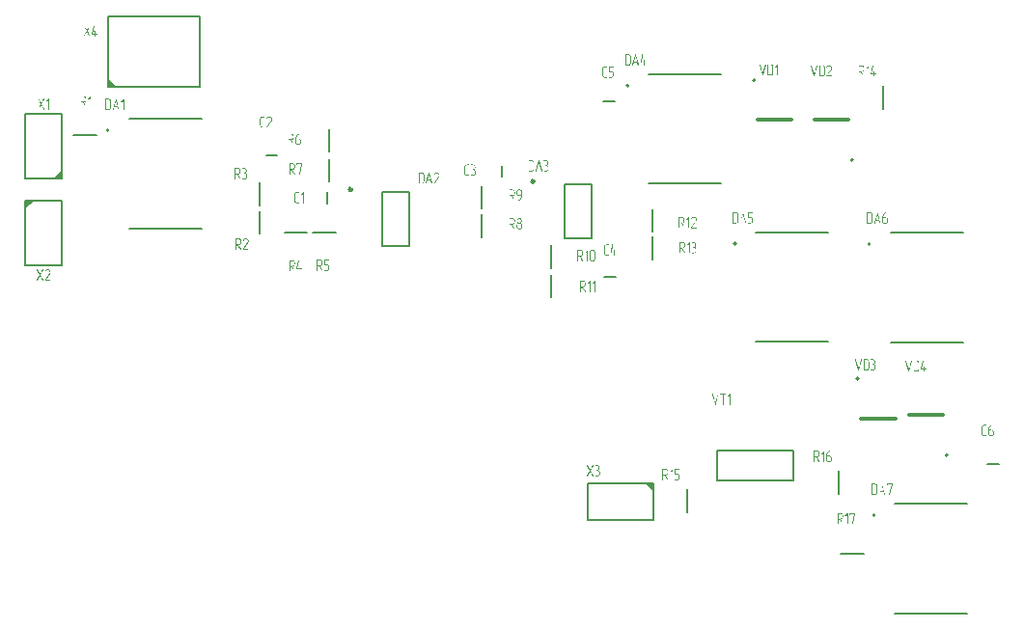
<source format=gto>
G04*
G04 #@! TF.GenerationSoftware,Altium Limited,Altium Designer,24.0.1 (36)*
G04*
G04 Layer_Color=65535*
%FSLAX44Y44*%
%MOMM*%
G71*
G04*
G04 #@! TF.SameCoordinates,20C74B94-4111-4091-B890-7D796C08C91C*
G04*
G04*
G04 #@! TF.FilePolarity,Positive*
G04*
G01*
G75*
%ADD10C,0.2000*%
%ADD11C,0.3000*%
%ADD12C,0.1270*%
G36*
X1063237Y1084940D02*
X1063321Y1084908D01*
X1063406Y1084855D01*
X1063417D01*
X1063427Y1084834D01*
X1063469Y1084792D01*
X1063501Y1084707D01*
X1063522Y1084654D01*
Y1084602D01*
X1063501Y1084496D01*
X1061029Y1075356D01*
Y1075346D01*
X1061007Y1075303D01*
X1060986Y1075261D01*
X1060955Y1075198D01*
X1060902Y1075145D01*
X1060849Y1075092D01*
X1060775Y1075050D01*
X1060680Y1075039D01*
X1060669D01*
X1060638Y1075050D01*
X1060595Y1075060D01*
X1060543Y1075081D01*
X1060490Y1075113D01*
X1060426Y1075176D01*
X1060384Y1075250D01*
X1060342Y1075356D01*
X1057869Y1084496D01*
X1057848Y1084612D01*
Y1084623D01*
Y1084633D01*
X1057859Y1084686D01*
X1057890Y1084760D01*
X1057954Y1084845D01*
X1057975Y1084866D01*
X1058028Y1084898D01*
X1058102Y1084929D01*
X1058207Y1084950D01*
X1058218D01*
X1058260Y1084940D01*
X1058313Y1084929D01*
X1058376Y1084887D01*
X1058398Y1084876D01*
X1058429Y1084845D01*
X1058493Y1084781D01*
X1058514Y1084739D01*
X1058545Y1084686D01*
X1060680Y1076804D01*
X1062825Y1084686D01*
Y1084707D01*
X1062846Y1084750D01*
X1062878Y1084802D01*
X1062931Y1084866D01*
X1062941Y1084876D01*
X1062994Y1084898D01*
X1063057Y1084929D01*
X1063152Y1084950D01*
X1063174D01*
X1063237Y1084940D01*
D02*
G37*
G36*
X1073867D02*
X1073951Y1084908D01*
X1074036Y1084855D01*
X1074046D01*
X1074057Y1084834D01*
X1074099Y1084792D01*
X1074131Y1084707D01*
X1074152Y1084654D01*
Y1084602D01*
Y1075388D01*
Y1075377D01*
Y1075356D01*
X1074141Y1075293D01*
X1074110Y1075198D01*
X1074046Y1075113D01*
X1074025Y1075102D01*
X1073983Y1075081D01*
X1073898Y1075050D01*
X1073793Y1075039D01*
X1073782D01*
X1073740Y1075050D01*
X1073666Y1075071D01*
X1073613Y1075092D01*
X1073550Y1075113D01*
X1073529Y1075134D01*
X1073497Y1075176D01*
X1073465Y1075261D01*
X1073444Y1075388D01*
Y1083746D01*
X1071923Y1082224D01*
X1071901Y1082203D01*
X1071859Y1082171D01*
X1071785Y1082140D01*
X1071690Y1082119D01*
X1071669D01*
X1071606Y1082129D01*
X1071521Y1082161D01*
X1071436Y1082224D01*
X1071415Y1082245D01*
X1071384Y1082298D01*
X1071352Y1082372D01*
X1071331Y1082478D01*
Y1082488D01*
X1071341Y1082531D01*
X1071373Y1082605D01*
X1071405Y1082657D01*
X1071436Y1082721D01*
X1073550Y1084845D01*
X1073571Y1084866D01*
X1073613Y1084898D01*
X1073687Y1084929D01*
X1073782Y1084950D01*
X1073803D01*
X1073867Y1084940D01*
D02*
G37*
G36*
X1067939Y1084950D02*
X1068013Y1084940D01*
X1068097Y1084929D01*
X1068193Y1084908D01*
X1068309Y1084887D01*
X1068541Y1084813D01*
X1068668Y1084760D01*
X1068795Y1084697D01*
X1068922Y1084623D01*
X1069048Y1084549D01*
X1069175Y1084443D01*
X1069291Y1084337D01*
X1069302Y1084327D01*
X1069323Y1084306D01*
X1069355Y1084274D01*
X1069387Y1084232D01*
X1069439Y1084168D01*
X1069492Y1084094D01*
X1069545Y1084010D01*
X1069608Y1083915D01*
X1069725Y1083693D01*
X1069830Y1083439D01*
X1069862Y1083291D01*
X1069894Y1083143D01*
X1069915Y1082985D01*
X1069925Y1082827D01*
Y1077163D01*
Y1077152D01*
Y1077121D01*
Y1077078D01*
X1069915Y1077015D01*
X1069904Y1076941D01*
X1069894Y1076857D01*
X1069873Y1076751D01*
X1069852Y1076645D01*
X1069778Y1076413D01*
X1069725Y1076286D01*
X1069661Y1076159D01*
X1069587Y1076032D01*
X1069513Y1075906D01*
X1069408Y1075779D01*
X1069302Y1075663D01*
X1069291Y1075652D01*
X1069270Y1075631D01*
X1069239Y1075610D01*
X1069196Y1075567D01*
X1069133Y1075515D01*
X1069059Y1075462D01*
X1068974Y1075409D01*
X1068879Y1075356D01*
X1068658Y1075240D01*
X1068404Y1075134D01*
X1068256Y1075092D01*
X1068108Y1075071D01*
X1067950Y1075050D01*
X1067791Y1075039D01*
X1065297D01*
X1065255Y1075050D01*
X1065202Y1075060D01*
X1065139Y1075081D01*
X1065065Y1075124D01*
X1065012Y1075187D01*
X1064970Y1075272D01*
X1064959Y1075388D01*
Y1084602D01*
Y1084612D01*
X1064970Y1084654D01*
X1064980Y1084718D01*
X1065002Y1084781D01*
X1065044Y1084845D01*
X1065107Y1084908D01*
X1065192Y1084950D01*
X1065308Y1084961D01*
X1067876D01*
X1067939Y1084950D01*
D02*
G37*
G36*
X955344Y1093729D02*
X955428Y1093698D01*
X955513Y1093634D01*
X955523D01*
X955534Y1093613D01*
X955576Y1093571D01*
X955608Y1093497D01*
X955629Y1093444D01*
Y1093391D01*
X955618Y1093307D01*
X954287Y1086650D01*
X956337D01*
Y1088425D01*
Y1088436D01*
Y1088446D01*
X956347Y1088499D01*
X956379Y1088573D01*
X956442Y1088657D01*
Y1088668D01*
X956464Y1088679D01*
X956516Y1088721D01*
X956590Y1088763D01*
X956633Y1088784D01*
X956707D01*
X956759Y1088774D01*
X956844Y1088742D01*
X956928Y1088689D01*
X956939D01*
X956950Y1088668D01*
X956992Y1088626D01*
X957024Y1088541D01*
X957045Y1088488D01*
Y1088425D01*
Y1086650D01*
X958133D01*
X958186Y1086639D01*
X958270Y1086597D01*
X958313Y1086576D01*
X958355Y1086534D01*
X958366D01*
X958376Y1086512D01*
X958418Y1086460D01*
X958450Y1086386D01*
X958471Y1086333D01*
Y1086291D01*
Y1086280D01*
Y1086269D01*
X958461Y1086217D01*
X958429Y1086132D01*
X958376Y1086048D01*
X958355Y1086026D01*
X958313Y1085995D01*
X958228Y1085963D01*
X958112Y1085942D01*
X957045D01*
Y1084167D01*
Y1084156D01*
Y1084135D01*
X957034Y1084072D01*
X957002Y1083977D01*
X956939Y1083892D01*
X956918Y1083881D01*
X956876Y1083860D01*
X956791Y1083829D01*
X956685Y1083818D01*
X956675D01*
X956633Y1083829D01*
X956559Y1083850D01*
X956506Y1083871D01*
X956442Y1083892D01*
X956421Y1083913D01*
X956390Y1083955D01*
X956358Y1084040D01*
X956337Y1084167D01*
Y1085942D01*
X953833D01*
X953759Y1085952D01*
X953685Y1085984D01*
X953600Y1086037D01*
X953590Y1086058D01*
X953558Y1086100D01*
X953516Y1086185D01*
X953505Y1086280D01*
Y1086365D01*
X954921Y1093455D01*
Y1093465D01*
X954931Y1093476D01*
X954942Y1093529D01*
X954984Y1093603D01*
X955048Y1093666D01*
X955259Y1093740D01*
X955280D01*
X955344Y1093729D01*
D02*
G37*
G36*
X949321Y1093698D02*
X949384Y1093677D01*
X949437Y1093645D01*
X949500Y1093581D01*
X949543Y1093507D01*
X949585Y1093402D01*
X952057Y1084262D01*
X952079Y1084156D01*
Y1084146D01*
Y1084135D01*
X952068Y1084082D01*
X952026Y1083998D01*
X952005Y1083955D01*
X951962Y1083913D01*
X951941Y1083903D01*
X951888Y1083871D01*
X951804Y1083829D01*
X951709Y1083818D01*
X951688D01*
X951645Y1083829D01*
X951582Y1083850D01*
X951508Y1083881D01*
X951497Y1083892D01*
X951466Y1083934D01*
X951423Y1083998D01*
X951381Y1084082D01*
X950684Y1086650D01*
X947799D01*
X947102Y1084082D01*
Y1084061D01*
X947081Y1084019D01*
X947049Y1083955D01*
X946986Y1083892D01*
X946964Y1083881D01*
X946922Y1083860D01*
X946848Y1083829D01*
X946764Y1083818D01*
X946742D01*
X946679Y1083829D01*
X946595Y1083860D01*
X946510Y1083913D01*
X946489Y1083934D01*
X946457Y1083977D01*
X946425Y1084061D01*
X946404Y1084167D01*
X946425Y1084262D01*
X948898Y1093402D01*
Y1093412D01*
X948919Y1093455D01*
X948940Y1093507D01*
X948972Y1093560D01*
X949014Y1093624D01*
X949078Y1093666D01*
X949152Y1093708D01*
X949236Y1093719D01*
X949278D01*
X949321Y1093698D01*
D02*
G37*
G36*
X943034Y1093729D02*
X943108Y1093719D01*
X943192Y1093708D01*
X943287Y1093687D01*
X943403Y1093666D01*
X943636Y1093592D01*
X943763Y1093539D01*
X943890Y1093476D01*
X944016Y1093402D01*
X944143Y1093328D01*
X944270Y1093222D01*
X944386Y1093116D01*
X944397Y1093106D01*
X944418Y1093085D01*
X944450Y1093053D01*
X944481Y1093011D01*
X944534Y1092947D01*
X944587Y1092873D01*
X944640Y1092789D01*
X944703Y1092694D01*
X944819Y1092472D01*
X944925Y1092218D01*
X944957Y1092070D01*
X944988Y1091922D01*
X945010Y1091764D01*
X945020Y1091605D01*
Y1085942D01*
Y1085931D01*
Y1085900D01*
Y1085857D01*
X945010Y1085794D01*
X944999Y1085720D01*
X944988Y1085635D01*
X944967Y1085530D01*
X944946Y1085424D01*
X944872Y1085192D01*
X944819Y1085065D01*
X944756Y1084938D01*
X944682Y1084811D01*
X944608Y1084684D01*
X944502Y1084558D01*
X944397Y1084441D01*
X944386Y1084431D01*
X944365Y1084410D01*
X944333Y1084389D01*
X944291Y1084346D01*
X944228Y1084294D01*
X944154Y1084241D01*
X944069Y1084188D01*
X943974Y1084135D01*
X943752Y1084019D01*
X943499Y1083913D01*
X943351Y1083871D01*
X943203Y1083850D01*
X943044Y1083829D01*
X942886Y1083818D01*
X940392D01*
X940350Y1083829D01*
X940297Y1083839D01*
X940234Y1083860D01*
X940160Y1083903D01*
X940107Y1083966D01*
X940065Y1084051D01*
X940054Y1084167D01*
Y1093381D01*
Y1093391D01*
X940065Y1093433D01*
X940075Y1093497D01*
X940096Y1093560D01*
X940138Y1093624D01*
X940202Y1093687D01*
X940286Y1093729D01*
X940403Y1093740D01*
X942970D01*
X943034Y1093729D01*
D02*
G37*
G36*
X929670Y1082950D02*
X929755Y1082908D01*
X929797Y1082887D01*
X929839Y1082845D01*
X929850D01*
X929861Y1082824D01*
X929903Y1082771D01*
X929934Y1082697D01*
X929956Y1082644D01*
Y1082602D01*
Y1082591D01*
Y1082580D01*
X929945Y1082528D01*
X929913Y1082443D01*
X929861Y1082359D01*
X929839Y1082337D01*
X929797Y1082306D01*
X929713Y1082274D01*
X929596Y1082253D01*
X926416D01*
Y1078703D01*
X927916D01*
X927980Y1078692D01*
X928054Y1078681D01*
X928138Y1078671D01*
X928244Y1078650D01*
X928350Y1078629D01*
X928582Y1078544D01*
X928709Y1078502D01*
X928836Y1078438D01*
X928962Y1078364D01*
X929089Y1078280D01*
X929216Y1078185D01*
X929332Y1078069D01*
X929343Y1078058D01*
X929364Y1078037D01*
X929385Y1078005D01*
X929427Y1077963D01*
X929480Y1077900D01*
X929533Y1077826D01*
X929586Y1077741D01*
X929649Y1077646D01*
X929755Y1077435D01*
X929861Y1077181D01*
X929903Y1077033D01*
X929924Y1076896D01*
X929945Y1076737D01*
X929956Y1076579D01*
Y1075163D01*
Y1075152D01*
Y1075121D01*
Y1075078D01*
X929945Y1075015D01*
X929934Y1074941D01*
X929924Y1074856D01*
X929903Y1074751D01*
X929882Y1074645D01*
X929808Y1074413D01*
X929755Y1074286D01*
X929691Y1074159D01*
X929617Y1074032D01*
X929544Y1073905D01*
X929438Y1073779D01*
X929332Y1073662D01*
X929322Y1073652D01*
X929301Y1073631D01*
X929269Y1073610D01*
X929227Y1073567D01*
X929163Y1073515D01*
X929089Y1073462D01*
X929005Y1073409D01*
X928910Y1073356D01*
X928688Y1073240D01*
X928434Y1073134D01*
X928297Y1073092D01*
X928149Y1073071D01*
X927990Y1073050D01*
X927832Y1073039D01*
X926036D01*
X925962Y1073050D01*
X925877Y1073081D01*
X925792Y1073134D01*
Y1073145D01*
X925782Y1073155D01*
X925750Y1073208D01*
X925719Y1073293D01*
X925708Y1073388D01*
Y1073398D01*
X925719Y1073441D01*
X925740Y1073504D01*
X925792Y1073599D01*
Y1073610D01*
X925814Y1073620D01*
X925856Y1073673D01*
X925940Y1073726D01*
X925993Y1073736D01*
X926057Y1073747D01*
X927885D01*
X927927Y1073758D01*
X928043Y1073768D01*
X928180Y1073800D01*
X928339Y1073842D01*
X928508Y1073916D01*
X928677Y1074011D01*
X928836Y1074149D01*
X928857Y1074170D01*
X928899Y1074222D01*
X928962Y1074307D01*
X929047Y1074434D01*
X929121Y1074582D01*
X929184Y1074751D01*
X929227Y1074952D01*
X929248Y1075163D01*
Y1076579D01*
Y1076589D01*
Y1076610D01*
Y1076632D01*
X929237Y1076674D01*
X929227Y1076790D01*
X929195Y1076927D01*
X929153Y1077086D01*
X929079Y1077255D01*
X928973Y1077424D01*
X928836Y1077583D01*
X928814Y1077604D01*
X928762Y1077646D01*
X928677Y1077709D01*
X928561Y1077794D01*
X928413Y1077868D01*
X928244Y1077931D01*
X928043Y1077974D01*
X927832Y1077995D01*
X926046D01*
X926004Y1078005D01*
X925951Y1078016D01*
X925888Y1078037D01*
X925814Y1078079D01*
X925761Y1078143D01*
X925719Y1078227D01*
X925708Y1078343D01*
Y1082602D01*
Y1082612D01*
X925719Y1082654D01*
X925729Y1082718D01*
X925750Y1082781D01*
X925792Y1082845D01*
X925856Y1082908D01*
X925940Y1082950D01*
X926057Y1082961D01*
X929617D01*
X929670Y1082950D01*
D02*
G37*
G36*
X924007D02*
X924091Y1082908D01*
X924134Y1082887D01*
X924176Y1082845D01*
X924186D01*
X924197Y1082824D01*
X924239Y1082771D01*
X924271Y1082697D01*
X924292Y1082644D01*
Y1082602D01*
Y1082591D01*
Y1082580D01*
X924281Y1082528D01*
X924250Y1082443D01*
X924197Y1082359D01*
X924176Y1082337D01*
X924134Y1082306D01*
X924049Y1082274D01*
X923933Y1082253D01*
X922115D01*
X922073Y1082242D01*
X921967Y1082232D01*
X921830Y1082200D01*
X921672Y1082158D01*
X921503Y1082084D01*
X921333Y1081978D01*
X921164Y1081841D01*
X921143Y1081820D01*
X921101Y1081767D01*
X921038Y1081682D01*
X920964Y1081556D01*
X920879Y1081408D01*
X920816Y1081239D01*
X920773Y1081048D01*
X920752Y1080826D01*
Y1075163D01*
Y1075152D01*
Y1075142D01*
Y1075110D01*
X920763Y1075068D01*
X920773Y1074962D01*
X920805Y1074825D01*
X920858Y1074666D01*
X920921Y1074497D01*
X921027Y1074328D01*
X921164Y1074159D01*
X921186Y1074138D01*
X921238Y1074096D01*
X921333Y1074032D01*
X921450Y1073958D01*
X921598Y1073874D01*
X921767Y1073810D01*
X921957Y1073768D01*
X922168Y1073747D01*
X923954D01*
X924007Y1073736D01*
X924091Y1073694D01*
X924134Y1073673D01*
X924176Y1073631D01*
X924186D01*
X924197Y1073610D01*
X924239Y1073557D01*
X924271Y1073483D01*
X924292Y1073430D01*
Y1073388D01*
Y1073377D01*
Y1073367D01*
X924281Y1073314D01*
X924250Y1073229D01*
X924197Y1073145D01*
X924176Y1073124D01*
X924134Y1073092D01*
X924049Y1073060D01*
X923933Y1073039D01*
X922084D01*
X922031Y1073050D01*
X921957Y1073060D01*
X921872Y1073071D01*
X921777Y1073092D01*
X921672Y1073113D01*
X921450Y1073187D01*
X921323Y1073240D01*
X921196Y1073303D01*
X921069Y1073367D01*
X920943Y1073451D01*
X920816Y1073546D01*
X920689Y1073652D01*
X920678Y1073662D01*
X920657Y1073684D01*
X920626Y1073715D01*
X920594Y1073768D01*
X920541Y1073821D01*
X920488Y1073895D01*
X920425Y1073979D01*
X920372Y1074075D01*
X920245Y1074296D01*
X920150Y1074550D01*
X920108Y1074698D01*
X920076Y1074846D01*
X920055Y1075004D01*
X920044Y1075163D01*
Y1080826D01*
Y1080837D01*
Y1080869D01*
Y1080911D01*
X920055Y1080974D01*
X920066Y1081048D01*
X920076Y1081133D01*
X920097Y1081228D01*
X920118Y1081334D01*
X920192Y1081566D01*
X920245Y1081693D01*
X920309Y1081820D01*
X920372Y1081947D01*
X920456Y1082073D01*
X920552Y1082200D01*
X920657Y1082316D01*
X920668Y1082327D01*
X920689Y1082348D01*
X920721Y1082380D01*
X920763Y1082422D01*
X920826Y1082464D01*
X920900Y1082517D01*
X920985Y1082580D01*
X921080Y1082644D01*
X921291Y1082760D01*
X921555Y1082866D01*
X921693Y1082897D01*
X921841Y1082929D01*
X921999Y1082950D01*
X922168Y1082961D01*
X923954D01*
X924007Y1082950D01*
D02*
G37*
G36*
X1000098Y928950D02*
X1000183Y928940D01*
X1000267Y928929D01*
X1000362Y928908D01*
X1000479Y928887D01*
X1000711Y928813D01*
X1000838Y928760D01*
X1000965Y928697D01*
X1001092Y928623D01*
X1001218Y928549D01*
X1001345Y928443D01*
X1001461Y928337D01*
X1001472Y928327D01*
X1001493Y928306D01*
X1001514Y928274D01*
X1001556Y928232D01*
X1001609Y928168D01*
X1001662Y928094D01*
X1001715Y928010D01*
X1001778Y927915D01*
X1001884Y927703D01*
X1001990Y927439D01*
X1002032Y927302D01*
X1002053Y927154D01*
X1002074Y926996D01*
X1002085Y926826D01*
Y926119D01*
Y925886D01*
Y925738D01*
X1002032Y925601D01*
Y925590D01*
Y925569D01*
X1002021Y925527D01*
X1002011Y925485D01*
X1001958Y925347D01*
X1001884Y925199D01*
X1001873Y925178D01*
X1001852Y925136D01*
X1001799Y925062D01*
X1001736Y924967D01*
X1001652Y924851D01*
X1001556Y924724D01*
X1001430Y924597D01*
X1001292Y924460D01*
X1001303D01*
X1001313Y924449D01*
X1001377Y924417D01*
X1001461Y924354D01*
X1001567Y924280D01*
X1001694Y924174D01*
X1001831Y924037D01*
X1001969Y923878D01*
X1002095Y923699D01*
Y923688D01*
X1002106Y923678D01*
X1002127Y923646D01*
X1002148Y923604D01*
X1002201Y923498D01*
X1002264Y923361D01*
X1002328Y923192D01*
X1002381Y923001D01*
X1002423Y922801D01*
X1002433Y922579D01*
Y921163D01*
Y921152D01*
Y921121D01*
Y921078D01*
X1002423Y921015D01*
X1002412Y920941D01*
X1002402Y920846D01*
X1002381Y920751D01*
X1002359Y920645D01*
X1002286Y920402D01*
X1002233Y920275D01*
X1002169Y920149D01*
X1002095Y920022D01*
X1002021Y919895D01*
X1001916Y919768D01*
X1001810Y919652D01*
X1001799Y919641D01*
X1001778Y919631D01*
X1001747Y919599D01*
X1001704Y919557D01*
X1001641Y919515D01*
X1001567Y919462D01*
X1001482Y919398D01*
X1001387Y919345D01*
X1001165Y919229D01*
X1000912Y919134D01*
X1000775Y919092D01*
X1000627Y919071D01*
X1000468Y919050D01*
X1000310Y919039D01*
X998513D01*
X998439Y919050D01*
X998355Y919081D01*
X998270Y919134D01*
Y919145D01*
X998260Y919155D01*
X998228Y919208D01*
X998196Y919293D01*
X998186Y919388D01*
Y919398D01*
X998196Y919441D01*
X998217Y919504D01*
X998270Y919599D01*
Y919610D01*
X998291Y919620D01*
X998334Y919673D01*
X998418Y919726D01*
X998471Y919736D01*
X998534Y919747D01*
X1000362D01*
X1000405Y919758D01*
X1000521Y919768D01*
X1000658Y919800D01*
X1000817Y919842D01*
X1000986Y919916D01*
X1001155Y920011D01*
X1001313Y920149D01*
X1001335Y920170D01*
X1001377Y920222D01*
X1001440Y920307D01*
X1001525Y920434D01*
X1001599Y920582D01*
X1001662Y920751D01*
X1001704Y920952D01*
X1001725Y921163D01*
Y922579D01*
Y922589D01*
Y922600D01*
Y922632D01*
X1001715Y922674D01*
X1001704Y922780D01*
X1001673Y922917D01*
X1001630Y923075D01*
X1001556Y923244D01*
X1001451Y923414D01*
X1001313Y923572D01*
X1001292Y923593D01*
X1001239Y923635D01*
X1001155Y923709D01*
X1001028Y923783D01*
X1000880Y923857D01*
X1000711Y923931D01*
X1000521Y923974D01*
X1000299Y923995D01*
X999929D01*
X999855Y924005D01*
X999771Y924037D01*
X999686Y924090D01*
Y924100D01*
X999676Y924111D01*
X999644Y924164D01*
X999612Y924248D01*
X999602Y924343D01*
Y924354D01*
X999612Y924396D01*
X999633Y924460D01*
X999686Y924555D01*
Y924565D01*
X999707Y924576D01*
X999750Y924629D01*
X999834Y924681D01*
X999887Y924692D01*
X999950Y924703D01*
X1000003D01*
X1000045Y924713D01*
X1000162Y924724D01*
X1000299Y924755D01*
X1000458Y924798D01*
X1000627Y924872D01*
X1000796Y924967D01*
X1000954Y925104D01*
X1000975Y925125D01*
X1001018Y925178D01*
X1001092Y925263D01*
X1001165Y925389D01*
X1001239Y925537D01*
X1001313Y925706D01*
X1001356Y925907D01*
X1001377Y926119D01*
Y926826D01*
Y926837D01*
Y926858D01*
Y926879D01*
X1001366Y926922D01*
X1001356Y927038D01*
X1001324Y927175D01*
X1001282Y927334D01*
X1001208Y927503D01*
X1001102Y927672D01*
X1000965Y927830D01*
X1000944Y927851D01*
X1000891Y927894D01*
X1000806Y927968D01*
X1000679Y928042D01*
X1000531Y928116D01*
X1000362Y928190D01*
X1000172Y928232D01*
X999950Y928253D01*
X998513D01*
X998439Y928263D01*
X998355Y928295D01*
X998270Y928348D01*
Y928359D01*
X998260Y928369D01*
X998228Y928422D01*
X998196Y928507D01*
X998186Y928602D01*
Y928612D01*
X998196Y928654D01*
X998217Y928718D01*
X998270Y928813D01*
Y928824D01*
X998291Y928834D01*
X998334Y928887D01*
X998418Y928940D01*
X998471Y928950D01*
X998534Y928961D01*
X1000035D01*
X1000098Y928950D01*
D02*
G37*
G36*
X996474Y928940D02*
X996559Y928908D01*
X996643Y928855D01*
X996654D01*
X996664Y928834D01*
X996706Y928792D01*
X996738Y928707D01*
X996759Y928654D01*
Y928602D01*
Y919388D01*
Y919377D01*
Y919356D01*
X996749Y919293D01*
X996717Y919198D01*
X996654Y919113D01*
X996633Y919102D01*
X996590Y919081D01*
X996506Y919050D01*
X996400Y919039D01*
X996389D01*
X996347Y919050D01*
X996273Y919071D01*
X996220Y919092D01*
X996157Y919113D01*
X996136Y919134D01*
X996104Y919176D01*
X996072Y919261D01*
X996051Y919388D01*
Y927746D01*
X994530Y926224D01*
X994509Y926203D01*
X994466Y926171D01*
X994392Y926140D01*
X994297Y926119D01*
X994276D01*
X994213Y926129D01*
X994128Y926161D01*
X994044Y926224D01*
X994023Y926245D01*
X993991Y926298D01*
X993959Y926372D01*
X993938Y926478D01*
Y926488D01*
X993949Y926531D01*
X993980Y926605D01*
X994012Y926657D01*
X994044Y926721D01*
X996157Y928845D01*
X996178Y928866D01*
X996220Y928897D01*
X996294Y928929D01*
X996389Y928950D01*
X996411D01*
X996474Y928940D01*
D02*
G37*
G36*
X990546Y928950D02*
X990620Y928940D01*
X990705Y928929D01*
X990800Y928908D01*
X990916Y928887D01*
X991149Y928813D01*
X991275Y928760D01*
X991402Y928697D01*
X991529Y928623D01*
X991656Y928549D01*
X991783Y928443D01*
X991899Y928337D01*
X991909Y928327D01*
X991930Y928306D01*
X991962Y928274D01*
X991994Y928232D01*
X992047Y928168D01*
X992100Y928094D01*
X992152Y928010D01*
X992216Y927915D01*
X992332Y927693D01*
X992438Y927439D01*
X992469Y927291D01*
X992501Y927143D01*
X992522Y926985D01*
X992533Y926826D01*
Y925411D01*
Y925400D01*
Y925368D01*
Y925326D01*
X992522Y925263D01*
X992512Y925189D01*
X992501Y925104D01*
X992459Y924903D01*
X992374Y924671D01*
X992332Y924544D01*
X992269Y924417D01*
X992195Y924291D01*
X992110Y924164D01*
X992015Y924037D01*
X991899Y923921D01*
X991888Y923910D01*
X991867Y923889D01*
X991835Y923868D01*
X991793Y923826D01*
X991730Y923773D01*
X991656Y923720D01*
X991571Y923667D01*
X991476Y923614D01*
X991254Y923498D01*
X991001Y923392D01*
X990853Y923350D01*
X990705Y923329D01*
X990546Y923308D01*
X990388Y923297D01*
X990303D01*
X992480Y919567D01*
X992490Y919557D01*
X992512Y919515D01*
X992522Y919451D01*
X992533Y919377D01*
Y919367D01*
Y919356D01*
X992522Y919303D01*
X992480Y919219D01*
X992459Y919176D01*
X992417Y919134D01*
X992395Y919124D01*
X992343Y919092D01*
X992258Y919050D01*
X992163Y919039D01*
X992110D01*
X992047Y919050D01*
X991994Y919071D01*
X991983Y919081D01*
X991952Y919102D01*
X991909Y919145D01*
X991867Y919208D01*
X989490Y923297D01*
X988275D01*
Y919388D01*
Y919377D01*
Y919356D01*
X988264Y919293D01*
X988232Y919198D01*
X988169Y919113D01*
X988148Y919102D01*
X988105Y919081D01*
X988021Y919050D01*
X987915Y919039D01*
X987905D01*
X987862Y919050D01*
X987788Y919071D01*
X987736Y919092D01*
X987672Y919113D01*
X987651Y919134D01*
X987619Y919176D01*
X987588Y919261D01*
X987567Y919388D01*
Y928602D01*
Y928612D01*
X987577Y928654D01*
X987588Y928718D01*
X987609Y928781D01*
X987651Y928845D01*
X987714Y928908D01*
X987799Y928950D01*
X987915Y928961D01*
X990483D01*
X990546Y928950D01*
D02*
G37*
G36*
X1000331Y950950D02*
X1000426Y950940D01*
X1000521Y950929D01*
X1000637Y950908D01*
X1000764Y950876D01*
X1001049Y950792D01*
X1001197Y950739D01*
X1001356Y950665D01*
X1001504Y950591D01*
X1001662Y950496D01*
X1001821Y950390D01*
X1001969Y950264D01*
X1001979Y950253D01*
X1002000Y950232D01*
X1002042Y950190D01*
X1002106Y950137D01*
X1002169Y950063D01*
X1002233Y949978D01*
X1002317Y949883D01*
X1002391Y949778D01*
X1002465Y949651D01*
X1002550Y949513D01*
X1002613Y949376D01*
X1002687Y949218D01*
X1002740Y949059D01*
X1002782Y948890D01*
X1002803Y948710D01*
X1002814Y948520D01*
Y948510D01*
Y948457D01*
X1002803Y948393D01*
Y948309D01*
X1002782Y948203D01*
X1002761Y948087D01*
X1002740Y947960D01*
X1002698Y947833D01*
Y947823D01*
X1002676Y947781D01*
X1002655Y947707D01*
X1002613Y947611D01*
X1002560Y947506D01*
X1002497Y947379D01*
X1002423Y947231D01*
X1002338Y947073D01*
X998809Y941747D01*
X1002402D01*
X1002455Y941737D01*
X1002529Y941694D01*
X1002571Y941673D01*
X1002613Y941631D01*
X1002624D01*
X1002634Y941610D01*
X1002676Y941557D01*
X1002708Y941483D01*
X1002729Y941430D01*
Y941388D01*
Y941377D01*
Y941367D01*
X1002719Y941314D01*
X1002687Y941229D01*
X1002634Y941145D01*
X1002624Y941124D01*
X1002571Y941092D01*
X1002497Y941060D01*
X1002381Y941039D01*
X998122D01*
X998070Y941050D01*
X997985Y941081D01*
X997900Y941145D01*
Y941155D01*
X997879Y941166D01*
X997848Y941229D01*
X997816Y941314D01*
X997795Y941420D01*
Y941441D01*
X997805Y941472D01*
X997816Y941536D01*
X997848Y941589D01*
X1001736Y947474D01*
X1001884Y947749D01*
X1001990Y948002D01*
Y948013D01*
X1002000Y948045D01*
X1002021Y948097D01*
X1002042Y948161D01*
X1002053Y948245D01*
X1002074Y948330D01*
X1002085Y948520D01*
Y948531D01*
Y948552D01*
Y948594D01*
X1002074Y948636D01*
X1002064Y948700D01*
X1002053Y948774D01*
X1002011Y948943D01*
X1001937Y949133D01*
X1001831Y949334D01*
X1001768Y949439D01*
X1001694Y949545D01*
X1001599Y949640D01*
X1001493Y949735D01*
X1001482Y949746D01*
X1001451Y949778D01*
X1001398Y949809D01*
X1001324Y949862D01*
X1001239Y949925D01*
X1001134Y949978D01*
X1001018Y950042D01*
X1000891Y950095D01*
X1000880Y950105D01*
X1000838Y950116D01*
X1000764Y950137D01*
X1000679Y950169D01*
X1000574Y950200D01*
X1000458Y950221D01*
X1000331Y950232D01*
X1000193Y950242D01*
X1000109D01*
X1000014Y950232D01*
X999898Y950211D01*
X999760Y950179D01*
X999602Y950126D01*
X999443Y950063D01*
X999285Y949968D01*
X999264Y949957D01*
X999211Y949915D01*
X999137Y949841D01*
X999042Y949746D01*
X998936Y949619D01*
X998820Y949461D01*
X998704Y949260D01*
X998598Y949027D01*
X998587Y949006D01*
X998566Y948964D01*
X998534Y948911D01*
X998482Y948858D01*
X998471Y948848D01*
X998429Y948837D01*
X998365Y948816D01*
X998281Y948795D01*
X998260D01*
X998196Y948805D01*
X998112Y948837D01*
X998017Y948890D01*
X997996Y948911D01*
X997964Y948953D01*
X997932Y949038D01*
X997911Y949144D01*
X997932Y949270D01*
Y949281D01*
X997943Y949313D01*
X997964Y949355D01*
X997985Y949408D01*
X998017Y949482D01*
X998059Y949566D01*
X998165Y949756D01*
X998291Y949968D01*
X998450Y950190D01*
X998640Y950390D01*
X998862Y950570D01*
X998873D01*
X998883Y950591D01*
X998915Y950602D01*
X998957Y950633D01*
X999010Y950665D01*
X999073Y950697D01*
X999232Y950771D01*
X999422Y950834D01*
X999644Y950898D01*
X999898Y950940D01*
X1000162Y950961D01*
X1000257D01*
X1000331Y950950D01*
D02*
G37*
G36*
X996094Y950940D02*
X996178Y950908D01*
X996263Y950855D01*
X996273D01*
X996284Y950834D01*
X996326Y950792D01*
X996358Y950707D01*
X996379Y950655D01*
Y950602D01*
Y941388D01*
Y941377D01*
Y941356D01*
X996368Y941293D01*
X996337Y941198D01*
X996273Y941113D01*
X996252Y941103D01*
X996210Y941081D01*
X996125Y941050D01*
X996020Y941039D01*
X996009D01*
X995967Y941050D01*
X995893Y941071D01*
X995840Y941092D01*
X995777Y941113D01*
X995755Y941134D01*
X995724Y941177D01*
X995692Y941261D01*
X995671Y941388D01*
Y949746D01*
X994149Y948224D01*
X994128Y948203D01*
X994086Y948171D01*
X994012Y948140D01*
X993917Y948119D01*
X993896D01*
X993832Y948129D01*
X993748Y948161D01*
X993663Y948224D01*
X993642Y948245D01*
X993611Y948298D01*
X993579Y948372D01*
X993558Y948478D01*
Y948488D01*
X993568Y948531D01*
X993600Y948605D01*
X993632Y948658D01*
X993663Y948721D01*
X995777Y950845D01*
X995798Y950866D01*
X995840Y950898D01*
X995914Y950929D01*
X996009Y950950D01*
X996030D01*
X996094Y950940D01*
D02*
G37*
G36*
X990166Y950950D02*
X990240Y950940D01*
X990324Y950929D01*
X990419Y950908D01*
X990536Y950887D01*
X990768Y950813D01*
X990895Y950760D01*
X991022Y950697D01*
X991149Y950623D01*
X991275Y950549D01*
X991402Y950443D01*
X991518Y950338D01*
X991529Y950327D01*
X991550Y950306D01*
X991582Y950274D01*
X991613Y950232D01*
X991666Y950169D01*
X991719Y950095D01*
X991772Y950010D01*
X991835Y949915D01*
X991952Y949693D01*
X992057Y949439D01*
X992089Y949291D01*
X992121Y949144D01*
X992142Y948985D01*
X992152Y948827D01*
Y947411D01*
Y947400D01*
Y947368D01*
Y947326D01*
X992142Y947263D01*
X992131Y947189D01*
X992121Y947104D01*
X992078Y946903D01*
X991994Y946671D01*
X991952Y946544D01*
X991888Y946417D01*
X991814Y946291D01*
X991730Y946164D01*
X991635Y946037D01*
X991518Y945921D01*
X991508Y945910D01*
X991487Y945889D01*
X991455Y945868D01*
X991413Y945826D01*
X991349Y945773D01*
X991275Y945720D01*
X991191Y945667D01*
X991096Y945614D01*
X990874Y945498D01*
X990620Y945392D01*
X990472Y945350D01*
X990324Y945329D01*
X990166Y945308D01*
X990007Y945297D01*
X989923D01*
X992100Y941567D01*
X992110Y941557D01*
X992131Y941515D01*
X992142Y941451D01*
X992152Y941377D01*
Y941367D01*
Y941356D01*
X992142Y941303D01*
X992100Y941219D01*
X992078Y941177D01*
X992036Y941134D01*
X992015Y941124D01*
X991962Y941092D01*
X991878Y941050D01*
X991783Y941039D01*
X991730D01*
X991666Y941050D01*
X991613Y941071D01*
X991603Y941081D01*
X991571Y941103D01*
X991529Y941145D01*
X991487Y941208D01*
X989109Y945297D01*
X987894D01*
Y941388D01*
Y941377D01*
Y941356D01*
X987884Y941293D01*
X987852Y941198D01*
X987788Y941113D01*
X987767Y941103D01*
X987725Y941081D01*
X987641Y941050D01*
X987535Y941039D01*
X987524D01*
X987482Y941050D01*
X987408Y941071D01*
X987355Y941092D01*
X987292Y941113D01*
X987271Y941134D01*
X987239Y941177D01*
X987207Y941261D01*
X987186Y941388D01*
Y950602D01*
Y950612D01*
X987197Y950655D01*
X987207Y950718D01*
X987228Y950781D01*
X987271Y950845D01*
X987334Y950908D01*
X987419Y950950D01*
X987535Y950961D01*
X990102D01*
X990166Y950950D01*
D02*
G37*
G36*
X929187Y926950D02*
X929272Y926919D01*
X929356Y926855D01*
X929367D01*
X929377Y926834D01*
X929420Y926792D01*
X929451Y926718D01*
X929473Y926665D01*
Y926612D01*
X929462Y926528D01*
X928131Y919871D01*
X930181D01*
Y921646D01*
Y921657D01*
Y921667D01*
X930191Y921720D01*
X930223Y921794D01*
X930286Y921879D01*
Y921889D01*
X930307Y921900D01*
X930360Y921942D01*
X930434Y921984D01*
X930476Y922005D01*
X930550D01*
X930603Y921995D01*
X930688Y921963D01*
X930772Y921910D01*
X930783D01*
X930793Y921889D01*
X930836Y921847D01*
X930867Y921762D01*
X930888Y921709D01*
Y921646D01*
Y919871D01*
X931977D01*
X932030Y919860D01*
X932114Y919818D01*
X932156Y919797D01*
X932199Y919755D01*
X932209D01*
X932220Y919734D01*
X932262Y919681D01*
X932294Y919607D01*
X932315Y919554D01*
Y919512D01*
Y919501D01*
Y919491D01*
X932304Y919438D01*
X932273Y919353D01*
X932220Y919269D01*
X932199Y919247D01*
X932156Y919216D01*
X932072Y919184D01*
X931956Y919163D01*
X930888D01*
Y917388D01*
Y917377D01*
Y917356D01*
X930878Y917293D01*
X930846Y917198D01*
X930783Y917113D01*
X930762Y917103D01*
X930719Y917081D01*
X930635Y917050D01*
X930529Y917039D01*
X930519D01*
X930476Y917050D01*
X930402Y917071D01*
X930350Y917092D01*
X930286Y917113D01*
X930265Y917134D01*
X930233Y917176D01*
X930202Y917261D01*
X930181Y917388D01*
Y919163D01*
X927676D01*
X927602Y919174D01*
X927528Y919205D01*
X927444Y919258D01*
X927433Y919279D01*
X927402Y919321D01*
X927359Y919406D01*
X927349Y919501D01*
Y919586D01*
X928765Y926676D01*
Y926686D01*
X928775Y926697D01*
X928786Y926750D01*
X928828Y926824D01*
X928891Y926887D01*
X929103Y926961D01*
X929124D01*
X929187Y926950D01*
D02*
G37*
G36*
X925648D02*
X925732Y926908D01*
X925774Y926887D01*
X925817Y926845D01*
X925827D01*
X925838Y926824D01*
X925880Y926771D01*
X925912Y926697D01*
X925933Y926644D01*
Y926602D01*
Y926591D01*
Y926581D01*
X925922Y926528D01*
X925891Y926443D01*
X925838Y926359D01*
X925817Y926338D01*
X925774Y926306D01*
X925690Y926274D01*
X925574Y926253D01*
X923756D01*
X923714Y926242D01*
X923608Y926232D01*
X923471Y926200D01*
X923312Y926158D01*
X923143Y926084D01*
X922974Y925978D01*
X922805Y925841D01*
X922784Y925820D01*
X922742Y925767D01*
X922678Y925682D01*
X922604Y925556D01*
X922520Y925408D01*
X922456Y925239D01*
X922414Y925048D01*
X922393Y924827D01*
Y919163D01*
Y919152D01*
Y919142D01*
Y919110D01*
X922404Y919068D01*
X922414Y918962D01*
X922446Y918825D01*
X922499Y918666D01*
X922562Y918497D01*
X922668Y918328D01*
X922805Y918159D01*
X922826Y918138D01*
X922879Y918096D01*
X922974Y918032D01*
X923090Y917958D01*
X923238Y917874D01*
X923407Y917810D01*
X923598Y917768D01*
X923809Y917747D01*
X925595D01*
X925648Y917736D01*
X925732Y917694D01*
X925774Y917673D01*
X925817Y917631D01*
X925827D01*
X925838Y917610D01*
X925880Y917557D01*
X925912Y917483D01*
X925933Y917430D01*
Y917388D01*
Y917377D01*
Y917367D01*
X925922Y917314D01*
X925891Y917229D01*
X925838Y917145D01*
X925817Y917124D01*
X925774Y917092D01*
X925690Y917060D01*
X925574Y917039D01*
X923724D01*
X923672Y917050D01*
X923598Y917060D01*
X923513Y917071D01*
X923418Y917092D01*
X923312Y917113D01*
X923090Y917187D01*
X922964Y917240D01*
X922837Y917303D01*
X922710Y917367D01*
X922583Y917451D01*
X922456Y917546D01*
X922330Y917652D01*
X922319Y917663D01*
X922298Y917684D01*
X922266Y917715D01*
X922235Y917768D01*
X922182Y917821D01*
X922129Y917895D01*
X922066Y917980D01*
X922013Y918075D01*
X921886Y918297D01*
X921791Y918550D01*
X921749Y918698D01*
X921717Y918846D01*
X921696Y919004D01*
X921685Y919163D01*
Y924827D01*
Y924837D01*
Y924869D01*
Y924911D01*
X921696Y924974D01*
X921706Y925048D01*
X921717Y925133D01*
X921738Y925228D01*
X921759Y925334D01*
X921833Y925566D01*
X921886Y925693D01*
X921949Y925820D01*
X922013Y925947D01*
X922097Y926073D01*
X922192Y926200D01*
X922298Y926316D01*
X922309Y926327D01*
X922330Y926348D01*
X922361Y926380D01*
X922404Y926422D01*
X922467Y926464D01*
X922541Y926517D01*
X922626Y926581D01*
X922721Y926644D01*
X922932Y926760D01*
X923196Y926866D01*
X923334Y926898D01*
X923481Y926929D01*
X923640Y926950D01*
X923809Y926961D01*
X925595D01*
X925648Y926950D01*
D02*
G37*
G36*
X911806Y921950D02*
X911880Y921940D01*
X911965Y921929D01*
X912060Y921908D01*
X912176Y921887D01*
X912409Y921813D01*
X912535Y921760D01*
X912662Y921697D01*
X912789Y921623D01*
X912916Y921549D01*
X913043Y921443D01*
X913159Y921338D01*
X913169Y921327D01*
X913190Y921306D01*
X913222Y921274D01*
X913254Y921232D01*
X913307Y921168D01*
X913360Y921095D01*
X913412Y921010D01*
X913476Y920915D01*
X913592Y920693D01*
X913698Y920439D01*
X913729Y920291D01*
X913761Y920144D01*
X913782Y919985D01*
X913793Y919827D01*
Y914163D01*
Y914152D01*
Y914121D01*
Y914078D01*
X913782Y914015D01*
X913772Y913941D01*
X913761Y913857D01*
X913740Y913751D01*
X913719Y913645D01*
X913645Y913413D01*
X913592Y913286D01*
X913529Y913159D01*
X913455Y913032D01*
X913381Y912906D01*
X913275Y912779D01*
X913169Y912663D01*
X913159Y912652D01*
X913138Y912631D01*
X913106Y912610D01*
X913064Y912567D01*
X913000Y912515D01*
X912926Y912462D01*
X912842Y912409D01*
X912747Y912356D01*
X912525Y912240D01*
X912271Y912134D01*
X912123Y912092D01*
X911975Y912071D01*
X911817Y912050D01*
X911658Y912039D01*
X910876D01*
X910813Y912050D01*
X910739Y912060D01*
X910655Y912071D01*
X910464Y912113D01*
X910232Y912187D01*
X910116Y912240D01*
X909989Y912303D01*
X909862Y912367D01*
X909735Y912451D01*
X909608Y912546D01*
X909482Y912652D01*
X909471Y912663D01*
X909450Y912684D01*
X909418Y912715D01*
X909376Y912758D01*
X909334Y912821D01*
X909270Y912895D01*
X909218Y912980D01*
X909154Y913075D01*
X909038Y913286D01*
X908932Y913550D01*
X908890Y913687D01*
X908858Y913835D01*
X908837Y913994D01*
X908827Y914163D01*
Y919827D01*
Y919837D01*
Y919869D01*
Y919911D01*
X908837Y919974D01*
X908848Y920048D01*
X908858Y920133D01*
X908879Y920228D01*
X908901Y920334D01*
X908974Y920566D01*
X909027Y920693D01*
X909091Y920820D01*
X909154Y920947D01*
X909239Y921073D01*
X909334Y921200D01*
X909439Y921316D01*
X909450Y921327D01*
X909471Y921348D01*
X909503Y921380D01*
X909545Y921422D01*
X909608Y921464D01*
X909682Y921517D01*
X909767Y921581D01*
X909862Y921644D01*
X910073Y921760D01*
X910338Y921866D01*
X910475Y921898D01*
X910623Y921929D01*
X910781Y921950D01*
X910950Y921961D01*
X911743D01*
X911806Y921950D01*
D02*
G37*
G36*
X907115Y921940D02*
X907199Y921908D01*
X907284Y921855D01*
X907294D01*
X907305Y921834D01*
X907347Y921792D01*
X907379Y921707D01*
X907400Y921655D01*
Y921602D01*
Y912388D01*
Y912377D01*
Y912356D01*
X907390Y912293D01*
X907358Y912198D01*
X907294Y912113D01*
X907273Y912103D01*
X907231Y912081D01*
X907146Y912050D01*
X907041Y912039D01*
X907030D01*
X906988Y912050D01*
X906914Y912071D01*
X906861Y912092D01*
X906798Y912113D01*
X906777Y912134D01*
X906745Y912176D01*
X906713Y912261D01*
X906692Y912388D01*
Y920746D01*
X905171Y919224D01*
X905149Y919203D01*
X905107Y919171D01*
X905033Y919140D01*
X904938Y919119D01*
X904917D01*
X904854Y919129D01*
X904769Y919161D01*
X904685Y919224D01*
X904663Y919245D01*
X904632Y919298D01*
X904600Y919372D01*
X904579Y919478D01*
Y919488D01*
X904589Y919531D01*
X904621Y919605D01*
X904653Y919657D01*
X904685Y919721D01*
X906798Y921845D01*
X906819Y921866D01*
X906861Y921898D01*
X906935Y921929D01*
X907030Y921950D01*
X907051D01*
X907115Y921940D01*
D02*
G37*
G36*
X901187Y921950D02*
X901261Y921940D01*
X901346Y921929D01*
X901441Y921908D01*
X901557Y921887D01*
X901789Y921813D01*
X901916Y921760D01*
X902043Y921697D01*
X902170Y921623D01*
X902297Y921549D01*
X902423Y921443D01*
X902540Y921338D01*
X902550Y921327D01*
X902571Y921306D01*
X902603Y921274D01*
X902635Y921232D01*
X902687Y921168D01*
X902740Y921095D01*
X902793Y921010D01*
X902857Y920915D01*
X902973Y920693D01*
X903078Y920439D01*
X903110Y920291D01*
X903142Y920144D01*
X903163Y919985D01*
X903174Y919827D01*
Y918411D01*
Y918400D01*
Y918368D01*
Y918326D01*
X903163Y918263D01*
X903152Y918189D01*
X903142Y918104D01*
X903100Y917903D01*
X903015Y917671D01*
X902973Y917544D01*
X902909Y917417D01*
X902835Y917291D01*
X902751Y917164D01*
X902656Y917037D01*
X902540Y916921D01*
X902529Y916910D01*
X902508Y916889D01*
X902476Y916868D01*
X902434Y916826D01*
X902370Y916773D01*
X902297Y916720D01*
X902212Y916667D01*
X902117Y916614D01*
X901895Y916498D01*
X901641Y916392D01*
X901493Y916350D01*
X901346Y916329D01*
X901187Y916308D01*
X901029Y916297D01*
X900944D01*
X903121Y912567D01*
X903131Y912557D01*
X903152Y912515D01*
X903163Y912451D01*
X903174Y912377D01*
Y912367D01*
Y912356D01*
X903163Y912303D01*
X903121Y912219D01*
X903100Y912176D01*
X903057Y912134D01*
X903036Y912124D01*
X902983Y912092D01*
X902899Y912050D01*
X902804Y912039D01*
X902751D01*
X902687Y912050D01*
X902635Y912071D01*
X902624Y912081D01*
X902592Y912103D01*
X902550Y912145D01*
X902508Y912208D01*
X900130Y916297D01*
X898915D01*
Y912388D01*
Y912377D01*
Y912356D01*
X898905Y912293D01*
X898873Y912198D01*
X898810Y912113D01*
X898788Y912103D01*
X898746Y912081D01*
X898662Y912050D01*
X898556Y912039D01*
X898545D01*
X898503Y912050D01*
X898429Y912071D01*
X898376Y912092D01*
X898313Y912113D01*
X898292Y912134D01*
X898260Y912176D01*
X898228Y912261D01*
X898207Y912388D01*
Y921602D01*
Y921612D01*
X898218Y921655D01*
X898228Y921718D01*
X898250Y921781D01*
X898292Y921845D01*
X898355Y921908D01*
X898440Y921950D01*
X898556Y921961D01*
X901124D01*
X901187Y921950D01*
D02*
G37*
G36*
X913435Y894940D02*
X913520Y894908D01*
X913604Y894855D01*
X913615D01*
X913625Y894834D01*
X913667Y894792D01*
X913699Y894707D01*
X913720Y894654D01*
Y894602D01*
Y885388D01*
Y885377D01*
Y885356D01*
X913710Y885293D01*
X913678Y885198D01*
X913615Y885113D01*
X913593Y885102D01*
X913551Y885081D01*
X913467Y885050D01*
X913361Y885039D01*
X913350D01*
X913308Y885050D01*
X913234Y885071D01*
X913181Y885092D01*
X913118Y885113D01*
X913097Y885134D01*
X913065Y885176D01*
X913033Y885261D01*
X913012Y885388D01*
Y893746D01*
X911491Y892224D01*
X911470Y892203D01*
X911427Y892171D01*
X911353Y892140D01*
X911258Y892119D01*
X911237D01*
X911174Y892129D01*
X911089Y892161D01*
X911005Y892224D01*
X910984Y892245D01*
X910952Y892298D01*
X910920Y892372D01*
X910899Y892478D01*
Y892488D01*
X910910Y892531D01*
X910941Y892605D01*
X910973Y892657D01*
X911005Y892721D01*
X913118Y894845D01*
X913139Y894866D01*
X913181Y894898D01*
X913255Y894929D01*
X913350Y894950D01*
X913372D01*
X913435Y894940D01*
D02*
G37*
G36*
X909187D02*
X909272Y894908D01*
X909356Y894855D01*
X909367D01*
X909377Y894834D01*
X909420Y894792D01*
X909451Y894707D01*
X909473Y894654D01*
Y894602D01*
Y885388D01*
Y885377D01*
Y885356D01*
X909462Y885293D01*
X909430Y885198D01*
X909367Y885113D01*
X909346Y885102D01*
X909304Y885081D01*
X909219Y885050D01*
X909113Y885039D01*
X909103D01*
X909060Y885050D01*
X908987Y885071D01*
X908934Y885092D01*
X908870Y885113D01*
X908849Y885134D01*
X908817Y885176D01*
X908786Y885261D01*
X908765Y885388D01*
Y893746D01*
X907243Y892224D01*
X907222Y892203D01*
X907180Y892171D01*
X907106Y892140D01*
X907011Y892119D01*
X906989D01*
X906926Y892129D01*
X906842Y892161D01*
X906757Y892224D01*
X906736Y892245D01*
X906704Y892298D01*
X906672Y892372D01*
X906651Y892478D01*
Y892488D01*
X906662Y892531D01*
X906694Y892605D01*
X906725Y892657D01*
X906757Y892721D01*
X908870Y894845D01*
X908891Y894866D01*
X908934Y894898D01*
X909008Y894929D01*
X909103Y894950D01*
X909124D01*
X909187Y894940D01*
D02*
G37*
G36*
X903260Y894950D02*
X903333Y894940D01*
X903418Y894929D01*
X903513Y894908D01*
X903629Y894887D01*
X903862Y894813D01*
X903989Y894760D01*
X904115Y894697D01*
X904242Y894623D01*
X904369Y894549D01*
X904496Y894443D01*
X904612Y894337D01*
X904622Y894327D01*
X904644Y894306D01*
X904675Y894274D01*
X904707Y894232D01*
X904760Y894168D01*
X904813Y894094D01*
X904866Y894010D01*
X904929Y893915D01*
X905045Y893693D01*
X905151Y893439D01*
X905183Y893291D01*
X905214Y893143D01*
X905235Y892985D01*
X905246Y892827D01*
Y891411D01*
Y891400D01*
Y891368D01*
Y891326D01*
X905235Y891263D01*
X905225Y891189D01*
X905214Y891104D01*
X905172Y890903D01*
X905088Y890671D01*
X905045Y890544D01*
X904982Y890417D01*
X904908Y890291D01*
X904823Y890164D01*
X904728Y890037D01*
X904612Y889921D01*
X904601Y889910D01*
X904580Y889889D01*
X904549Y889868D01*
X904506Y889826D01*
X904443Y889773D01*
X904369Y889720D01*
X904284Y889667D01*
X904189Y889614D01*
X903967Y889498D01*
X903714Y889392D01*
X903566Y889350D01*
X903418Y889329D01*
X903260Y889308D01*
X903101Y889297D01*
X903017D01*
X905193Y885567D01*
X905204Y885557D01*
X905225Y885515D01*
X905235Y885451D01*
X905246Y885377D01*
Y885367D01*
Y885356D01*
X905235Y885303D01*
X905193Y885219D01*
X905172Y885176D01*
X905130Y885134D01*
X905109Y885124D01*
X905056Y885092D01*
X904971Y885050D01*
X904876Y885039D01*
X904823D01*
X904760Y885050D01*
X904707Y885071D01*
X904697Y885081D01*
X904665Y885102D01*
X904622Y885145D01*
X904580Y885208D01*
X902203Y889297D01*
X900988D01*
Y885388D01*
Y885377D01*
Y885356D01*
X900977Y885293D01*
X900945Y885198D01*
X900882Y885113D01*
X900861Y885102D01*
X900819Y885081D01*
X900734Y885050D01*
X900629Y885039D01*
X900618D01*
X900576Y885050D01*
X900502Y885071D01*
X900449Y885092D01*
X900385Y885113D01*
X900364Y885134D01*
X900333Y885176D01*
X900301Y885261D01*
X900280Y885388D01*
Y894602D01*
Y894612D01*
X900290Y894654D01*
X900301Y894718D01*
X900322Y894781D01*
X900364Y894845D01*
X900428Y894908D01*
X900512Y894950D01*
X900629Y894961D01*
X903196D01*
X903260Y894950D01*
D02*
G37*
G36*
X806620Y996950D02*
X806705Y996940D01*
X806789Y996929D01*
X806885Y996908D01*
X807001Y996887D01*
X807233Y996813D01*
X807360Y996760D01*
X807487Y996697D01*
X807614Y996623D01*
X807740Y996549D01*
X807867Y996443D01*
X807983Y996338D01*
X807994Y996327D01*
X808015Y996306D01*
X808036Y996274D01*
X808079Y996232D01*
X808131Y996168D01*
X808184Y996095D01*
X808237Y996010D01*
X808300Y995915D01*
X808406Y995704D01*
X808512Y995439D01*
X808554Y995302D01*
X808575Y995154D01*
X808596Y994996D01*
X808607Y994827D01*
Y994119D01*
Y993886D01*
Y993738D01*
X808554Y993601D01*
Y993590D01*
Y993569D01*
X808543Y993527D01*
X808533Y993485D01*
X808480Y993347D01*
X808406Y993199D01*
X808396Y993178D01*
X808374Y993136D01*
X808322Y993062D01*
X808258Y992967D01*
X808174Y992851D01*
X808079Y992724D01*
X807952Y992597D01*
X807814Y992460D01*
X807825D01*
X807836Y992449D01*
X807899Y992417D01*
X807983Y992354D01*
X808089Y992280D01*
X808216Y992174D01*
X808353Y992037D01*
X808491Y991879D01*
X808617Y991699D01*
Y991688D01*
X808628Y991678D01*
X808649Y991646D01*
X808670Y991604D01*
X808723Y991498D01*
X808787Y991361D01*
X808850Y991192D01*
X808903Y991002D01*
X808945Y990801D01*
X808956Y990579D01*
Y989163D01*
Y989152D01*
Y989121D01*
Y989078D01*
X808945Y989015D01*
X808934Y988941D01*
X808924Y988846D01*
X808903Y988751D01*
X808882Y988645D01*
X808808Y988402D01*
X808755Y988275D01*
X808691Y988148D01*
X808617Y988022D01*
X808543Y987895D01*
X808438Y987768D01*
X808332Y987652D01*
X808322Y987641D01*
X808300Y987631D01*
X808269Y987599D01*
X808227Y987557D01*
X808163Y987515D01*
X808089Y987462D01*
X808005Y987398D01*
X807910Y987346D01*
X807688Y987229D01*
X807434Y987134D01*
X807297Y987092D01*
X807149Y987071D01*
X806990Y987050D01*
X806832Y987039D01*
X805035D01*
X804961Y987050D01*
X804877Y987081D01*
X804792Y987134D01*
Y987145D01*
X804782Y987155D01*
X804750Y987208D01*
X804718Y987293D01*
X804708Y987388D01*
Y987398D01*
X804718Y987441D01*
X804740Y987504D01*
X804792Y987599D01*
Y987610D01*
X804814Y987620D01*
X804856Y987673D01*
X804940Y987726D01*
X804993Y987737D01*
X805057Y987747D01*
X806885D01*
X806927Y987758D01*
X807043Y987768D01*
X807180Y987800D01*
X807339Y987842D01*
X807508Y987916D01*
X807677Y988011D01*
X807836Y988148D01*
X807857Y988170D01*
X807899Y988223D01*
X807962Y988307D01*
X808047Y988434D01*
X808121Y988582D01*
X808184Y988751D01*
X808227Y988952D01*
X808248Y989163D01*
Y990579D01*
Y990589D01*
Y990600D01*
Y990632D01*
X808237Y990674D01*
X808227Y990780D01*
X808195Y990917D01*
X808153Y991075D01*
X808079Y991245D01*
X807973Y991414D01*
X807836Y991572D01*
X807814Y991593D01*
X807762Y991636D01*
X807677Y991709D01*
X807550Y991783D01*
X807402Y991857D01*
X807233Y991931D01*
X807043Y991974D01*
X806821Y991995D01*
X806451D01*
X806377Y992005D01*
X806293Y992037D01*
X806208Y992090D01*
Y992100D01*
X806198Y992111D01*
X806166Y992164D01*
X806134Y992248D01*
X806124Y992343D01*
Y992354D01*
X806134Y992396D01*
X806155Y992460D01*
X806208Y992555D01*
Y992565D01*
X806229Y992576D01*
X806272Y992629D01*
X806356Y992682D01*
X806409Y992692D01*
X806472Y992703D01*
X806525D01*
X806568Y992713D01*
X806684Y992724D01*
X806821Y992756D01*
X806980Y992798D01*
X807149Y992872D01*
X807318Y992967D01*
X807476Y993104D01*
X807497Y993125D01*
X807540Y993178D01*
X807614Y993263D01*
X807688Y993390D01*
X807762Y993537D01*
X807836Y993707D01*
X807878Y993907D01*
X807899Y994119D01*
Y994827D01*
Y994837D01*
Y994858D01*
Y994879D01*
X807888Y994922D01*
X807878Y995038D01*
X807846Y995175D01*
X807804Y995334D01*
X807730Y995503D01*
X807624Y995672D01*
X807487Y995830D01*
X807466Y995851D01*
X807413Y995894D01*
X807328Y995968D01*
X807202Y996042D01*
X807054Y996116D01*
X806885Y996190D01*
X806694Y996232D01*
X806472Y996253D01*
X805035D01*
X804961Y996264D01*
X804877Y996295D01*
X804792Y996348D01*
Y996359D01*
X804782Y996369D01*
X804750Y996422D01*
X804718Y996507D01*
X804708Y996602D01*
Y996612D01*
X804718Y996655D01*
X804740Y996718D01*
X804792Y996813D01*
Y996824D01*
X804814Y996834D01*
X804856Y996887D01*
X804940Y996940D01*
X804993Y996950D01*
X805057Y996961D01*
X806557D01*
X806620Y996950D01*
D02*
G37*
G36*
X803007D02*
X803091Y996908D01*
X803133Y996887D01*
X803176Y996845D01*
X803186D01*
X803197Y996824D01*
X803239Y996771D01*
X803271Y996697D01*
X803292Y996644D01*
Y996602D01*
Y996591D01*
Y996581D01*
X803281Y996528D01*
X803250Y996443D01*
X803197Y996359D01*
X803176Y996338D01*
X803133Y996306D01*
X803049Y996274D01*
X802933Y996253D01*
X801115D01*
X801073Y996242D01*
X800967Y996232D01*
X800830Y996200D01*
X800672Y996158D01*
X800502Y996084D01*
X800333Y995978D01*
X800164Y995841D01*
X800143Y995820D01*
X800101Y995767D01*
X800038Y995682D01*
X799964Y995556D01*
X799879Y995408D01*
X799816Y995239D01*
X799773Y995048D01*
X799752Y994827D01*
Y989163D01*
Y989152D01*
Y989142D01*
Y989110D01*
X799763Y989068D01*
X799773Y988962D01*
X799805Y988825D01*
X799858Y988666D01*
X799921Y988497D01*
X800027Y988328D01*
X800164Y988159D01*
X800185Y988138D01*
X800238Y988096D01*
X800333Y988032D01*
X800450Y987958D01*
X800598Y987874D01*
X800767Y987810D01*
X800957Y987768D01*
X801168Y987747D01*
X802954D01*
X803007Y987737D01*
X803091Y987694D01*
X803133Y987673D01*
X803176Y987631D01*
X803186D01*
X803197Y987610D01*
X803239Y987557D01*
X803271Y987483D01*
X803292Y987430D01*
Y987388D01*
Y987377D01*
Y987367D01*
X803281Y987314D01*
X803250Y987229D01*
X803197Y987145D01*
X803176Y987124D01*
X803133Y987092D01*
X803049Y987060D01*
X802933Y987039D01*
X801084D01*
X801031Y987050D01*
X800957Y987060D01*
X800872Y987071D01*
X800777Y987092D01*
X800672Y987113D01*
X800450Y987187D01*
X800323Y987240D01*
X800196Y987303D01*
X800069Y987367D01*
X799942Y987451D01*
X799816Y987546D01*
X799689Y987652D01*
X799678Y987663D01*
X799657Y987684D01*
X799625Y987715D01*
X799594Y987768D01*
X799541Y987821D01*
X799488Y987895D01*
X799425Y987980D01*
X799372Y988075D01*
X799245Y988297D01*
X799150Y988550D01*
X799108Y988698D01*
X799076Y988846D01*
X799055Y989004D01*
X799044Y989163D01*
Y994827D01*
Y994837D01*
Y994869D01*
Y994911D01*
X799055Y994974D01*
X799065Y995048D01*
X799076Y995133D01*
X799097Y995228D01*
X799118Y995334D01*
X799192Y995566D01*
X799245Y995693D01*
X799308Y995820D01*
X799372Y995947D01*
X799456Y996073D01*
X799551Y996200D01*
X799657Y996316D01*
X799668Y996327D01*
X799689Y996348D01*
X799721Y996380D01*
X799763Y996422D01*
X799826Y996464D01*
X799900Y996517D01*
X799985Y996581D01*
X800080Y996644D01*
X800291Y996760D01*
X800555Y996866D01*
X800693Y996898D01*
X800841Y996929D01*
X800999Y996950D01*
X801168Y996961D01*
X802954D01*
X803007Y996950D01*
D02*
G37*
G36*
X847688Y974950D02*
X847762Y974940D01*
X847846Y974929D01*
X847952Y974908D01*
X848057Y974887D01*
X848290Y974813D01*
X848417Y974760D01*
X848543Y974697D01*
X848681Y974623D01*
X848808Y974549D01*
X848934Y974443D01*
X849051Y974337D01*
X849061Y974327D01*
X849104Y974285D01*
X849156Y974221D01*
X849220Y974137D01*
X849304Y974031D01*
X849378Y973915D01*
X849452Y973788D01*
X849516Y973651D01*
X849621Y973281D01*
X849664Y973048D01*
Y972827D01*
Y969678D01*
Y969657D01*
Y969614D01*
Y969530D01*
X849653Y969424D01*
X849642Y969297D01*
X849621Y969149D01*
X849600Y968980D01*
X849568Y968790D01*
X849526Y968589D01*
X849473Y968367D01*
X849421Y968146D01*
X849347Y967913D01*
X849251Y967681D01*
X849156Y967448D01*
X849040Y967205D01*
X848903Y966973D01*
X848892Y966962D01*
X848860Y966920D01*
X848818Y966846D01*
X848755Y966751D01*
X848660Y966645D01*
X848565Y966518D01*
X848438Y966381D01*
X848300Y966233D01*
X848142Y966075D01*
X847973Y965916D01*
X847783Y965758D01*
X847582Y965610D01*
X847360Y965451D01*
X847117Y965314D01*
X846863Y965176D01*
X846599Y965060D01*
X846451Y965039D01*
X846441D01*
X846399Y965050D01*
X846314Y965081D01*
X846208Y965145D01*
X846198Y965166D01*
X846166Y965219D01*
X846134Y965293D01*
X846124Y965398D01*
Y965419D01*
X846134Y965462D01*
X846145Y965525D01*
X846166Y965589D01*
X846177Y965599D01*
X846208Y965641D01*
X846261Y965684D01*
X846346Y965726D01*
X846356D01*
X846388Y965747D01*
X846441Y965768D01*
X846515Y965789D01*
X846599Y965832D01*
X846694Y965874D01*
X846811Y965937D01*
X846927Y966001D01*
X847202Y966170D01*
X847297Y966233D01*
X847466Y966381D01*
X847487Y966402D01*
X847540Y966444D01*
X847624Y966518D01*
X847730Y966624D01*
X847867Y966761D01*
X848005Y966930D01*
X848153Y967121D01*
X848311Y967343D01*
X848322Y967364D01*
X848353Y967417D01*
X848406Y967512D01*
X848459Y967628D01*
X848533Y967776D01*
X848607Y967934D01*
X848681Y968114D01*
X848755Y968304D01*
Y968315D01*
X848765Y968325D01*
X848787Y968389D01*
X848818Y968494D01*
X848860Y968621D01*
X848892Y968769D01*
X848924Y968938D01*
X848945Y969107D01*
X848956Y969287D01*
X846747D01*
X846684Y969297D01*
X846610Y969308D01*
X846515Y969318D01*
X846420Y969340D01*
X846303Y969361D01*
X846071Y969435D01*
X845944Y969488D01*
X845817Y969551D01*
X845691Y969614D01*
X845564Y969699D01*
X845437Y969794D01*
X845321Y969900D01*
X845310Y969910D01*
X845300Y969931D01*
X845268Y969963D01*
X845226Y970005D01*
X845183Y970069D01*
X845131Y970143D01*
X845067Y970227D01*
X845014Y970322D01*
X844898Y970534D01*
X844803Y970798D01*
X844761Y970935D01*
X844740Y971083D01*
X844718Y971242D01*
X844708Y971411D01*
Y972827D01*
Y972837D01*
Y972869D01*
Y972911D01*
X844718Y972974D01*
X844729Y973048D01*
X844740Y973133D01*
X844761Y973228D01*
X844782Y973334D01*
X844856Y973566D01*
X844909Y973693D01*
X844972Y973820D01*
X845035Y973947D01*
X845120Y974073D01*
X845215Y974200D01*
X845321Y974316D01*
X845331Y974327D01*
X845352Y974348D01*
X845384Y974380D01*
X845426Y974422D01*
X845490Y974464D01*
X845564Y974517D01*
X845648Y974581D01*
X845743Y974644D01*
X845955Y974760D01*
X846219Y974866D01*
X846356Y974898D01*
X846504Y974929D01*
X846663Y974950D01*
X846832Y974961D01*
X847624D01*
X847688Y974950D01*
D02*
G37*
G36*
X841316D02*
X841390Y974940D01*
X841475Y974929D01*
X841570Y974908D01*
X841686Y974887D01*
X841918Y974813D01*
X842045Y974760D01*
X842172Y974697D01*
X842299Y974623D01*
X842426Y974549D01*
X842552Y974443D01*
X842669Y974337D01*
X842679Y974327D01*
X842700Y974306D01*
X842732Y974274D01*
X842764Y974232D01*
X842817Y974168D01*
X842869Y974094D01*
X842922Y974010D01*
X842986Y973915D01*
X843102Y973693D01*
X843207Y973439D01*
X843239Y973291D01*
X843271Y973143D01*
X843292Y972985D01*
X843303Y972827D01*
Y971411D01*
Y971400D01*
Y971368D01*
Y971326D01*
X843292Y971263D01*
X843281Y971189D01*
X843271Y971104D01*
X843229Y970903D01*
X843144Y970671D01*
X843102Y970544D01*
X843038Y970417D01*
X842964Y970291D01*
X842880Y970164D01*
X842785Y970037D01*
X842669Y969921D01*
X842658Y969910D01*
X842637Y969889D01*
X842605Y969868D01*
X842563Y969826D01*
X842500Y969773D01*
X842426Y969720D01*
X842341Y969667D01*
X842246Y969614D01*
X842024Y969498D01*
X841770Y969392D01*
X841622Y969350D01*
X841475Y969329D01*
X841316Y969308D01*
X841158Y969297D01*
X841073D01*
X843250Y965567D01*
X843260Y965557D01*
X843281Y965515D01*
X843292Y965451D01*
X843303Y965377D01*
Y965367D01*
Y965356D01*
X843292Y965303D01*
X843250Y965219D01*
X843229Y965176D01*
X843186Y965134D01*
X843165Y965124D01*
X843112Y965092D01*
X843028Y965050D01*
X842933Y965039D01*
X842880D01*
X842817Y965050D01*
X842764Y965071D01*
X842753Y965081D01*
X842721Y965102D01*
X842679Y965145D01*
X842637Y965208D01*
X840259Y969297D01*
X839044D01*
Y965388D01*
Y965377D01*
Y965356D01*
X839034Y965293D01*
X839002Y965198D01*
X838939Y965113D01*
X838917Y965102D01*
X838875Y965081D01*
X838791Y965050D01*
X838685Y965039D01*
X838674D01*
X838632Y965050D01*
X838558Y965071D01*
X838505Y965092D01*
X838442Y965113D01*
X838421Y965134D01*
X838389Y965176D01*
X838357Y965261D01*
X838336Y965388D01*
Y974602D01*
Y974612D01*
X838347Y974654D01*
X838357Y974718D01*
X838379Y974781D01*
X838421Y974845D01*
X838484Y974908D01*
X838569Y974950D01*
X838685Y974961D01*
X841253D01*
X841316Y974950D01*
D02*
G37*
G36*
X847318Y949950D02*
X847392Y949940D01*
X847487Y949929D01*
X847582Y949908D01*
X847698Y949887D01*
X847931Y949813D01*
X848057Y949760D01*
X848184Y949697D01*
X848311Y949623D01*
X848448Y949549D01*
X848575Y949443D01*
X848691Y949337D01*
X848702Y949327D01*
X848744Y949285D01*
X848797Y949221D01*
X848871Y949147D01*
X848945Y949042D01*
X849030Y948925D01*
X849104Y948799D01*
X849167Y948661D01*
X849273Y948281D01*
X849315Y948059D01*
Y947837D01*
Y947119D01*
Y947108D01*
Y947097D01*
Y947034D01*
X849304Y946939D01*
X849294Y946812D01*
X849262Y946664D01*
X849230Y946516D01*
X849177Y946358D01*
X849114Y946199D01*
X849104Y946178D01*
X849072Y946136D01*
X849030Y946051D01*
X848966Y945956D01*
X848882Y945840D01*
X848776Y945713D01*
X848660Y945586D01*
X848522Y945460D01*
X848533D01*
X848543Y945449D01*
X848607Y945417D01*
X848691Y945354D01*
X848797Y945280D01*
X848924Y945174D01*
X849061Y945037D01*
X849199Y944878D01*
X849325Y944699D01*
Y944688D01*
X849336Y944678D01*
X849357Y944646D01*
X849378Y944604D01*
X849431Y944498D01*
X849494Y944361D01*
X849558Y944192D01*
X849611Y944001D01*
X849653Y943801D01*
X849664Y943579D01*
Y942163D01*
Y942152D01*
Y942121D01*
Y942078D01*
X849653Y942015D01*
X849642Y941941D01*
X849632Y941846D01*
X849611Y941751D01*
X849590Y941645D01*
X849516Y941402D01*
X849463Y941275D01*
X849399Y941149D01*
X849325Y941022D01*
X849251Y940895D01*
X849146Y940768D01*
X849040Y940652D01*
X849030Y940641D01*
X849008Y940631D01*
X848977Y940599D01*
X848934Y940557D01*
X848871Y940515D01*
X848797Y940462D01*
X848713Y940398D01*
X848617Y940346D01*
X848396Y940229D01*
X848142Y940134D01*
X848005Y940092D01*
X847857Y940071D01*
X847698Y940050D01*
X847540Y940039D01*
X846747D01*
X846694Y940050D01*
X846620Y940060D01*
X846536Y940071D01*
X846441Y940092D01*
X846335Y940113D01*
X846113Y940187D01*
X845986Y940240D01*
X845860Y940303D01*
X845733Y940367D01*
X845606Y940451D01*
X845479Y940546D01*
X845352Y940652D01*
X845342Y940663D01*
X845321Y940684D01*
X845289Y940715D01*
X845257Y940758D01*
X845205Y940821D01*
X845152Y940895D01*
X845088Y940980D01*
X845035Y941075D01*
X844909Y941286D01*
X844814Y941550D01*
X844771Y941687D01*
X844740Y941835D01*
X844718Y941994D01*
X844708Y942163D01*
Y943579D01*
Y943589D01*
Y943600D01*
Y943632D01*
Y943674D01*
X844729Y943780D01*
X844750Y943906D01*
X844782Y944065D01*
X844835Y944245D01*
X844909Y944424D01*
X845004Y944614D01*
Y944625D01*
X845014Y944635D01*
X845057Y944699D01*
X845131Y944794D01*
X845226Y944910D01*
X845342Y945037D01*
X845490Y945185D01*
X845659Y945322D01*
X845849Y945460D01*
X845838Y945470D01*
X845786Y945512D01*
X845722Y945576D01*
X845648Y945660D01*
X845553Y945766D01*
X845458Y945893D01*
X845363Y946030D01*
X845278Y946178D01*
X845268Y946199D01*
X845247Y946252D01*
X845215Y946347D01*
X845173Y946463D01*
X845131Y946601D01*
X845099Y946759D01*
X845078Y946928D01*
X845067Y947119D01*
Y947837D01*
Y947848D01*
Y947879D01*
Y947922D01*
X845078Y947974D01*
X845088Y948048D01*
X845099Y948133D01*
X845120Y948228D01*
X845141Y948334D01*
X845215Y948566D01*
X845268Y948693D01*
X845331Y948820D01*
X845395Y948957D01*
X845479Y949084D01*
X845574Y949221D01*
X845680Y949348D01*
X845691Y949359D01*
X845733Y949401D01*
X845796Y949454D01*
X845881Y949517D01*
X845976Y949602D01*
X846092Y949676D01*
X846219Y949750D01*
X846356Y949813D01*
X846726Y949919D01*
X846959Y949961D01*
X847254D01*
X847318Y949950D01*
D02*
G37*
G36*
X841316D02*
X841390Y949940D01*
X841475Y949929D01*
X841570Y949908D01*
X841686Y949887D01*
X841918Y949813D01*
X842045Y949760D01*
X842172Y949697D01*
X842299Y949623D01*
X842426Y949549D01*
X842552Y949443D01*
X842669Y949337D01*
X842679Y949327D01*
X842700Y949306D01*
X842732Y949274D01*
X842764Y949232D01*
X842817Y949168D01*
X842869Y949094D01*
X842922Y949010D01*
X842986Y948915D01*
X843102Y948693D01*
X843207Y948439D01*
X843239Y948291D01*
X843271Y948143D01*
X843292Y947985D01*
X843303Y947827D01*
Y946411D01*
Y946400D01*
Y946368D01*
Y946326D01*
X843292Y946263D01*
X843281Y946189D01*
X843271Y946104D01*
X843229Y945903D01*
X843144Y945671D01*
X843102Y945544D01*
X843038Y945417D01*
X842964Y945291D01*
X842880Y945164D01*
X842785Y945037D01*
X842669Y944921D01*
X842658Y944910D01*
X842637Y944889D01*
X842605Y944868D01*
X842563Y944826D01*
X842500Y944773D01*
X842426Y944720D01*
X842341Y944667D01*
X842246Y944614D01*
X842024Y944498D01*
X841770Y944392D01*
X841622Y944350D01*
X841475Y944329D01*
X841316Y944308D01*
X841158Y944297D01*
X841073D01*
X843250Y940567D01*
X843260Y940557D01*
X843281Y940515D01*
X843292Y940451D01*
X843303Y940377D01*
Y940367D01*
Y940356D01*
X843292Y940303D01*
X843250Y940219D01*
X843229Y940176D01*
X843186Y940134D01*
X843165Y940124D01*
X843112Y940092D01*
X843028Y940050D01*
X842933Y940039D01*
X842880D01*
X842817Y940050D01*
X842764Y940071D01*
X842753Y940081D01*
X842721Y940102D01*
X842679Y940145D01*
X842637Y940208D01*
X840259Y944297D01*
X839044D01*
Y940388D01*
Y940377D01*
Y940356D01*
X839034Y940293D01*
X839002Y940198D01*
X838939Y940113D01*
X838917Y940102D01*
X838875Y940081D01*
X838791Y940050D01*
X838685Y940039D01*
X838674D01*
X838632Y940050D01*
X838558Y940071D01*
X838505Y940092D01*
X838442Y940113D01*
X838421Y940134D01*
X838389Y940176D01*
X838357Y940261D01*
X838336Y940388D01*
Y949602D01*
Y949612D01*
X838347Y949654D01*
X838357Y949718D01*
X838379Y949781D01*
X838421Y949845D01*
X838484Y949908D01*
X838569Y949950D01*
X838685Y949961D01*
X841253D01*
X841316Y949950D01*
D02*
G37*
G36*
X653994Y1023950D02*
X654079Y1023908D01*
X654110Y1023887D01*
X654153Y1023845D01*
X654163Y1023824D01*
X654205Y1023771D01*
X654237Y1023686D01*
X654248Y1023591D01*
Y1023570D01*
X654237Y1023528D01*
X654227Y1023475D01*
X654195Y1023411D01*
X654184Y1023401D01*
X654153Y1023369D01*
X654100Y1023316D01*
X654015Y1023264D01*
X653878Y1023211D01*
X653730Y1023137D01*
X653423Y1022989D01*
X653413Y1022978D01*
X653381Y1022957D01*
X653328Y1022925D01*
X653254Y1022883D01*
X653170Y1022820D01*
X653085Y1022756D01*
X652895Y1022608D01*
X652874Y1022587D01*
X652821Y1022545D01*
X652737Y1022460D01*
X652631Y1022355D01*
X652494Y1022217D01*
X652356Y1022048D01*
X652208Y1021858D01*
X652050Y1021636D01*
X652039Y1021615D01*
X652008Y1021562D01*
X651955Y1021478D01*
X651902Y1021362D01*
X651828Y1021214D01*
X651754Y1021055D01*
X651680Y1020876D01*
X651606Y1020685D01*
Y1020675D01*
X651596Y1020664D01*
X651585Y1020632D01*
X651574Y1020601D01*
X651543Y1020495D01*
X651511Y1020368D01*
X651479Y1020210D01*
X651448Y1020051D01*
X651426Y1019872D01*
X651416Y1019703D01*
X653614D01*
X653677Y1019692D01*
X653762Y1019682D01*
X653846Y1019671D01*
X653941Y1019650D01*
X654057Y1019629D01*
X654290Y1019555D01*
X654417Y1019502D01*
X654544Y1019438D01*
X654670Y1019365D01*
X654797Y1019291D01*
X654924Y1019185D01*
X655040Y1019079D01*
X655051Y1019069D01*
X655072Y1019048D01*
X655093Y1019016D01*
X655135Y1018974D01*
X655188Y1018910D01*
X655241Y1018836D01*
X655294Y1018752D01*
X655357Y1018667D01*
X655463Y1018445D01*
X655568Y1018192D01*
X655611Y1018044D01*
X655632Y1017896D01*
X655653Y1017737D01*
X655664Y1017579D01*
Y1016163D01*
Y1016152D01*
Y1016121D01*
Y1016078D01*
X655653Y1016015D01*
X655642Y1015941D01*
X655632Y1015846D01*
X655611Y1015751D01*
X655590Y1015645D01*
X655516Y1015402D01*
X655463Y1015275D01*
X655399Y1015149D01*
X655325Y1015022D01*
X655251Y1014895D01*
X655146Y1014768D01*
X655040Y1014652D01*
X655030Y1014641D01*
X655008Y1014631D01*
X654977Y1014599D01*
X654934Y1014557D01*
X654871Y1014515D01*
X654797Y1014462D01*
X654713Y1014398D01*
X654617Y1014345D01*
X654396Y1014229D01*
X654142Y1014134D01*
X654005Y1014092D01*
X653857Y1014071D01*
X653698Y1014050D01*
X653540Y1014039D01*
X652747D01*
X652694Y1014050D01*
X652620Y1014060D01*
X652536Y1014071D01*
X652441Y1014092D01*
X652335Y1014113D01*
X652113Y1014187D01*
X651986Y1014240D01*
X651860Y1014303D01*
X651733Y1014367D01*
X651606Y1014451D01*
X651479Y1014546D01*
X651352Y1014652D01*
X651342Y1014662D01*
X651321Y1014684D01*
X651289Y1014715D01*
X651257Y1014758D01*
X651205Y1014821D01*
X651152Y1014895D01*
X651088Y1014979D01*
X651036Y1015075D01*
X650909Y1015286D01*
X650814Y1015550D01*
X650771Y1015687D01*
X650740Y1015835D01*
X650719Y1015994D01*
X650708Y1016163D01*
Y1019312D01*
Y1019333D01*
Y1019375D01*
Y1019460D01*
X650719Y1019565D01*
X650729Y1019692D01*
X650750Y1019840D01*
X650771Y1020009D01*
X650803Y1020199D01*
X650845Y1020400D01*
X650888Y1020622D01*
X650951Y1020844D01*
X651025Y1021076D01*
X651109Y1021309D01*
X651215Y1021541D01*
X651331Y1021784D01*
X651458Y1022017D01*
X651469Y1022027D01*
X651500Y1022080D01*
X651543Y1022143D01*
X651617Y1022239D01*
X651701Y1022344D01*
X651796Y1022471D01*
X651923Y1022608D01*
X652060Y1022756D01*
X652219Y1022915D01*
X652388Y1023073D01*
X652578Y1023232D01*
X652779Y1023390D01*
X653001Y1023538D01*
X653244Y1023676D01*
X653497Y1023813D01*
X653762Y1023929D01*
X653910Y1023961D01*
X653931D01*
X653994Y1023950D01*
D02*
G37*
G36*
X647316D02*
X647390Y1023940D01*
X647475Y1023929D01*
X647570Y1023908D01*
X647686Y1023887D01*
X647918Y1023813D01*
X648045Y1023760D01*
X648172Y1023697D01*
X648299Y1023623D01*
X648426Y1023549D01*
X648552Y1023443D01*
X648669Y1023337D01*
X648679Y1023327D01*
X648700Y1023306D01*
X648732Y1023274D01*
X648764Y1023232D01*
X648817Y1023168D01*
X648869Y1023094D01*
X648922Y1023010D01*
X648986Y1022915D01*
X649102Y1022693D01*
X649208Y1022439D01*
X649239Y1022291D01*
X649271Y1022143D01*
X649292Y1021985D01*
X649303Y1021826D01*
Y1020411D01*
Y1020400D01*
Y1020368D01*
Y1020326D01*
X649292Y1020263D01*
X649281Y1020189D01*
X649271Y1020104D01*
X649229Y1019903D01*
X649144Y1019671D01*
X649102Y1019544D01*
X649038Y1019417D01*
X648964Y1019291D01*
X648880Y1019164D01*
X648785Y1019037D01*
X648669Y1018921D01*
X648658Y1018910D01*
X648637Y1018889D01*
X648605Y1018868D01*
X648563Y1018826D01*
X648500Y1018773D01*
X648426Y1018720D01*
X648341Y1018667D01*
X648246Y1018614D01*
X648024Y1018498D01*
X647770Y1018392D01*
X647623Y1018350D01*
X647475Y1018329D01*
X647316Y1018308D01*
X647158Y1018297D01*
X647073D01*
X649250Y1014567D01*
X649260Y1014557D01*
X649281Y1014515D01*
X649292Y1014451D01*
X649303Y1014377D01*
Y1014367D01*
Y1014356D01*
X649292Y1014303D01*
X649250Y1014219D01*
X649229Y1014176D01*
X649186Y1014134D01*
X649165Y1014124D01*
X649112Y1014092D01*
X649028Y1014050D01*
X648933Y1014039D01*
X648880D01*
X648817Y1014050D01*
X648764Y1014071D01*
X648753Y1014081D01*
X648721Y1014102D01*
X648679Y1014145D01*
X648637Y1014208D01*
X646260Y1018297D01*
X645044D01*
Y1014388D01*
Y1014377D01*
Y1014356D01*
X645034Y1014293D01*
X645002Y1014198D01*
X644939Y1014113D01*
X644918Y1014102D01*
X644875Y1014081D01*
X644791Y1014050D01*
X644685Y1014039D01*
X644675D01*
X644632Y1014050D01*
X644558Y1014071D01*
X644505Y1014092D01*
X644442Y1014113D01*
X644421Y1014134D01*
X644389Y1014176D01*
X644358Y1014261D01*
X644336Y1014388D01*
Y1023602D01*
Y1023612D01*
X644347Y1023654D01*
X644358Y1023718D01*
X644379Y1023781D01*
X644421Y1023845D01*
X644484Y1023908D01*
X644569Y1023950D01*
X644685Y1023961D01*
X647253D01*
X647316Y1023950D01*
D02*
G37*
G36*
X656405Y997950D02*
X656479Y997919D01*
X656563Y997866D01*
X656584Y997855D01*
X656616Y997802D01*
X656648Y997729D01*
X656669Y997633D01*
X656658Y997528D01*
X654524Y988314D01*
Y988303D01*
X654503Y988272D01*
X654471Y988198D01*
X654397Y988102D01*
X654186Y988039D01*
X654165D01*
X654112Y988050D01*
X654027Y988071D01*
X653932Y988124D01*
X653911Y988145D01*
X653879Y988187D01*
X653837Y988272D01*
X653827Y988314D01*
X653816Y988377D01*
X653827Y988462D01*
X655866Y997253D01*
X652411D01*
Y996545D01*
Y996535D01*
Y996513D01*
X652400Y996450D01*
X652368Y996365D01*
X652305Y996281D01*
X652284Y996270D01*
X652242Y996239D01*
X652157Y996207D01*
X652051Y996196D01*
X652041D01*
X651999Y996207D01*
X651925Y996228D01*
X651872Y996249D01*
X651808Y996281D01*
X651787Y996302D01*
X651756Y996344D01*
X651724Y996429D01*
X651703Y996545D01*
Y997602D01*
Y997612D01*
X651713Y997654D01*
X651724Y997718D01*
X651745Y997781D01*
X651787Y997845D01*
X651851Y997908D01*
X651935Y997950D01*
X652051Y997961D01*
X656341D01*
X656405Y997950D01*
D02*
G37*
G36*
X648311D02*
X648385Y997940D01*
X648469Y997929D01*
X648564Y997908D01*
X648681Y997887D01*
X648913Y997813D01*
X649040Y997760D01*
X649167Y997697D01*
X649294Y997623D01*
X649420Y997549D01*
X649547Y997443D01*
X649663Y997337D01*
X649674Y997327D01*
X649695Y997306D01*
X649727Y997274D01*
X649758Y997232D01*
X649811Y997169D01*
X649864Y997094D01*
X649917Y997010D01*
X649980Y996915D01*
X650097Y996693D01*
X650202Y996439D01*
X650234Y996292D01*
X650266Y996143D01*
X650287Y995985D01*
X650297Y995826D01*
Y994411D01*
Y994400D01*
Y994368D01*
Y994326D01*
X650287Y994263D01*
X650276Y994189D01*
X650266Y994104D01*
X650223Y993903D01*
X650139Y993671D01*
X650097Y993544D01*
X650033Y993417D01*
X649959Y993291D01*
X649875Y993164D01*
X649780Y993037D01*
X649663Y992921D01*
X649653Y992910D01*
X649632Y992889D01*
X649600Y992868D01*
X649558Y992826D01*
X649494Y992773D01*
X649420Y992720D01*
X649336Y992667D01*
X649241Y992614D01*
X649019Y992498D01*
X648765Y992393D01*
X648617Y992350D01*
X648469Y992329D01*
X648311Y992308D01*
X648152Y992297D01*
X648068D01*
X650245Y988567D01*
X650255Y988557D01*
X650276Y988515D01*
X650287Y988451D01*
X650297Y988377D01*
Y988367D01*
Y988356D01*
X650287Y988303D01*
X650245Y988219D01*
X650223Y988176D01*
X650181Y988134D01*
X650160Y988124D01*
X650107Y988092D01*
X650023Y988050D01*
X649928Y988039D01*
X649875D01*
X649811Y988050D01*
X649758Y988071D01*
X649748Y988081D01*
X649716Y988102D01*
X649674Y988145D01*
X649632Y988208D01*
X647254Y992297D01*
X646039D01*
Y988388D01*
Y988377D01*
Y988356D01*
X646029Y988293D01*
X645997Y988198D01*
X645933Y988113D01*
X645912Y988102D01*
X645870Y988081D01*
X645786Y988050D01*
X645680Y988039D01*
X645669D01*
X645627Y988050D01*
X645553Y988071D01*
X645500Y988092D01*
X645437Y988113D01*
X645416Y988134D01*
X645384Y988176D01*
X645352Y988261D01*
X645331Y988388D01*
Y997602D01*
Y997612D01*
X645342Y997654D01*
X645352Y997718D01*
X645373Y997781D01*
X645416Y997845D01*
X645479Y997908D01*
X645564Y997950D01*
X645680Y997961D01*
X648247D01*
X648311Y997950D01*
D02*
G37*
G36*
X774747Y989950D02*
X774842Y989940D01*
X774937Y989929D01*
X775053Y989908D01*
X775180Y989876D01*
X775465Y989792D01*
X775613Y989739D01*
X775772Y989665D01*
X775919Y989591D01*
X776078Y989496D01*
X776236Y989390D01*
X776384Y989264D01*
X776395Y989253D01*
X776416Y989232D01*
X776458Y989190D01*
X776522Y989137D01*
X776585Y989063D01*
X776649Y988978D01*
X776733Y988883D01*
X776807Y988777D01*
X776881Y988651D01*
X776966Y988513D01*
X777029Y988376D01*
X777103Y988217D01*
X777156Y988059D01*
X777198Y987890D01*
X777219Y987710D01*
X777230Y987520D01*
Y987510D01*
Y987457D01*
X777219Y987393D01*
Y987309D01*
X777198Y987203D01*
X777177Y987087D01*
X777156Y986960D01*
X777113Y986833D01*
Y986823D01*
X777092Y986780D01*
X777071Y986706D01*
X777029Y986611D01*
X776976Y986506D01*
X776913Y986379D01*
X776839Y986231D01*
X776754Y986072D01*
X773225Y980747D01*
X776818D01*
X776870Y980736D01*
X776944Y980694D01*
X776987Y980673D01*
X777029Y980631D01*
X777039D01*
X777050Y980610D01*
X777092Y980557D01*
X777124Y980483D01*
X777145Y980430D01*
Y980388D01*
Y980377D01*
Y980367D01*
X777135Y980314D01*
X777103Y980229D01*
X777050Y980145D01*
X777039Y980124D01*
X776987Y980092D01*
X776913Y980060D01*
X776796Y980039D01*
X772538D01*
X772485Y980050D01*
X772401Y980081D01*
X772316Y980145D01*
Y980155D01*
X772295Y980166D01*
X772263Y980229D01*
X772232Y980314D01*
X772211Y980419D01*
Y980441D01*
X772221Y980472D01*
X772232Y980536D01*
X772263Y980589D01*
X776152Y986474D01*
X776300Y986749D01*
X776406Y987002D01*
Y987013D01*
X776416Y987045D01*
X776437Y987097D01*
X776458Y987161D01*
X776469Y987245D01*
X776490Y987330D01*
X776501Y987520D01*
Y987531D01*
Y987552D01*
Y987594D01*
X776490Y987636D01*
X776479Y987700D01*
X776469Y987774D01*
X776427Y987943D01*
X776353Y988133D01*
X776247Y988334D01*
X776184Y988439D01*
X776110Y988545D01*
X776015Y988640D01*
X775909Y988735D01*
X775898Y988746D01*
X775867Y988777D01*
X775814Y988809D01*
X775740Y988862D01*
X775655Y988925D01*
X775550Y988978D01*
X775434Y989042D01*
X775307Y989094D01*
X775296Y989105D01*
X775254Y989116D01*
X775180Y989137D01*
X775095Y989168D01*
X774990Y989200D01*
X774873Y989221D01*
X774747Y989232D01*
X774609Y989242D01*
X774525D01*
X774430Y989232D01*
X774313Y989211D01*
X774176Y989179D01*
X774018Y989126D01*
X773859Y989063D01*
X773701Y988968D01*
X773679Y988957D01*
X773627Y988915D01*
X773553Y988841D01*
X773457Y988746D01*
X773352Y988619D01*
X773236Y988460D01*
X773119Y988260D01*
X773014Y988027D01*
X773003Y988006D01*
X772982Y987964D01*
X772950Y987911D01*
X772897Y987858D01*
X772887Y987848D01*
X772845Y987837D01*
X772781Y987816D01*
X772697Y987795D01*
X772676D01*
X772612Y987805D01*
X772528Y987837D01*
X772433Y987890D01*
X772411Y987911D01*
X772380Y987953D01*
X772348Y988038D01*
X772327Y988143D01*
X772348Y988270D01*
Y988281D01*
X772359Y988313D01*
X772380Y988355D01*
X772401Y988408D01*
X772433Y988482D01*
X772475Y988566D01*
X772580Y988756D01*
X772707Y988968D01*
X772866Y989190D01*
X773056Y989390D01*
X773278Y989570D01*
X773288D01*
X773299Y989591D01*
X773331Y989602D01*
X773373Y989633D01*
X773426Y989665D01*
X773489Y989697D01*
X773648Y989771D01*
X773838Y989834D01*
X774060Y989898D01*
X774313Y989940D01*
X774578Y989961D01*
X774673D01*
X774747Y989950D01*
D02*
G37*
G36*
X768037Y989919D02*
X768100Y989898D01*
X768153Y989866D01*
X768217Y989802D01*
X768259Y989728D01*
X768301Y989623D01*
X770774Y980483D01*
X770795Y980377D01*
Y980367D01*
Y980356D01*
X770784Y980303D01*
X770742Y980219D01*
X770721Y980176D01*
X770679Y980134D01*
X770657Y980124D01*
X770605Y980092D01*
X770520Y980050D01*
X770425Y980039D01*
X770404D01*
X770362Y980050D01*
X770298Y980071D01*
X770224Y980102D01*
X770214Y980113D01*
X770182Y980155D01*
X770140Y980219D01*
X770097Y980303D01*
X769400Y982871D01*
X766515D01*
X765818Y980303D01*
Y980282D01*
X765797Y980240D01*
X765765Y980176D01*
X765702Y980113D01*
X765681Y980102D01*
X765638Y980081D01*
X765564Y980050D01*
X765480Y980039D01*
X765459D01*
X765395Y980050D01*
X765311Y980081D01*
X765226Y980134D01*
X765205Y980155D01*
X765173Y980198D01*
X765142Y980282D01*
X765121Y980388D01*
X765142Y980483D01*
X767614Y989623D01*
Y989633D01*
X767635Y989676D01*
X767657Y989728D01*
X767688Y989781D01*
X767730Y989845D01*
X767794Y989887D01*
X767868Y989929D01*
X767952Y989940D01*
X767995D01*
X768037Y989919D01*
D02*
G37*
G36*
X761750Y989950D02*
X761824Y989940D01*
X761908Y989929D01*
X762004Y989908D01*
X762120Y989887D01*
X762352Y989813D01*
X762479Y989760D01*
X762606Y989697D01*
X762733Y989623D01*
X762859Y989549D01*
X762986Y989443D01*
X763102Y989337D01*
X763113Y989327D01*
X763134Y989306D01*
X763166Y989274D01*
X763198Y989232D01*
X763250Y989168D01*
X763303Y989094D01*
X763356Y989010D01*
X763419Y988915D01*
X763536Y988693D01*
X763641Y988439D01*
X763673Y988291D01*
X763705Y988143D01*
X763726Y987985D01*
X763736Y987827D01*
Y982163D01*
Y982152D01*
Y982121D01*
Y982078D01*
X763726Y982015D01*
X763715Y981941D01*
X763705Y981857D01*
X763684Y981751D01*
X763662Y981645D01*
X763588Y981413D01*
X763536Y981286D01*
X763472Y981159D01*
X763398Y981032D01*
X763324Y980906D01*
X763219Y980779D01*
X763113Y980663D01*
X763102Y980652D01*
X763081Y980631D01*
X763050Y980610D01*
X763007Y980567D01*
X762944Y980515D01*
X762870Y980462D01*
X762785Y980409D01*
X762690Y980356D01*
X762468Y980240D01*
X762215Y980134D01*
X762067Y980092D01*
X761919Y980071D01*
X761760Y980050D01*
X761602Y980039D01*
X759108D01*
X759066Y980050D01*
X759013Y980060D01*
X758950Y980081D01*
X758876Y980124D01*
X758823Y980187D01*
X758781Y980272D01*
X758770Y980388D01*
Y989602D01*
Y989612D01*
X758781Y989654D01*
X758791Y989718D01*
X758812Y989781D01*
X758855Y989845D01*
X758918Y989908D01*
X759003Y989950D01*
X759119Y989961D01*
X761687D01*
X761750Y989950D01*
D02*
G37*
G36*
X605974Y993950D02*
X606059Y993940D01*
X606143Y993929D01*
X606239Y993908D01*
X606355Y993887D01*
X606587Y993813D01*
X606714Y993760D01*
X606841Y993697D01*
X606968Y993623D01*
X607094Y993549D01*
X607221Y993443D01*
X607337Y993337D01*
X607348Y993327D01*
X607369Y993306D01*
X607390Y993274D01*
X607433Y993232D01*
X607485Y993168D01*
X607538Y993094D01*
X607591Y993010D01*
X607654Y992915D01*
X607760Y992703D01*
X607866Y992439D01*
X607908Y992302D01*
X607929Y992154D01*
X607950Y991996D01*
X607961Y991826D01*
Y991118D01*
Y990886D01*
Y990738D01*
X607908Y990601D01*
Y990590D01*
Y990569D01*
X607897Y990527D01*
X607887Y990485D01*
X607834Y990347D01*
X607760Y990199D01*
X607750Y990178D01*
X607729Y990136D01*
X607676Y990062D01*
X607612Y989967D01*
X607528Y989851D01*
X607433Y989724D01*
X607306Y989597D01*
X607168Y989460D01*
X607179D01*
X607190Y989449D01*
X607253Y989417D01*
X607337Y989354D01*
X607443Y989280D01*
X607570Y989174D01*
X607707Y989037D01*
X607845Y988878D01*
X607971Y988699D01*
Y988688D01*
X607982Y988678D01*
X608003Y988646D01*
X608024Y988604D01*
X608077Y988498D01*
X608140Y988361D01*
X608204Y988192D01*
X608257Y988001D01*
X608299Y987801D01*
X608310Y987579D01*
Y986163D01*
Y986152D01*
Y986121D01*
Y986078D01*
X608299Y986015D01*
X608288Y985941D01*
X608278Y985846D01*
X608257Y985751D01*
X608236Y985645D01*
X608162Y985402D01*
X608109Y985275D01*
X608045Y985148D01*
X607971Y985022D01*
X607897Y984895D01*
X607792Y984768D01*
X607686Y984652D01*
X607676Y984641D01*
X607654Y984631D01*
X607623Y984599D01*
X607580Y984557D01*
X607517Y984514D01*
X607443Y984462D01*
X607359Y984398D01*
X607263Y984345D01*
X607042Y984229D01*
X606788Y984134D01*
X606651Y984092D01*
X606503Y984071D01*
X606344Y984050D01*
X606186Y984039D01*
X604389D01*
X604315Y984050D01*
X604231Y984081D01*
X604146Y984134D01*
Y984145D01*
X604136Y984155D01*
X604104Y984208D01*
X604072Y984293D01*
X604062Y984388D01*
Y984398D01*
X604072Y984441D01*
X604094Y984504D01*
X604146Y984599D01*
Y984610D01*
X604168Y984620D01*
X604210Y984673D01*
X604294Y984726D01*
X604347Y984736D01*
X604411Y984747D01*
X606239D01*
X606281Y984758D01*
X606397Y984768D01*
X606534Y984800D01*
X606693Y984842D01*
X606862Y984916D01*
X607031Y985011D01*
X607190Y985148D01*
X607211Y985170D01*
X607253Y985222D01*
X607316Y985307D01*
X607401Y985434D01*
X607475Y985582D01*
X607538Y985751D01*
X607580Y985952D01*
X607602Y986163D01*
Y987579D01*
Y987589D01*
Y987600D01*
Y987632D01*
X607591Y987674D01*
X607580Y987780D01*
X607549Y987917D01*
X607507Y988075D01*
X607433Y988244D01*
X607327Y988413D01*
X607190Y988572D01*
X607168Y988593D01*
X607116Y988635D01*
X607031Y988709D01*
X606904Y988783D01*
X606756Y988857D01*
X606587Y988931D01*
X606397Y988974D01*
X606175Y988995D01*
X605805D01*
X605731Y989005D01*
X605647Y989037D01*
X605562Y989090D01*
Y989100D01*
X605552Y989111D01*
X605520Y989164D01*
X605488Y989248D01*
X605478Y989343D01*
Y989354D01*
X605488Y989396D01*
X605509Y989460D01*
X605562Y989555D01*
Y989565D01*
X605583Y989576D01*
X605626Y989629D01*
X605710Y989681D01*
X605763Y989692D01*
X605826Y989703D01*
X605879D01*
X605922Y989713D01*
X606038Y989724D01*
X606175Y989755D01*
X606334Y989798D01*
X606503Y989872D01*
X606672Y989967D01*
X606830Y990104D01*
X606851Y990125D01*
X606894Y990178D01*
X606968Y990263D01*
X607042Y990389D01*
X607116Y990537D01*
X607190Y990706D01*
X607232Y990907D01*
X607253Y991118D01*
Y991826D01*
Y991837D01*
Y991858D01*
Y991879D01*
X607242Y991922D01*
X607232Y992038D01*
X607200Y992175D01*
X607158Y992334D01*
X607084Y992503D01*
X606978Y992672D01*
X606841Y992830D01*
X606820Y992851D01*
X606767Y992894D01*
X606682Y992968D01*
X606556Y993042D01*
X606408Y993116D01*
X606239Y993190D01*
X606048Y993232D01*
X605826Y993253D01*
X604389D01*
X604315Y993263D01*
X604231Y993295D01*
X604146Y993348D01*
Y993359D01*
X604136Y993369D01*
X604104Y993422D01*
X604072Y993506D01*
X604062Y993602D01*
Y993612D01*
X604072Y993654D01*
X604094Y993718D01*
X604146Y993813D01*
Y993823D01*
X604168Y993834D01*
X604210Y993887D01*
X604294Y993940D01*
X604347Y993950D01*
X604411Y993961D01*
X605911D01*
X605974Y993950D01*
D02*
G37*
G36*
X600670D02*
X600744Y993940D01*
X600829Y993929D01*
X600924Y993908D01*
X601040Y993887D01*
X601272Y993813D01*
X601399Y993760D01*
X601526Y993697D01*
X601653Y993623D01*
X601780Y993549D01*
X601906Y993443D01*
X602023Y993337D01*
X602033Y993327D01*
X602054Y993306D01*
X602086Y993274D01*
X602118Y993232D01*
X602170Y993168D01*
X602223Y993094D01*
X602276Y993010D01*
X602340Y992915D01*
X602456Y992693D01*
X602561Y992439D01*
X602593Y992291D01*
X602625Y992143D01*
X602646Y991985D01*
X602657Y991826D01*
Y990411D01*
Y990400D01*
Y990368D01*
Y990326D01*
X602646Y990263D01*
X602635Y990189D01*
X602625Y990104D01*
X602583Y989903D01*
X602498Y989671D01*
X602456Y989544D01*
X602392Y989417D01*
X602318Y989291D01*
X602234Y989164D01*
X602139Y989037D01*
X602023Y988921D01*
X602012Y988910D01*
X601991Y988889D01*
X601959Y988868D01*
X601917Y988826D01*
X601853Y988773D01*
X601780Y988720D01*
X601695Y988667D01*
X601600Y988614D01*
X601378Y988498D01*
X601124Y988392D01*
X600976Y988350D01*
X600829Y988329D01*
X600670Y988308D01*
X600512Y988297D01*
X600427D01*
X602604Y984567D01*
X602614Y984557D01*
X602635Y984514D01*
X602646Y984451D01*
X602657Y984377D01*
Y984367D01*
Y984356D01*
X602646Y984303D01*
X602604Y984219D01*
X602583Y984176D01*
X602540Y984134D01*
X602519Y984124D01*
X602466Y984092D01*
X602382Y984050D01*
X602287Y984039D01*
X602234D01*
X602170Y984050D01*
X602118Y984071D01*
X602107Y984081D01*
X602075Y984102D01*
X602033Y984145D01*
X601991Y984208D01*
X599613Y988297D01*
X598398D01*
Y984388D01*
Y984377D01*
Y984356D01*
X598388Y984293D01*
X598356Y984197D01*
X598293Y984113D01*
X598271Y984102D01*
X598229Y984081D01*
X598145Y984050D01*
X598039Y984039D01*
X598028D01*
X597986Y984050D01*
X597912Y984071D01*
X597859Y984092D01*
X597796Y984113D01*
X597775Y984134D01*
X597743Y984176D01*
X597711Y984261D01*
X597690Y984388D01*
Y993602D01*
Y993612D01*
X597701Y993654D01*
X597711Y993718D01*
X597733Y993781D01*
X597775Y993845D01*
X597838Y993908D01*
X597923Y993950D01*
X598039Y993961D01*
X600607D01*
X600670Y993950D01*
D02*
G37*
G36*
X607207Y931950D02*
X607302Y931940D01*
X607397Y931929D01*
X607513Y931908D01*
X607640Y931876D01*
X607925Y931792D01*
X608073Y931739D01*
X608232Y931665D01*
X608380Y931591D01*
X608538Y931496D01*
X608697Y931390D01*
X608845Y931264D01*
X608855Y931253D01*
X608876Y931232D01*
X608919Y931190D01*
X608982Y931137D01*
X609045Y931063D01*
X609109Y930978D01*
X609193Y930883D01*
X609267Y930778D01*
X609341Y930651D01*
X609426Y930513D01*
X609489Y930376D01*
X609563Y930218D01*
X609616Y930059D01*
X609658Y929890D01*
X609679Y929710D01*
X609690Y929520D01*
Y929510D01*
Y929457D01*
X609679Y929393D01*
Y929309D01*
X609658Y929203D01*
X609637Y929087D01*
X609616Y928960D01*
X609574Y928833D01*
Y928823D01*
X609553Y928780D01*
X609532Y928707D01*
X609489Y928611D01*
X609436Y928506D01*
X609373Y928379D01*
X609299Y928231D01*
X609215Y928073D01*
X605685Y922747D01*
X609278D01*
X609331Y922737D01*
X609405Y922694D01*
X609447Y922673D01*
X609489Y922631D01*
X609500D01*
X609510Y922610D01*
X609553Y922557D01*
X609584Y922483D01*
X609605Y922430D01*
Y922388D01*
Y922377D01*
Y922367D01*
X609595Y922314D01*
X609563Y922229D01*
X609510Y922145D01*
X609500Y922124D01*
X609447Y922092D01*
X609373Y922060D01*
X609257Y922039D01*
X604999D01*
X604946Y922050D01*
X604861Y922081D01*
X604777Y922145D01*
Y922155D01*
X604756Y922166D01*
X604724Y922229D01*
X604692Y922314D01*
X604671Y922420D01*
Y922441D01*
X604682Y922472D01*
X604692Y922536D01*
X604724Y922589D01*
X608612Y928474D01*
X608760Y928749D01*
X608866Y929002D01*
Y929013D01*
X608876Y929045D01*
X608898Y929097D01*
X608919Y929161D01*
X608929Y929245D01*
X608950Y929330D01*
X608961Y929520D01*
Y929531D01*
Y929552D01*
Y929594D01*
X608950Y929636D01*
X608940Y929700D01*
X608929Y929774D01*
X608887Y929943D01*
X608813Y930133D01*
X608707Y930334D01*
X608644Y930439D01*
X608570Y930545D01*
X608475Y930640D01*
X608369Y930735D01*
X608359Y930746D01*
X608327Y930778D01*
X608274Y930809D01*
X608200Y930862D01*
X608116Y930925D01*
X608010Y930978D01*
X607894Y931042D01*
X607767Y931095D01*
X607756Y931105D01*
X607714Y931116D01*
X607640Y931137D01*
X607556Y931168D01*
X607450Y931200D01*
X607334Y931221D01*
X607207Y931232D01*
X607070Y931242D01*
X606985D01*
X606890Y931232D01*
X606774Y931211D01*
X606636Y931179D01*
X606478Y931126D01*
X606319Y931063D01*
X606161Y930968D01*
X606140Y930957D01*
X606087Y930915D01*
X606013Y930841D01*
X605918Y930746D01*
X605812Y930619D01*
X605696Y930461D01*
X605580Y930260D01*
X605474Y930027D01*
X605463Y930006D01*
X605442Y929964D01*
X605411Y929911D01*
X605358Y929858D01*
X605347Y929848D01*
X605305Y929837D01*
X605242Y929816D01*
X605157Y929795D01*
X605136D01*
X605073Y929805D01*
X604988Y929837D01*
X604893Y929890D01*
X604872Y929911D01*
X604840Y929953D01*
X604808Y930038D01*
X604787Y930144D01*
X604808Y930270D01*
Y930281D01*
X604819Y930313D01*
X604840Y930355D01*
X604861Y930408D01*
X604893Y930482D01*
X604935Y930566D01*
X605041Y930756D01*
X605168Y930968D01*
X605326Y931190D01*
X605516Y931390D01*
X605738Y931570D01*
X605749D01*
X605759Y931591D01*
X605791Y931602D01*
X605833Y931633D01*
X605886Y931665D01*
X605950Y931697D01*
X606108Y931771D01*
X606298Y931834D01*
X606520Y931898D01*
X606774Y931940D01*
X607038Y931961D01*
X607133D01*
X607207Y931950D01*
D02*
G37*
G36*
X601290D02*
X601364Y931940D01*
X601448Y931929D01*
X601543Y931908D01*
X601660Y931887D01*
X601892Y931813D01*
X602019Y931760D01*
X602146Y931697D01*
X602272Y931623D01*
X602399Y931549D01*
X602526Y931443D01*
X602642Y931338D01*
X602653Y931327D01*
X602674Y931306D01*
X602706Y931274D01*
X602737Y931232D01*
X602790Y931168D01*
X602843Y931095D01*
X602896Y931010D01*
X602959Y930915D01*
X603075Y930693D01*
X603181Y930439D01*
X603213Y930291D01*
X603245Y930144D01*
X603266Y929985D01*
X603276Y929827D01*
Y928411D01*
Y928400D01*
Y928368D01*
Y928326D01*
X603266Y928263D01*
X603255Y928189D01*
X603245Y928104D01*
X603202Y927903D01*
X603118Y927671D01*
X603075Y927544D01*
X603012Y927417D01*
X602938Y927291D01*
X602854Y927164D01*
X602758Y927037D01*
X602642Y926921D01*
X602632Y926910D01*
X602611Y926889D01*
X602579Y926868D01*
X602537Y926826D01*
X602473Y926773D01*
X602399Y926720D01*
X602315Y926667D01*
X602220Y926614D01*
X601998Y926498D01*
X601744Y926392D01*
X601596Y926350D01*
X601448Y926329D01*
X601290Y926308D01*
X601131Y926297D01*
X601047D01*
X603223Y922567D01*
X603234Y922557D01*
X603255Y922515D01*
X603266Y922451D01*
X603276Y922377D01*
Y922367D01*
Y922356D01*
X603266Y922303D01*
X603223Y922219D01*
X603202Y922176D01*
X603160Y922134D01*
X603139Y922124D01*
X603086Y922092D01*
X603002Y922050D01*
X602906Y922039D01*
X602854D01*
X602790Y922050D01*
X602737Y922071D01*
X602727Y922081D01*
X602695Y922103D01*
X602653Y922145D01*
X602611Y922208D01*
X600233Y926297D01*
X599018D01*
Y922388D01*
Y922377D01*
Y922356D01*
X599007Y922293D01*
X598976Y922198D01*
X598912Y922113D01*
X598891Y922103D01*
X598849Y922081D01*
X598764Y922050D01*
X598659Y922039D01*
X598648D01*
X598606Y922050D01*
X598532Y922071D01*
X598479Y922092D01*
X598416Y922113D01*
X598395Y922134D01*
X598363Y922176D01*
X598331Y922261D01*
X598310Y922388D01*
Y931602D01*
Y931612D01*
X598321Y931655D01*
X598331Y931718D01*
X598352Y931781D01*
X598395Y931845D01*
X598458Y931908D01*
X598542Y931950D01*
X598659Y931961D01*
X601226D01*
X601290Y931950D01*
D02*
G37*
G36*
X680024Y913450D02*
X680109Y913408D01*
X680151Y913387D01*
X680193Y913345D01*
X680204D01*
X680214Y913324D01*
X680257Y913271D01*
X680288Y913197D01*
X680310Y913144D01*
Y913102D01*
Y913091D01*
Y913081D01*
X680299Y913028D01*
X680267Y912943D01*
X680214Y912859D01*
X680193Y912838D01*
X680151Y912806D01*
X680067Y912774D01*
X679950Y912753D01*
X676770D01*
Y909203D01*
X678270D01*
X678334Y909192D01*
X678408Y909182D01*
X678492Y909171D01*
X678598Y909150D01*
X678704Y909129D01*
X678936Y909044D01*
X679063Y909002D01*
X679190Y908939D01*
X679316Y908865D01*
X679443Y908780D01*
X679570Y908685D01*
X679686Y908569D01*
X679697Y908558D01*
X679718Y908537D01*
X679739Y908505D01*
X679781Y908463D01*
X679834Y908400D01*
X679887Y908326D01*
X679940Y908241D01*
X680003Y908146D01*
X680109Y907935D01*
X680214Y907681D01*
X680257Y907533D01*
X680278Y907396D01*
X680299Y907237D01*
X680310Y907079D01*
Y905663D01*
Y905652D01*
Y905621D01*
Y905578D01*
X680299Y905515D01*
X680288Y905441D01*
X680278Y905357D01*
X680257Y905251D01*
X680236Y905145D01*
X680162Y904913D01*
X680109Y904786D01*
X680045Y904659D01*
X679971Y904532D01*
X679898Y904406D01*
X679792Y904279D01*
X679686Y904163D01*
X679676Y904152D01*
X679654Y904131D01*
X679623Y904110D01*
X679581Y904067D01*
X679517Y904015D01*
X679443Y903962D01*
X679359Y903909D01*
X679264Y903856D01*
X679042Y903740D01*
X678788Y903634D01*
X678651Y903592D01*
X678503Y903571D01*
X678344Y903550D01*
X678186Y903539D01*
X676389D01*
X676316Y903550D01*
X676231Y903581D01*
X676146Y903634D01*
Y903645D01*
X676136Y903655D01*
X676104Y903708D01*
X676072Y903793D01*
X676062Y903888D01*
Y903898D01*
X676072Y903941D01*
X676094Y904004D01*
X676146Y904099D01*
Y904110D01*
X676168Y904120D01*
X676210Y904173D01*
X676294Y904226D01*
X676347Y904236D01*
X676411Y904247D01*
X678239D01*
X678281Y904258D01*
X678397Y904268D01*
X678534Y904300D01*
X678693Y904342D01*
X678862Y904416D01*
X679031Y904511D01*
X679190Y904649D01*
X679211Y904670D01*
X679253Y904723D01*
X679316Y904807D01*
X679401Y904934D01*
X679475Y905082D01*
X679538Y905251D01*
X679581Y905452D01*
X679602Y905663D01*
Y907079D01*
Y907089D01*
Y907111D01*
Y907132D01*
X679591Y907174D01*
X679581Y907290D01*
X679549Y907428D01*
X679507Y907586D01*
X679433Y907755D01*
X679327Y907924D01*
X679190Y908083D01*
X679168Y908104D01*
X679116Y908146D01*
X679031Y908209D01*
X678915Y908294D01*
X678767Y908368D01*
X678598Y908431D01*
X678397Y908474D01*
X678186Y908495D01*
X676400D01*
X676358Y908505D01*
X676305Y908516D01*
X676242Y908537D01*
X676168Y908579D01*
X676115Y908643D01*
X676072Y908727D01*
X676062Y908843D01*
Y913102D01*
Y913112D01*
X676072Y913155D01*
X676083Y913218D01*
X676104Y913281D01*
X676146Y913345D01*
X676210Y913408D01*
X676294Y913450D01*
X676411Y913461D01*
X679971D01*
X680024Y913450D01*
D02*
G37*
G36*
X672670D02*
X672744Y913440D01*
X672829Y913429D01*
X672924Y913408D01*
X673040Y913387D01*
X673272Y913313D01*
X673399Y913260D01*
X673526Y913197D01*
X673653Y913123D01*
X673780Y913049D01*
X673906Y912943D01*
X674023Y912838D01*
X674033Y912827D01*
X674054Y912806D01*
X674086Y912774D01*
X674118Y912732D01*
X674171Y912668D01*
X674223Y912594D01*
X674276Y912510D01*
X674340Y912415D01*
X674456Y912193D01*
X674561Y911939D01*
X674593Y911791D01*
X674625Y911644D01*
X674646Y911485D01*
X674657Y911327D01*
Y909911D01*
Y909900D01*
Y909868D01*
Y909826D01*
X674646Y909763D01*
X674635Y909689D01*
X674625Y909604D01*
X674583Y909403D01*
X674498Y909171D01*
X674456Y909044D01*
X674392Y908917D01*
X674318Y908791D01*
X674234Y908664D01*
X674139Y908537D01*
X674023Y908421D01*
X674012Y908410D01*
X673991Y908389D01*
X673959Y908368D01*
X673917Y908326D01*
X673854Y908273D01*
X673780Y908220D01*
X673695Y908167D01*
X673600Y908114D01*
X673378Y907998D01*
X673124Y907892D01*
X672977Y907850D01*
X672829Y907829D01*
X672670Y907808D01*
X672512Y907797D01*
X672427D01*
X674604Y904067D01*
X674614Y904057D01*
X674635Y904015D01*
X674646Y903951D01*
X674657Y903877D01*
Y903867D01*
Y903856D01*
X674646Y903803D01*
X674604Y903719D01*
X674583Y903676D01*
X674540Y903634D01*
X674519Y903624D01*
X674466Y903592D01*
X674382Y903550D01*
X674287Y903539D01*
X674234D01*
X674171Y903550D01*
X674118Y903571D01*
X674107Y903581D01*
X674075Y903602D01*
X674033Y903645D01*
X673991Y903708D01*
X671613Y907797D01*
X670398D01*
Y903888D01*
Y903877D01*
Y903856D01*
X670388Y903793D01*
X670356Y903698D01*
X670293Y903613D01*
X670272Y903602D01*
X670229Y903581D01*
X670145Y903550D01*
X670039Y903539D01*
X670029D01*
X669986Y903550D01*
X669912Y903571D01*
X669859Y903592D01*
X669796Y903613D01*
X669775Y903634D01*
X669743Y903676D01*
X669712Y903761D01*
X669690Y903888D01*
Y913102D01*
Y913112D01*
X669701Y913155D01*
X669712Y913218D01*
X669733Y913281D01*
X669775Y913345D01*
X669838Y913408D01*
X669923Y913450D01*
X670039Y913461D01*
X672607D01*
X672670Y913450D01*
D02*
G37*
G36*
X653541Y912950D02*
X653626Y912919D01*
X653710Y912855D01*
X653721D01*
X653731Y912834D01*
X653774Y912792D01*
X653805Y912718D01*
X653827Y912665D01*
Y912612D01*
X653816Y912528D01*
X652485Y905871D01*
X654535D01*
Y907646D01*
Y907657D01*
Y907667D01*
X654545Y907720D01*
X654577Y907794D01*
X654640Y907878D01*
Y907889D01*
X654661Y907900D01*
X654714Y907942D01*
X654788Y907984D01*
X654830Y908005D01*
X654904D01*
X654957Y907995D01*
X655042Y907963D01*
X655126Y907910D01*
X655137D01*
X655147Y907889D01*
X655190Y907847D01*
X655221Y907762D01*
X655242Y907709D01*
Y907646D01*
Y905871D01*
X656331D01*
X656384Y905860D01*
X656468Y905818D01*
X656510Y905797D01*
X656553Y905755D01*
X656563D01*
X656574Y905733D01*
X656616Y905681D01*
X656648Y905607D01*
X656669Y905554D01*
Y905512D01*
Y905501D01*
Y905490D01*
X656658Y905438D01*
X656627Y905353D01*
X656574Y905268D01*
X656553Y905247D01*
X656510Y905216D01*
X656426Y905184D01*
X656310Y905163D01*
X655242D01*
Y903388D01*
Y903377D01*
Y903356D01*
X655232Y903293D01*
X655200Y903197D01*
X655137Y903113D01*
X655116Y903102D01*
X655073Y903081D01*
X654989Y903050D01*
X654883Y903039D01*
X654873D01*
X654830Y903050D01*
X654756Y903071D01*
X654704Y903092D01*
X654640Y903113D01*
X654619Y903134D01*
X654587Y903176D01*
X654556Y903261D01*
X654535Y903388D01*
Y905163D01*
X652030D01*
X651956Y905173D01*
X651882Y905205D01*
X651798Y905258D01*
X651787Y905279D01*
X651756Y905321D01*
X651713Y905406D01*
X651703Y905501D01*
Y905585D01*
X653119Y912676D01*
Y912686D01*
X653129Y912697D01*
X653140Y912750D01*
X653182Y912823D01*
X653245Y912887D01*
X653457Y912961D01*
X653478D01*
X653541Y912950D01*
D02*
G37*
G36*
X648311D02*
X648385Y912940D01*
X648469Y912929D01*
X648564Y912908D01*
X648681Y912887D01*
X648913Y912813D01*
X649040Y912760D01*
X649167Y912697D01*
X649294Y912623D01*
X649420Y912549D01*
X649547Y912443D01*
X649663Y912337D01*
X649674Y912327D01*
X649695Y912306D01*
X649727Y912274D01*
X649758Y912232D01*
X649811Y912168D01*
X649864Y912094D01*
X649917Y912010D01*
X649980Y911915D01*
X650097Y911693D01*
X650202Y911439D01*
X650234Y911291D01*
X650266Y911143D01*
X650287Y910985D01*
X650297Y910826D01*
Y909411D01*
Y909400D01*
Y909368D01*
Y909326D01*
X650287Y909263D01*
X650276Y909189D01*
X650266Y909104D01*
X650223Y908903D01*
X650139Y908671D01*
X650097Y908544D01*
X650033Y908417D01*
X649959Y908290D01*
X649875Y908164D01*
X649780Y908037D01*
X649663Y907921D01*
X649653Y907910D01*
X649632Y907889D01*
X649600Y907868D01*
X649558Y907826D01*
X649494Y907773D01*
X649420Y907720D01*
X649336Y907667D01*
X649241Y907614D01*
X649019Y907498D01*
X648765Y907392D01*
X648617Y907350D01*
X648469Y907329D01*
X648311Y907308D01*
X648152Y907297D01*
X648068D01*
X650245Y903567D01*
X650255Y903557D01*
X650276Y903514D01*
X650287Y903451D01*
X650297Y903377D01*
Y903367D01*
Y903356D01*
X650287Y903303D01*
X650245Y903219D01*
X650223Y903176D01*
X650181Y903134D01*
X650160Y903124D01*
X650107Y903092D01*
X650023Y903050D01*
X649928Y903039D01*
X649875D01*
X649811Y903050D01*
X649758Y903071D01*
X649748Y903081D01*
X649716Y903102D01*
X649674Y903145D01*
X649632Y903208D01*
X647254Y907297D01*
X646039D01*
Y903388D01*
Y903377D01*
Y903356D01*
X646029Y903293D01*
X645997Y903197D01*
X645933Y903113D01*
X645912Y903102D01*
X645870Y903081D01*
X645786Y903050D01*
X645680Y903039D01*
X645669D01*
X645627Y903050D01*
X645553Y903071D01*
X645500Y903092D01*
X645437Y903113D01*
X645416Y903134D01*
X645384Y903176D01*
X645352Y903261D01*
X645331Y903388D01*
Y912602D01*
Y912612D01*
X645342Y912654D01*
X645352Y912718D01*
X645373Y912781D01*
X645416Y912845D01*
X645479Y912908D01*
X645564Y912950D01*
X645680Y912961D01*
X648247D01*
X648311Y912950D01*
D02*
G37*
G36*
X657957Y972940D02*
X658042Y972908D01*
X658126Y972855D01*
X658137D01*
X658147Y972834D01*
X658190Y972792D01*
X658221Y972707D01*
X658242Y972654D01*
Y972602D01*
Y963388D01*
Y963377D01*
Y963356D01*
X658232Y963293D01*
X658200Y963198D01*
X658137Y963113D01*
X658116Y963102D01*
X658073Y963081D01*
X657989Y963050D01*
X657883Y963039D01*
X657873D01*
X657830Y963050D01*
X657756Y963071D01*
X657703Y963092D01*
X657640Y963113D01*
X657619Y963134D01*
X657587Y963176D01*
X657556Y963261D01*
X657534Y963388D01*
Y971746D01*
X656013Y970224D01*
X655992Y970203D01*
X655949Y970171D01*
X655875Y970140D01*
X655780Y970119D01*
X655759D01*
X655696Y970129D01*
X655611Y970161D01*
X655527Y970224D01*
X655506Y970245D01*
X655474Y970298D01*
X655442Y970372D01*
X655421Y970478D01*
Y970488D01*
X655432Y970531D01*
X655463Y970605D01*
X655495Y970657D01*
X655527Y970721D01*
X657640Y972845D01*
X657661Y972866D01*
X657703Y972897D01*
X657777Y972929D01*
X657873Y972950D01*
X657894D01*
X657957Y972940D01*
D02*
G37*
G36*
X653720Y972950D02*
X653804Y972908D01*
X653847Y972887D01*
X653889Y972845D01*
X653900D01*
X653910Y972824D01*
X653952Y972771D01*
X653984Y972697D01*
X654005Y972644D01*
Y972602D01*
Y972591D01*
Y972580D01*
X653995Y972528D01*
X653963Y972443D01*
X653910Y972359D01*
X653889Y972337D01*
X653847Y972306D01*
X653762Y972274D01*
X653646Y972253D01*
X651829D01*
X651786Y972242D01*
X651681Y972232D01*
X651543Y972200D01*
X651385Y972158D01*
X651216Y972084D01*
X651047Y971978D01*
X650878Y971841D01*
X650856Y971820D01*
X650814Y971767D01*
X650751Y971682D01*
X650677Y971556D01*
X650592Y971408D01*
X650529Y971239D01*
X650487Y971048D01*
X650465Y970826D01*
Y965163D01*
Y965152D01*
Y965142D01*
Y965110D01*
X650476Y965068D01*
X650487Y964962D01*
X650518Y964825D01*
X650571Y964666D01*
X650635Y964497D01*
X650740Y964328D01*
X650878Y964159D01*
X650899Y964138D01*
X650952Y964096D01*
X651047Y964032D01*
X651163Y963958D01*
X651311Y963874D01*
X651480Y963810D01*
X651670Y963768D01*
X651881Y963747D01*
X653667D01*
X653720Y963736D01*
X653804Y963694D01*
X653847Y963673D01*
X653889Y963631D01*
X653900D01*
X653910Y963610D01*
X653952Y963557D01*
X653984Y963483D01*
X654005Y963430D01*
Y963388D01*
Y963377D01*
Y963367D01*
X653995Y963314D01*
X653963Y963229D01*
X653910Y963145D01*
X653889Y963124D01*
X653847Y963092D01*
X653762Y963060D01*
X653646Y963039D01*
X651797D01*
X651744Y963050D01*
X651670Y963060D01*
X651586Y963071D01*
X651490Y963092D01*
X651385Y963113D01*
X651163Y963187D01*
X651036Y963240D01*
X650909Y963303D01*
X650782Y963367D01*
X650656Y963451D01*
X650529Y963546D01*
X650402Y963652D01*
X650392Y963662D01*
X650370Y963684D01*
X650339Y963715D01*
X650307Y963768D01*
X650254Y963821D01*
X650201Y963895D01*
X650138Y963979D01*
X650085Y964075D01*
X649958Y964296D01*
X649863Y964550D01*
X649821Y964698D01*
X649789Y964846D01*
X649768Y965004D01*
X649758Y965163D01*
Y970826D01*
Y970837D01*
Y970869D01*
Y970911D01*
X649768Y970974D01*
X649779Y971048D01*
X649789Y971133D01*
X649810Y971228D01*
X649831Y971334D01*
X649905Y971566D01*
X649958Y971693D01*
X650022Y971820D01*
X650085Y971946D01*
X650170Y972073D01*
X650265Y972200D01*
X650370Y972316D01*
X650381Y972327D01*
X650402Y972348D01*
X650434Y972380D01*
X650476Y972422D01*
X650539Y972464D01*
X650613Y972517D01*
X650698Y972580D01*
X650793Y972644D01*
X651004Y972760D01*
X651269Y972866D01*
X651406Y972897D01*
X651554Y972929D01*
X651712Y972950D01*
X651881Y972961D01*
X653667D01*
X653720Y972950D01*
D02*
G37*
G36*
X470377Y1118950D02*
X470461Y1118919D01*
X470546Y1118855D01*
X470556D01*
X470567Y1118834D01*
X470609Y1118792D01*
X470641Y1118718D01*
X470662Y1118665D01*
Y1118612D01*
Y1118602D01*
X470651Y1118559D01*
X470641Y1118496D01*
X470609Y1118422D01*
X468221Y1114005D01*
X470609Y1109567D01*
X470620Y1109557D01*
X470641Y1109515D01*
X470651Y1109451D01*
X470662Y1109377D01*
Y1109367D01*
Y1109356D01*
X470651Y1109303D01*
X470609Y1109219D01*
X470588Y1109176D01*
X470546Y1109134D01*
X470524Y1109124D01*
X470472Y1109092D01*
X470387Y1109050D01*
X470281Y1109039D01*
X470250D01*
X470218Y1109050D01*
X470176Y1109060D01*
X470123Y1109081D01*
X470081Y1109124D01*
X470028Y1109166D01*
X469986Y1109229D01*
X467820Y1113255D01*
X465643Y1109229D01*
Y1109219D01*
X465622Y1109198D01*
X465569Y1109134D01*
X465474Y1109071D01*
X465410Y1109050D01*
X465336Y1109039D01*
X465315D01*
X465252Y1109050D01*
X465167Y1109081D01*
X465083Y1109134D01*
X465062Y1109155D01*
X465030Y1109198D01*
X464998Y1109282D01*
X464977Y1109377D01*
Y1109388D01*
X464988Y1109430D01*
X464998Y1109493D01*
X465019Y1109567D01*
X467418Y1113995D01*
X465019Y1118422D01*
X464977Y1118612D01*
Y1118623D01*
X464988Y1118665D01*
X465019Y1118728D01*
X465083Y1118824D01*
Y1118834D01*
X465104Y1118845D01*
X465157Y1118897D01*
X465241Y1118940D01*
X465294Y1118950D01*
X465347Y1118961D01*
X465379D01*
X465410Y1118950D01*
X465453Y1118940D01*
X465505Y1118908D01*
X465548Y1118876D01*
X465601Y1118824D01*
X465643Y1118760D01*
X467820Y1114755D01*
X469986Y1118760D01*
Y1118771D01*
X470007Y1118792D01*
X470060Y1118866D01*
X470155Y1118929D01*
X470218Y1118950D01*
X470292Y1118961D01*
X470313D01*
X470377Y1118950D01*
D02*
G37*
G36*
X473895D02*
X473980Y1118919D01*
X474064Y1118855D01*
X474075D01*
X474085Y1118834D01*
X474128Y1118792D01*
X474159Y1118718D01*
X474180Y1118665D01*
Y1118612D01*
X474170Y1118528D01*
X472839Y1111871D01*
X474888D01*
Y1113646D01*
Y1113657D01*
Y1113667D01*
X474899Y1113720D01*
X474931Y1113794D01*
X474994Y1113878D01*
Y1113889D01*
X475015Y1113900D01*
X475068Y1113942D01*
X475142Y1113984D01*
X475184Y1114005D01*
X475258D01*
X475311Y1113995D01*
X475396Y1113963D01*
X475480Y1113910D01*
X475491D01*
X475501Y1113889D01*
X475544Y1113847D01*
X475575Y1113762D01*
X475596Y1113709D01*
Y1113646D01*
Y1111871D01*
X476685D01*
X476738Y1111860D01*
X476822Y1111818D01*
X476864Y1111797D01*
X476907Y1111755D01*
X476917D01*
X476928Y1111733D01*
X476970Y1111681D01*
X477002Y1111607D01*
X477023Y1111554D01*
Y1111512D01*
Y1111501D01*
Y1111490D01*
X477012Y1111438D01*
X476981Y1111353D01*
X476928Y1111269D01*
X476907Y1111247D01*
X476864Y1111216D01*
X476780Y1111184D01*
X476664Y1111163D01*
X475596D01*
Y1109388D01*
Y1109377D01*
Y1109356D01*
X475586Y1109293D01*
X475554Y1109198D01*
X475491Y1109113D01*
X475470Y1109102D01*
X475427Y1109081D01*
X475343Y1109050D01*
X475237Y1109039D01*
X475227D01*
X475184Y1109050D01*
X475110Y1109071D01*
X475057Y1109092D01*
X474994Y1109113D01*
X474973Y1109134D01*
X474941Y1109176D01*
X474910Y1109261D01*
X474888Y1109388D01*
Y1111163D01*
X472384D01*
X472310Y1111173D01*
X472236Y1111205D01*
X472152Y1111258D01*
X472141Y1111279D01*
X472109Y1111321D01*
X472067Y1111406D01*
X472057Y1111501D01*
Y1111586D01*
X473473Y1118676D01*
Y1118686D01*
X473483Y1118697D01*
X473494Y1118750D01*
X473536Y1118824D01*
X473599Y1118887D01*
X473811Y1118961D01*
X473832D01*
X473895Y1118950D01*
D02*
G37*
G36*
X430449Y1054950D02*
X430534Y1054919D01*
X430618Y1054855D01*
X430629D01*
X430639Y1054834D01*
X430681Y1054792D01*
X430713Y1054718D01*
X430734Y1054665D01*
Y1054612D01*
Y1054602D01*
X430724Y1054559D01*
X430713Y1054496D01*
X430681Y1054422D01*
X428293Y1050005D01*
X430681Y1045567D01*
X430692Y1045557D01*
X430713Y1045515D01*
X430724Y1045451D01*
X430734Y1045377D01*
Y1045367D01*
Y1045356D01*
X430724Y1045303D01*
X430681Y1045219D01*
X430660Y1045176D01*
X430618Y1045134D01*
X430597Y1045124D01*
X430544Y1045092D01*
X430460Y1045050D01*
X430354Y1045039D01*
X430322D01*
X430291Y1045050D01*
X430248Y1045060D01*
X430196Y1045081D01*
X430153Y1045124D01*
X430100Y1045166D01*
X430058Y1045229D01*
X427892Y1049255D01*
X425715Y1045229D01*
Y1045219D01*
X425694Y1045198D01*
X425641Y1045134D01*
X425546Y1045071D01*
X425483Y1045050D01*
X425409Y1045039D01*
X425388D01*
X425324Y1045050D01*
X425240Y1045081D01*
X425155Y1045134D01*
X425134Y1045155D01*
X425103Y1045198D01*
X425071Y1045282D01*
X425050Y1045377D01*
Y1045388D01*
X425060Y1045430D01*
X425071Y1045493D01*
X425092Y1045567D01*
X427491Y1049995D01*
X425092Y1054422D01*
X425050Y1054612D01*
Y1054623D01*
X425060Y1054665D01*
X425092Y1054728D01*
X425155Y1054824D01*
Y1054834D01*
X425176Y1054845D01*
X425229Y1054898D01*
X425314Y1054940D01*
X425367Y1054950D01*
X425420Y1054961D01*
X425451D01*
X425483Y1054950D01*
X425525Y1054940D01*
X425578Y1054908D01*
X425620Y1054876D01*
X425673Y1054824D01*
X425715Y1054760D01*
X427892Y1050755D01*
X430058Y1054760D01*
Y1054771D01*
X430079Y1054792D01*
X430132Y1054866D01*
X430227Y1054929D01*
X430291Y1054950D01*
X430364Y1054961D01*
X430386D01*
X430449Y1054950D01*
D02*
G37*
G36*
X434665Y1054940D02*
X434750Y1054908D01*
X434834Y1054855D01*
X434845D01*
X434855Y1054834D01*
X434897Y1054792D01*
X434929Y1054707D01*
X434950Y1054654D01*
Y1054602D01*
Y1045388D01*
Y1045377D01*
Y1045356D01*
X434940Y1045293D01*
X434908Y1045198D01*
X434845Y1045113D01*
X434824Y1045102D01*
X434781Y1045081D01*
X434697Y1045050D01*
X434591Y1045039D01*
X434580D01*
X434538Y1045050D01*
X434464Y1045071D01*
X434412Y1045092D01*
X434348Y1045113D01*
X434327Y1045134D01*
X434295Y1045176D01*
X434263Y1045261D01*
X434242Y1045388D01*
Y1053746D01*
X432721Y1052224D01*
X432700Y1052203D01*
X432658Y1052171D01*
X432584Y1052140D01*
X432488Y1052119D01*
X432467D01*
X432404Y1052129D01*
X432319Y1052161D01*
X432235Y1052224D01*
X432214Y1052245D01*
X432182Y1052298D01*
X432150Y1052372D01*
X432129Y1052478D01*
Y1052488D01*
X432140Y1052531D01*
X432171Y1052605D01*
X432203Y1052657D01*
X432235Y1052721D01*
X434348Y1054845D01*
X434369Y1054866D01*
X434412Y1054898D01*
X434485Y1054929D01*
X434580Y1054950D01*
X434602D01*
X434665Y1054940D01*
D02*
G37*
G36*
X429356Y904950D02*
X429440Y904919D01*
X429524Y904855D01*
X429535D01*
X429546Y904834D01*
X429588Y904792D01*
X429620Y904718D01*
X429641Y904665D01*
Y904612D01*
Y904602D01*
X429630Y904559D01*
X429620Y904496D01*
X429588Y904422D01*
X427200Y900005D01*
X429588Y895567D01*
X429599Y895557D01*
X429620Y895515D01*
X429630Y895451D01*
X429641Y895377D01*
Y895367D01*
Y895356D01*
X429630Y895303D01*
X429588Y895219D01*
X429567Y895176D01*
X429524Y895134D01*
X429503Y895124D01*
X429451Y895092D01*
X429366Y895050D01*
X429260Y895039D01*
X429229D01*
X429197Y895050D01*
X429155Y895060D01*
X429102Y895081D01*
X429060Y895124D01*
X429007Y895166D01*
X428965Y895229D01*
X426798Y899255D01*
X424622Y895229D01*
Y895219D01*
X424601Y895198D01*
X424548Y895134D01*
X424453Y895071D01*
X424389Y895050D01*
X424315Y895039D01*
X424294D01*
X424231Y895050D01*
X424146Y895081D01*
X424062Y895134D01*
X424041Y895155D01*
X424009Y895198D01*
X423977Y895282D01*
X423956Y895377D01*
Y895388D01*
X423967Y895430D01*
X423977Y895493D01*
X423998Y895567D01*
X426397Y899995D01*
X423998Y904422D01*
X423956Y904612D01*
Y904623D01*
X423967Y904665D01*
X423998Y904728D01*
X424062Y904824D01*
Y904834D01*
X424083Y904845D01*
X424136Y904898D01*
X424220Y904940D01*
X424273Y904950D01*
X424326Y904961D01*
X424357D01*
X424389Y904950D01*
X424431Y904940D01*
X424484Y904908D01*
X424527Y904876D01*
X424579Y904824D01*
X424622Y904760D01*
X426798Y900755D01*
X428965Y904760D01*
Y904771D01*
X428986Y904792D01*
X429039Y904866D01*
X429134Y904929D01*
X429197Y904950D01*
X429271Y904961D01*
X429292D01*
X429356Y904950D01*
D02*
G37*
G36*
X433561D02*
X433656Y904940D01*
X433751Y904929D01*
X433867Y904908D01*
X433994Y904876D01*
X434279Y904792D01*
X434427Y904739D01*
X434586Y904665D01*
X434734Y904591D01*
X434892Y904496D01*
X435051Y904390D01*
X435199Y904264D01*
X435209Y904253D01*
X435230Y904232D01*
X435273Y904190D01*
X435336Y904137D01*
X435399Y904063D01*
X435463Y903978D01*
X435547Y903883D01*
X435621Y903777D01*
X435695Y903651D01*
X435780Y903513D01*
X435843Y903376D01*
X435917Y903217D01*
X435970Y903059D01*
X436012Y902890D01*
X436033Y902710D01*
X436044Y902520D01*
Y902510D01*
Y902457D01*
X436033Y902393D01*
Y902309D01*
X436012Y902203D01*
X435991Y902087D01*
X435970Y901960D01*
X435928Y901833D01*
Y901823D01*
X435907Y901780D01*
X435886Y901706D01*
X435843Y901611D01*
X435790Y901506D01*
X435727Y901379D01*
X435653Y901231D01*
X435569Y901072D01*
X432039Y895747D01*
X435632D01*
X435685Y895736D01*
X435759Y895694D01*
X435801Y895673D01*
X435843Y895631D01*
X435854D01*
X435864Y895610D01*
X435907Y895557D01*
X435938Y895483D01*
X435960Y895430D01*
Y895388D01*
Y895377D01*
Y895367D01*
X435949Y895314D01*
X435917Y895229D01*
X435864Y895145D01*
X435854Y895124D01*
X435801Y895092D01*
X435727Y895060D01*
X435611Y895039D01*
X431353D01*
X431300Y895050D01*
X431215Y895081D01*
X431131Y895145D01*
Y895155D01*
X431110Y895166D01*
X431078Y895229D01*
X431046Y895314D01*
X431025Y895419D01*
Y895441D01*
X431035Y895472D01*
X431046Y895536D01*
X431078Y895589D01*
X434966Y901474D01*
X435114Y901749D01*
X435220Y902002D01*
Y902013D01*
X435230Y902045D01*
X435252Y902097D01*
X435273Y902161D01*
X435283Y902245D01*
X435304Y902330D01*
X435315Y902520D01*
Y902531D01*
Y902552D01*
Y902594D01*
X435304Y902636D01*
X435294Y902700D01*
X435283Y902774D01*
X435241Y902943D01*
X435167Y903133D01*
X435061Y903334D01*
X434998Y903439D01*
X434924Y903545D01*
X434829Y903640D01*
X434723Y903735D01*
X434713Y903746D01*
X434681Y903777D01*
X434628Y903809D01*
X434554Y903862D01*
X434470Y903925D01*
X434364Y903978D01*
X434248Y904042D01*
X434121Y904094D01*
X434110Y904105D01*
X434068Y904116D01*
X433994Y904137D01*
X433910Y904168D01*
X433804Y904200D01*
X433688Y904221D01*
X433561Y904232D01*
X433424Y904242D01*
X433339D01*
X433244Y904232D01*
X433128Y904211D01*
X432990Y904179D01*
X432832Y904126D01*
X432673Y904063D01*
X432515Y903968D01*
X432494Y903957D01*
X432441Y903915D01*
X432367Y903841D01*
X432272Y903746D01*
X432166Y903619D01*
X432050Y903460D01*
X431934Y903260D01*
X431828Y903027D01*
X431817Y903006D01*
X431796Y902964D01*
X431765Y902911D01*
X431712Y902858D01*
X431701Y902848D01*
X431659Y902837D01*
X431595Y902816D01*
X431511Y902795D01*
X431490D01*
X431427Y902805D01*
X431342Y902837D01*
X431247Y902890D01*
X431226Y902911D01*
X431194Y902953D01*
X431162Y903038D01*
X431141Y903143D01*
X431162Y903270D01*
Y903281D01*
X431173Y903313D01*
X431194Y903355D01*
X431215Y903408D01*
X431247Y903482D01*
X431289Y903566D01*
X431395Y903756D01*
X431522Y903968D01*
X431680Y904190D01*
X431870Y904390D01*
X432092Y904570D01*
X432103D01*
X432113Y904591D01*
X432145Y904602D01*
X432187Y904633D01*
X432240Y904665D01*
X432304Y904697D01*
X432462Y904771D01*
X432652Y904834D01*
X432874Y904898D01*
X433128Y904940D01*
X433392Y904961D01*
X433487D01*
X433561Y904950D01*
D02*
G37*
G36*
X471311Y1056940D02*
X471396Y1056908D01*
X471480Y1056855D01*
X471491D01*
X471501Y1056834D01*
X471544Y1056792D01*
X471575Y1056707D01*
X471596Y1056655D01*
Y1056602D01*
Y1047388D01*
Y1047377D01*
Y1047356D01*
X471586Y1047293D01*
X471554Y1047198D01*
X471491Y1047113D01*
X471470Y1047103D01*
X471427Y1047081D01*
X471343Y1047050D01*
X471237Y1047039D01*
X471227D01*
X471184Y1047050D01*
X471110Y1047071D01*
X471058Y1047092D01*
X470994Y1047113D01*
X470973Y1047134D01*
X470941Y1047176D01*
X470910Y1047261D01*
X470888Y1047388D01*
Y1055746D01*
X469367Y1054224D01*
X469346Y1054203D01*
X469304Y1054171D01*
X469230Y1054140D01*
X469134Y1054119D01*
X469113D01*
X469050Y1054129D01*
X468965Y1054161D01*
X468881Y1054224D01*
X468860Y1054245D01*
X468828Y1054298D01*
X468796Y1054372D01*
X468775Y1054478D01*
Y1054488D01*
X468786Y1054531D01*
X468817Y1054605D01*
X468849Y1054658D01*
X468881Y1054721D01*
X470994Y1056845D01*
X471015Y1056866D01*
X471058Y1056898D01*
X471132Y1056929D01*
X471227Y1056950D01*
X471248D01*
X471311Y1056940D01*
D02*
G37*
G36*
X465383Y1056950D02*
X465457Y1056940D01*
X465542Y1056929D01*
X465637Y1056908D01*
X465753Y1056887D01*
X465986Y1056813D01*
X466112Y1056760D01*
X466239Y1056697D01*
X466366Y1056623D01*
X466493Y1056549D01*
X466620Y1056443D01*
X466736Y1056338D01*
X466746Y1056327D01*
X466768Y1056306D01*
X466799Y1056274D01*
X466831Y1056232D01*
X466884Y1056168D01*
X466937Y1056095D01*
X466989Y1056010D01*
X467053Y1055915D01*
X467169Y1055693D01*
X467275Y1055439D01*
X467306Y1055291D01*
X467338Y1055144D01*
X467359Y1054985D01*
X467370Y1054827D01*
Y1053411D01*
Y1053400D01*
Y1053368D01*
Y1053326D01*
X467359Y1053263D01*
X467349Y1053189D01*
X467338Y1053104D01*
X467296Y1052903D01*
X467211Y1052671D01*
X467169Y1052544D01*
X467106Y1052417D01*
X467032Y1052291D01*
X466947Y1052164D01*
X466852Y1052037D01*
X466736Y1051921D01*
X466725Y1051910D01*
X466704Y1051889D01*
X466672Y1051868D01*
X466630Y1051826D01*
X466567Y1051773D01*
X466493Y1051720D01*
X466408Y1051667D01*
X466313Y1051614D01*
X466091Y1051498D01*
X465838Y1051392D01*
X465690Y1051350D01*
X465542Y1051329D01*
X465383Y1051308D01*
X465225Y1051297D01*
X465140D01*
X467317Y1047567D01*
X467328Y1047557D01*
X467349Y1047515D01*
X467359Y1047451D01*
X467370Y1047377D01*
Y1047367D01*
Y1047356D01*
X467359Y1047303D01*
X467317Y1047219D01*
X467296Y1047176D01*
X467254Y1047134D01*
X467233Y1047124D01*
X467180Y1047092D01*
X467095Y1047050D01*
X467000Y1047039D01*
X466947D01*
X466884Y1047050D01*
X466831Y1047071D01*
X466820Y1047081D01*
X466789Y1047103D01*
X466746Y1047145D01*
X466704Y1047208D01*
X464327Y1051297D01*
X463112D01*
Y1047388D01*
Y1047377D01*
Y1047356D01*
X463101Y1047293D01*
X463069Y1047198D01*
X463006Y1047113D01*
X462985Y1047103D01*
X462943Y1047081D01*
X462858Y1047050D01*
X462752Y1047039D01*
X462742D01*
X462700Y1047050D01*
X462626Y1047071D01*
X462573Y1047092D01*
X462509Y1047113D01*
X462488Y1047134D01*
X462457Y1047176D01*
X462425Y1047261D01*
X462404Y1047388D01*
Y1056602D01*
Y1056612D01*
X462414Y1056655D01*
X462425Y1056718D01*
X462446Y1056781D01*
X462488Y1056845D01*
X462552Y1056908D01*
X462636Y1056950D01*
X462752Y1056961D01*
X465320D01*
X465383Y1056950D01*
D02*
G37*
G36*
X627949Y1039119D02*
X628044Y1039109D01*
X628139Y1039098D01*
X628255Y1039077D01*
X628382Y1039045D01*
X628667Y1038961D01*
X628815Y1038908D01*
X628974Y1038834D01*
X629122Y1038760D01*
X629280Y1038665D01*
X629439Y1038559D01*
X629587Y1038432D01*
X629597Y1038422D01*
X629618Y1038401D01*
X629661Y1038359D01*
X629724Y1038306D01*
X629787Y1038232D01*
X629851Y1038147D01*
X629935Y1038052D01*
X630009Y1037946D01*
X630083Y1037820D01*
X630168Y1037682D01*
X630231Y1037545D01*
X630305Y1037386D01*
X630358Y1037228D01*
X630400Y1037059D01*
X630421Y1036879D01*
X630432Y1036689D01*
Y1036678D01*
Y1036626D01*
X630421Y1036562D01*
Y1036478D01*
X630400Y1036372D01*
X630379Y1036256D01*
X630358Y1036129D01*
X630316Y1036002D01*
Y1035992D01*
X630295Y1035949D01*
X630274Y1035875D01*
X630231Y1035780D01*
X630178Y1035675D01*
X630115Y1035548D01*
X630041Y1035400D01*
X629957Y1035241D01*
X626427Y1029916D01*
X630020D01*
X630073Y1029905D01*
X630147Y1029863D01*
X630189Y1029842D01*
X630231Y1029800D01*
X630242D01*
X630252Y1029779D01*
X630295Y1029726D01*
X630326Y1029652D01*
X630348Y1029599D01*
Y1029557D01*
Y1029546D01*
Y1029536D01*
X630337Y1029483D01*
X630305Y1029398D01*
X630252Y1029314D01*
X630242Y1029293D01*
X630189Y1029261D01*
X630115Y1029229D01*
X629999Y1029208D01*
X625741D01*
X625688Y1029219D01*
X625603Y1029250D01*
X625519Y1029314D01*
Y1029324D01*
X625498Y1029335D01*
X625466Y1029398D01*
X625434Y1029483D01*
X625413Y1029588D01*
Y1029610D01*
X625424Y1029641D01*
X625434Y1029705D01*
X625466Y1029758D01*
X629354Y1035643D01*
X629502Y1035918D01*
X629608Y1036171D01*
Y1036182D01*
X629618Y1036214D01*
X629640Y1036266D01*
X629661Y1036330D01*
X629671Y1036414D01*
X629692Y1036499D01*
X629703Y1036689D01*
Y1036700D01*
Y1036721D01*
Y1036763D01*
X629692Y1036805D01*
X629682Y1036869D01*
X629671Y1036943D01*
X629629Y1037112D01*
X629555Y1037302D01*
X629449Y1037503D01*
X629386Y1037608D01*
X629312Y1037714D01*
X629217Y1037809D01*
X629111Y1037904D01*
X629101Y1037915D01*
X629069Y1037946D01*
X629016Y1037978D01*
X628942Y1038031D01*
X628858Y1038094D01*
X628752Y1038147D01*
X628636Y1038211D01*
X628509Y1038263D01*
X628498Y1038274D01*
X628456Y1038285D01*
X628382Y1038306D01*
X628298Y1038337D01*
X628192Y1038369D01*
X628076Y1038390D01*
X627949Y1038401D01*
X627812Y1038411D01*
X627727D01*
X627632Y1038401D01*
X627516Y1038380D01*
X627378Y1038348D01*
X627220Y1038295D01*
X627061Y1038232D01*
X626903Y1038137D01*
X626882Y1038126D01*
X626829Y1038084D01*
X626755Y1038010D01*
X626660Y1037915D01*
X626554Y1037788D01*
X626438Y1037629D01*
X626322Y1037429D01*
X626216Y1037196D01*
X626205Y1037175D01*
X626184Y1037133D01*
X626153Y1037080D01*
X626100Y1037027D01*
X626089Y1037017D01*
X626047Y1037006D01*
X625984Y1036985D01*
X625899Y1036964D01*
X625878D01*
X625815Y1036974D01*
X625730Y1037006D01*
X625635Y1037059D01*
X625614Y1037080D01*
X625582Y1037122D01*
X625550Y1037207D01*
X625529Y1037312D01*
X625550Y1037439D01*
Y1037450D01*
X625561Y1037482D01*
X625582Y1037524D01*
X625603Y1037577D01*
X625635Y1037651D01*
X625677Y1037735D01*
X625783Y1037925D01*
X625910Y1038137D01*
X626068Y1038359D01*
X626258Y1038559D01*
X626480Y1038739D01*
X626491D01*
X626501Y1038760D01*
X626533Y1038771D01*
X626575Y1038802D01*
X626628Y1038834D01*
X626692Y1038866D01*
X626850Y1038940D01*
X627040Y1039003D01*
X627262Y1039066D01*
X627516Y1039109D01*
X627780Y1039130D01*
X627875D01*
X627949Y1039119D01*
D02*
G37*
G36*
X623722D02*
X623807Y1039077D01*
X623849Y1039056D01*
X623891Y1039014D01*
X623902D01*
X623913Y1038992D01*
X623955Y1038940D01*
X623987Y1038866D01*
X624008Y1038813D01*
Y1038771D01*
Y1038760D01*
Y1038749D01*
X623997Y1038697D01*
X623965Y1038612D01*
X623913Y1038528D01*
X623891Y1038506D01*
X623849Y1038475D01*
X623765Y1038443D01*
X623648Y1038422D01*
X621831D01*
X621789Y1038411D01*
X621683Y1038401D01*
X621546Y1038369D01*
X621387Y1038327D01*
X621218Y1038253D01*
X621049Y1038147D01*
X620880Y1038010D01*
X620859Y1037989D01*
X620817Y1037936D01*
X620753Y1037851D01*
X620679Y1037725D01*
X620595Y1037577D01*
X620531Y1037408D01*
X620489Y1037217D01*
X620468Y1036995D01*
Y1031332D01*
Y1031321D01*
Y1031311D01*
Y1031279D01*
X620479Y1031237D01*
X620489Y1031131D01*
X620521Y1030994D01*
X620574Y1030835D01*
X620637Y1030666D01*
X620743Y1030497D01*
X620880Y1030328D01*
X620901Y1030307D01*
X620954Y1030265D01*
X621049Y1030201D01*
X621165Y1030127D01*
X621313Y1030043D01*
X621482Y1029979D01*
X621673Y1029937D01*
X621884Y1029916D01*
X623670D01*
X623722Y1029905D01*
X623807Y1029863D01*
X623849Y1029842D01*
X623891Y1029800D01*
X623902D01*
X623913Y1029779D01*
X623955Y1029726D01*
X623987Y1029652D01*
X624008Y1029599D01*
Y1029557D01*
Y1029546D01*
Y1029536D01*
X623997Y1029483D01*
X623965Y1029398D01*
X623913Y1029314D01*
X623891Y1029293D01*
X623849Y1029261D01*
X623765Y1029229D01*
X623648Y1029208D01*
X621799D01*
X621746Y1029219D01*
X621673Y1029229D01*
X621588Y1029240D01*
X621493Y1029261D01*
X621387Y1029282D01*
X621165Y1029356D01*
X621039Y1029409D01*
X620912Y1029472D01*
X620785Y1029536D01*
X620658Y1029620D01*
X620531Y1029715D01*
X620405Y1029821D01*
X620394Y1029831D01*
X620373Y1029853D01*
X620341Y1029884D01*
X620309Y1029937D01*
X620257Y1029990D01*
X620204Y1030064D01*
X620140Y1030148D01*
X620088Y1030244D01*
X619961Y1030465D01*
X619866Y1030719D01*
X619823Y1030867D01*
X619792Y1031015D01*
X619771Y1031173D01*
X619760Y1031332D01*
Y1036995D01*
Y1037006D01*
Y1037038D01*
Y1037080D01*
X619771Y1037143D01*
X619781Y1037217D01*
X619792Y1037302D01*
X619813Y1037397D01*
X619834Y1037503D01*
X619908Y1037735D01*
X619961Y1037862D01*
X620024Y1037989D01*
X620088Y1038115D01*
X620172Y1038242D01*
X620267Y1038369D01*
X620373Y1038485D01*
X620383Y1038496D01*
X620405Y1038517D01*
X620436Y1038549D01*
X620479Y1038591D01*
X620542Y1038633D01*
X620616Y1038686D01*
X620700Y1038749D01*
X620796Y1038813D01*
X621007Y1038929D01*
X621271Y1039035D01*
X621408Y1039066D01*
X621556Y1039098D01*
X621715Y1039119D01*
X621884Y1039130D01*
X623670D01*
X623722Y1039119D01*
D02*
G37*
G36*
X1191304Y824987D02*
X1191389Y824955D01*
X1191473Y824902D01*
X1191484D01*
X1191495Y824881D01*
X1191537Y824839D01*
X1191569Y824754D01*
X1191590Y824701D01*
Y824649D01*
X1191569Y824543D01*
X1189096Y815403D01*
Y815392D01*
X1189075Y815350D01*
X1189054Y815308D01*
X1189022Y815245D01*
X1188969Y815192D01*
X1188916Y815139D01*
X1188842Y815097D01*
X1188747Y815086D01*
X1188737D01*
X1188705Y815097D01*
X1188663Y815107D01*
X1188610Y815128D01*
X1188557Y815160D01*
X1188494Y815223D01*
X1188451Y815297D01*
X1188409Y815403D01*
X1185937Y824543D01*
X1185915Y824659D01*
Y824670D01*
Y824680D01*
X1185926Y824733D01*
X1185958Y824807D01*
X1186021Y824892D01*
X1186042Y824913D01*
X1186095Y824945D01*
X1186169Y824976D01*
X1186275Y824997D01*
X1186285D01*
X1186328Y824987D01*
X1186380Y824976D01*
X1186444Y824934D01*
X1186465Y824923D01*
X1186497Y824892D01*
X1186560Y824828D01*
X1186581Y824786D01*
X1186613Y824733D01*
X1188747Y816851D01*
X1190892Y824733D01*
Y824754D01*
X1190913Y824797D01*
X1190945Y824849D01*
X1190998Y824913D01*
X1191008Y824923D01*
X1191061Y824945D01*
X1191125Y824976D01*
X1191220Y824997D01*
X1191241D01*
X1191304Y824987D01*
D02*
G37*
G36*
X1201237Y824997D02*
X1201321Y824966D01*
X1201406Y824902D01*
X1201416D01*
X1201427Y824881D01*
X1201469Y824839D01*
X1201501Y824765D01*
X1201522Y824712D01*
Y824659D01*
X1201511Y824575D01*
X1200180Y817918D01*
X1202230D01*
Y819693D01*
Y819704D01*
Y819714D01*
X1202241Y819767D01*
X1202272Y819841D01*
X1202336Y819925D01*
Y819936D01*
X1202357Y819947D01*
X1202410Y819989D01*
X1202484Y820031D01*
X1202526Y820052D01*
X1202600D01*
X1202653Y820042D01*
X1202737Y820010D01*
X1202822Y819957D01*
X1202832D01*
X1202843Y819936D01*
X1202885Y819894D01*
X1202917Y819809D01*
X1202938Y819756D01*
Y819693D01*
Y817918D01*
X1204026D01*
X1204079Y817907D01*
X1204164Y817865D01*
X1204206Y817844D01*
X1204248Y817802D01*
X1204259D01*
X1204269Y817780D01*
X1204312Y817728D01*
X1204343Y817654D01*
X1204364Y817601D01*
Y817559D01*
Y817548D01*
Y817537D01*
X1204354Y817485D01*
X1204322Y817400D01*
X1204269Y817316D01*
X1204248Y817294D01*
X1204206Y817263D01*
X1204121Y817231D01*
X1204005Y817210D01*
X1202938D01*
Y815435D01*
Y815424D01*
Y815403D01*
X1202927Y815340D01*
X1202896Y815245D01*
X1202832Y815160D01*
X1202811Y815149D01*
X1202769Y815128D01*
X1202684Y815097D01*
X1202579Y815086D01*
X1202568D01*
X1202526Y815097D01*
X1202452Y815118D01*
X1202399Y815139D01*
X1202336Y815160D01*
X1202315Y815181D01*
X1202283Y815223D01*
X1202251Y815308D01*
X1202230Y815435D01*
Y817210D01*
X1199726D01*
X1199652Y817220D01*
X1199578Y817252D01*
X1199493Y817305D01*
X1199483Y817326D01*
X1199451Y817368D01*
X1199409Y817453D01*
X1199398Y817548D01*
Y817633D01*
X1200814Y824723D01*
Y824733D01*
X1200825Y824744D01*
X1200835Y824797D01*
X1200878Y824871D01*
X1200941Y824934D01*
X1201152Y825008D01*
X1201173D01*
X1201237Y824997D01*
D02*
G37*
G36*
X1196006D02*
X1196080Y824987D01*
X1196165Y824976D01*
X1196260Y824955D01*
X1196376Y824934D01*
X1196609Y824860D01*
X1196735Y824807D01*
X1196862Y824744D01*
X1196989Y824670D01*
X1197116Y824596D01*
X1197243Y824490D01*
X1197359Y824384D01*
X1197369Y824374D01*
X1197391Y824353D01*
X1197422Y824321D01*
X1197454Y824279D01*
X1197507Y824215D01*
X1197560Y824141D01*
X1197612Y824057D01*
X1197676Y823962D01*
X1197792Y823740D01*
X1197898Y823486D01*
X1197929Y823338D01*
X1197961Y823190D01*
X1197982Y823032D01*
X1197993Y822873D01*
Y817210D01*
Y817199D01*
Y817168D01*
Y817125D01*
X1197982Y817062D01*
X1197972Y816988D01*
X1197961Y816903D01*
X1197940Y816798D01*
X1197919Y816692D01*
X1197845Y816460D01*
X1197792Y816333D01*
X1197729Y816206D01*
X1197655Y816079D01*
X1197581Y815952D01*
X1197475Y815826D01*
X1197369Y815709D01*
X1197359Y815699D01*
X1197338Y815678D01*
X1197306Y815657D01*
X1197264Y815614D01*
X1197200Y815562D01*
X1197126Y815509D01*
X1197042Y815456D01*
X1196947Y815403D01*
X1196725Y815287D01*
X1196471Y815181D01*
X1196323Y815139D01*
X1196175Y815118D01*
X1196017Y815097D01*
X1195858Y815086D01*
X1193365D01*
X1193323Y815097D01*
X1193270Y815107D01*
X1193206Y815128D01*
X1193132Y815171D01*
X1193080Y815234D01*
X1193037Y815319D01*
X1193027Y815435D01*
Y824649D01*
Y824659D01*
X1193037Y824701D01*
X1193048Y824765D01*
X1193069Y824828D01*
X1193111Y824892D01*
X1193175Y824955D01*
X1193259Y824997D01*
X1193375Y825008D01*
X1195943D01*
X1196006Y824997D01*
D02*
G37*
G36*
X1147362Y826003D02*
X1147447Y825971D01*
X1147531Y825918D01*
X1147542D01*
X1147552Y825897D01*
X1147595Y825855D01*
X1147626Y825770D01*
X1147648Y825717D01*
Y825665D01*
X1147626Y825559D01*
X1145154Y816419D01*
Y816408D01*
X1145133Y816366D01*
X1145112Y816324D01*
X1145080Y816261D01*
X1145027Y816208D01*
X1144974Y816155D01*
X1144900Y816113D01*
X1144805Y816102D01*
X1144795D01*
X1144763Y816113D01*
X1144721Y816123D01*
X1144668Y816144D01*
X1144615Y816176D01*
X1144552Y816239D01*
X1144509Y816313D01*
X1144467Y816419D01*
X1141995Y825559D01*
X1141973Y825675D01*
Y825686D01*
Y825696D01*
X1141984Y825749D01*
X1142016Y825823D01*
X1142079Y825908D01*
X1142100Y825929D01*
X1142153Y825960D01*
X1142227Y825992D01*
X1142333Y826013D01*
X1142343D01*
X1142385Y826003D01*
X1142438Y825992D01*
X1142502Y825950D01*
X1142523Y825939D01*
X1142555Y825908D01*
X1142618Y825844D01*
X1142639Y825802D01*
X1142671Y825749D01*
X1144805Y817867D01*
X1146950Y825749D01*
Y825770D01*
X1146971Y825813D01*
X1147003Y825865D01*
X1147056Y825929D01*
X1147066Y825939D01*
X1147119Y825960D01*
X1147183Y825992D01*
X1147278Y826013D01*
X1147299D01*
X1147362Y826003D01*
D02*
G37*
G36*
X1157369Y826013D02*
X1157453Y826003D01*
X1157538Y825992D01*
X1157633Y825971D01*
X1157749Y825950D01*
X1157981Y825876D01*
X1158108Y825823D01*
X1158235Y825760D01*
X1158362Y825686D01*
X1158489Y825612D01*
X1158615Y825506D01*
X1158732Y825400D01*
X1158742Y825390D01*
X1158763Y825369D01*
X1158785Y825337D01*
X1158827Y825295D01*
X1158880Y825231D01*
X1158932Y825157D01*
X1158985Y825073D01*
X1159049Y824978D01*
X1159154Y824766D01*
X1159260Y824502D01*
X1159302Y824365D01*
X1159324Y824217D01*
X1159345Y824059D01*
X1159355Y823889D01*
Y823182D01*
Y822949D01*
Y822801D01*
X1159302Y822664D01*
Y822653D01*
Y822632D01*
X1159292Y822590D01*
X1159281Y822548D01*
X1159228Y822410D01*
X1159154Y822262D01*
X1159144Y822241D01*
X1159123Y822199D01*
X1159070Y822125D01*
X1159007Y822030D01*
X1158922Y821914D01*
X1158827Y821787D01*
X1158700Y821660D01*
X1158563Y821523D01*
X1158573D01*
X1158584Y821512D01*
X1158647Y821480D01*
X1158732Y821417D01*
X1158837Y821343D01*
X1158964Y821237D01*
X1159102Y821100D01*
X1159239Y820941D01*
X1159366Y820762D01*
Y820751D01*
X1159376Y820741D01*
X1159397Y820709D01*
X1159419Y820667D01*
X1159471Y820561D01*
X1159535Y820424D01*
X1159598Y820255D01*
X1159651Y820064D01*
X1159693Y819864D01*
X1159704Y819642D01*
Y818226D01*
Y818215D01*
Y818184D01*
Y818141D01*
X1159693Y818078D01*
X1159683Y818004D01*
X1159672Y817909D01*
X1159651Y817814D01*
X1159630Y817708D01*
X1159556Y817465D01*
X1159503Y817338D01*
X1159440Y817212D01*
X1159366Y817085D01*
X1159292Y816958D01*
X1159186Y816831D01*
X1159080Y816715D01*
X1159070Y816704D01*
X1159049Y816694D01*
X1159017Y816662D01*
X1158975Y816620D01*
X1158911Y816578D01*
X1158837Y816525D01*
X1158753Y816461D01*
X1158658Y816408D01*
X1158436Y816292D01*
X1158182Y816197D01*
X1158045Y816155D01*
X1157897Y816134D01*
X1157738Y816113D01*
X1157580Y816102D01*
X1155784D01*
X1155710Y816113D01*
X1155625Y816144D01*
X1155541Y816197D01*
Y816208D01*
X1155530Y816218D01*
X1155498Y816271D01*
X1155467Y816356D01*
X1155456Y816451D01*
Y816461D01*
X1155467Y816504D01*
X1155488Y816567D01*
X1155541Y816662D01*
Y816673D01*
X1155562Y816683D01*
X1155604Y816736D01*
X1155689Y816789D01*
X1155742Y816799D01*
X1155805Y816810D01*
X1157633D01*
X1157675Y816821D01*
X1157791Y816831D01*
X1157929Y816863D01*
X1158087Y816905D01*
X1158256Y816979D01*
X1158425Y817074D01*
X1158584Y817212D01*
X1158605Y817233D01*
X1158647Y817285D01*
X1158711Y817370D01*
X1158795Y817497D01*
X1158869Y817645D01*
X1158932Y817814D01*
X1158975Y818015D01*
X1158996Y818226D01*
Y819642D01*
Y819652D01*
Y819663D01*
Y819695D01*
X1158985Y819737D01*
X1158975Y819843D01*
X1158943Y819980D01*
X1158901Y820138D01*
X1158827Y820307D01*
X1158721Y820477D01*
X1158584Y820635D01*
X1158563Y820656D01*
X1158510Y820698D01*
X1158425Y820772D01*
X1158298Y820846D01*
X1158151Y820920D01*
X1157981Y820994D01*
X1157791Y821037D01*
X1157569Y821058D01*
X1157200D01*
X1157126Y821068D01*
X1157041Y821100D01*
X1156957Y821153D01*
Y821163D01*
X1156946Y821174D01*
X1156914Y821227D01*
X1156883Y821311D01*
X1156872Y821406D01*
Y821417D01*
X1156883Y821459D01*
X1156904Y821523D01*
X1156957Y821618D01*
Y821628D01*
X1156978Y821639D01*
X1157020Y821692D01*
X1157104Y821745D01*
X1157157Y821755D01*
X1157221Y821766D01*
X1157274D01*
X1157316Y821776D01*
X1157432Y821787D01*
X1157569Y821818D01*
X1157728Y821861D01*
X1157897Y821935D01*
X1158066Y822030D01*
X1158225Y822167D01*
X1158246Y822188D01*
X1158288Y822241D01*
X1158362Y822326D01*
X1158436Y822452D01*
X1158510Y822600D01*
X1158584Y822769D01*
X1158626Y822970D01*
X1158647Y823182D01*
Y823889D01*
Y823900D01*
Y823921D01*
Y823942D01*
X1158637Y823985D01*
X1158626Y824101D01*
X1158594Y824238D01*
X1158552Y824397D01*
X1158478Y824566D01*
X1158372Y824735D01*
X1158235Y824893D01*
X1158214Y824914D01*
X1158161Y824957D01*
X1158077Y825031D01*
X1157950Y825105D01*
X1157802Y825179D01*
X1157633Y825253D01*
X1157443Y825295D01*
X1157221Y825316D01*
X1155784D01*
X1155710Y825327D01*
X1155625Y825358D01*
X1155541Y825411D01*
Y825422D01*
X1155530Y825432D01*
X1155498Y825485D01*
X1155467Y825570D01*
X1155456Y825665D01*
Y825675D01*
X1155467Y825717D01*
X1155488Y825781D01*
X1155541Y825876D01*
Y825887D01*
X1155562Y825897D01*
X1155604Y825950D01*
X1155689Y826003D01*
X1155742Y826013D01*
X1155805Y826024D01*
X1157305D01*
X1157369Y826013D01*
D02*
G37*
G36*
X1152064D02*
X1152138Y826003D01*
X1152223Y825992D01*
X1152318Y825971D01*
X1152434Y825950D01*
X1152667Y825876D01*
X1152793Y825823D01*
X1152920Y825760D01*
X1153047Y825686D01*
X1153174Y825612D01*
X1153301Y825506D01*
X1153417Y825400D01*
X1153427Y825390D01*
X1153448Y825369D01*
X1153480Y825337D01*
X1153512Y825295D01*
X1153565Y825231D01*
X1153618Y825157D01*
X1153670Y825073D01*
X1153734Y824978D01*
X1153850Y824756D01*
X1153956Y824502D01*
X1153987Y824354D01*
X1154019Y824206D01*
X1154040Y824048D01*
X1154051Y823889D01*
Y818226D01*
Y818215D01*
Y818184D01*
Y818141D01*
X1154040Y818078D01*
X1154030Y818004D01*
X1154019Y817919D01*
X1153998Y817814D01*
X1153977Y817708D01*
X1153903Y817476D01*
X1153850Y817349D01*
X1153787Y817222D01*
X1153713Y817095D01*
X1153639Y816968D01*
X1153533Y816842D01*
X1153427Y816725D01*
X1153417Y816715D01*
X1153396Y816694D01*
X1153364Y816673D01*
X1153322Y816630D01*
X1153258Y816578D01*
X1153184Y816525D01*
X1153100Y816472D01*
X1153005Y816419D01*
X1152783Y816303D01*
X1152529Y816197D01*
X1152381Y816155D01*
X1152233Y816134D01*
X1152075Y816113D01*
X1151916Y816102D01*
X1149423D01*
X1149380Y816113D01*
X1149328Y816123D01*
X1149264Y816144D01*
X1149190Y816187D01*
X1149137Y816250D01*
X1149095Y816335D01*
X1149085Y816451D01*
Y825665D01*
Y825675D01*
X1149095Y825717D01*
X1149106Y825781D01*
X1149127Y825844D01*
X1149169Y825908D01*
X1149233Y825971D01*
X1149317Y826013D01*
X1149433Y826024D01*
X1152001D01*
X1152064Y826013D01*
D02*
G37*
G36*
X500111Y1054603D02*
X500196Y1054571D01*
X500280Y1054518D01*
X500291D01*
X500301Y1054497D01*
X500343Y1054455D01*
X500375Y1054370D01*
X500396Y1054317D01*
Y1054265D01*
Y1045051D01*
Y1045040D01*
Y1045019D01*
X500386Y1044956D01*
X500354Y1044861D01*
X500291Y1044776D01*
X500270Y1044765D01*
X500227Y1044744D01*
X500143Y1044713D01*
X500037Y1044702D01*
X500026D01*
X499984Y1044713D01*
X499910Y1044734D01*
X499857Y1044755D01*
X499794Y1044776D01*
X499773Y1044797D01*
X499741Y1044839D01*
X499709Y1044924D01*
X499688Y1045051D01*
Y1053409D01*
X498167Y1051887D01*
X498146Y1051866D01*
X498103Y1051834D01*
X498029Y1051803D01*
X497934Y1051781D01*
X497913D01*
X497850Y1051792D01*
X497765Y1051824D01*
X497681Y1051887D01*
X497660Y1051908D01*
X497628Y1051961D01*
X497596Y1052035D01*
X497575Y1052141D01*
Y1052151D01*
X497586Y1052194D01*
X497617Y1052268D01*
X497649Y1052320D01*
X497681Y1052384D01*
X499794Y1054508D01*
X499815Y1054529D01*
X499857Y1054560D01*
X499931Y1054592D01*
X500026Y1054613D01*
X500048D01*
X500111Y1054603D01*
D02*
G37*
G36*
X493391Y1054582D02*
X493454Y1054560D01*
X493507Y1054529D01*
X493570Y1054465D01*
X493613Y1054391D01*
X493655Y1054286D01*
X496127Y1045146D01*
X496149Y1045040D01*
Y1045030D01*
Y1045019D01*
X496138Y1044966D01*
X496096Y1044882D01*
X496075Y1044839D01*
X496032Y1044797D01*
X496011Y1044787D01*
X495958Y1044755D01*
X495874Y1044713D01*
X495779Y1044702D01*
X495758D01*
X495715Y1044713D01*
X495652Y1044734D01*
X495578Y1044765D01*
X495567Y1044776D01*
X495536Y1044818D01*
X495493Y1044882D01*
X495451Y1044966D01*
X494754Y1047534D01*
X491869D01*
X491172Y1044966D01*
Y1044945D01*
X491151Y1044903D01*
X491119Y1044839D01*
X491056Y1044776D01*
X491034Y1044765D01*
X490992Y1044744D01*
X490918Y1044713D01*
X490834Y1044702D01*
X490812D01*
X490749Y1044713D01*
X490665Y1044744D01*
X490580Y1044797D01*
X490559Y1044818D01*
X490527Y1044861D01*
X490495Y1044945D01*
X490474Y1045051D01*
X490495Y1045146D01*
X492968Y1054286D01*
Y1054296D01*
X492989Y1054339D01*
X493010Y1054391D01*
X493042Y1054444D01*
X493084Y1054508D01*
X493148Y1054550D01*
X493222Y1054592D01*
X493306Y1054603D01*
X493349D01*
X493391Y1054582D01*
D02*
G37*
G36*
X487104Y1054613D02*
X487178Y1054603D01*
X487262Y1054592D01*
X487357Y1054571D01*
X487473Y1054550D01*
X487706Y1054476D01*
X487833Y1054423D01*
X487960Y1054360D01*
X488086Y1054286D01*
X488213Y1054212D01*
X488340Y1054106D01*
X488456Y1054000D01*
X488467Y1053990D01*
X488488Y1053969D01*
X488520Y1053937D01*
X488551Y1053895D01*
X488604Y1053831D01*
X488657Y1053757D01*
X488710Y1053673D01*
X488773Y1053578D01*
X488889Y1053356D01*
X488995Y1053102D01*
X489027Y1052954D01*
X489058Y1052806D01*
X489080Y1052648D01*
X489090Y1052489D01*
Y1046826D01*
Y1046815D01*
Y1046784D01*
Y1046741D01*
X489080Y1046678D01*
X489069Y1046604D01*
X489058Y1046519D01*
X489037Y1046414D01*
X489016Y1046308D01*
X488942Y1046076D01*
X488889Y1045949D01*
X488826Y1045822D01*
X488752Y1045695D01*
X488678Y1045568D01*
X488573Y1045442D01*
X488467Y1045325D01*
X488456Y1045315D01*
X488435Y1045294D01*
X488403Y1045273D01*
X488361Y1045230D01*
X488298Y1045178D01*
X488224Y1045125D01*
X488139Y1045072D01*
X488044Y1045019D01*
X487822Y1044903D01*
X487569Y1044797D01*
X487421Y1044755D01*
X487273Y1044734D01*
X487114Y1044713D01*
X486956Y1044702D01*
X484462D01*
X484420Y1044713D01*
X484367Y1044723D01*
X484304Y1044744D01*
X484230Y1044787D01*
X484177Y1044850D01*
X484135Y1044934D01*
X484124Y1045051D01*
Y1054265D01*
Y1054275D01*
X484135Y1054317D01*
X484145Y1054381D01*
X484166Y1054444D01*
X484208Y1054508D01*
X484272Y1054571D01*
X484356Y1054613D01*
X484473Y1054624D01*
X487040D01*
X487104Y1054613D01*
D02*
G37*
G36*
X1051701Y955045D02*
X1051786Y955003D01*
X1051828Y954982D01*
X1051870Y954940D01*
X1051881D01*
X1051892Y954919D01*
X1051934Y954866D01*
X1051966Y954792D01*
X1051987Y954739D01*
Y954697D01*
Y954686D01*
Y954676D01*
X1051976Y954623D01*
X1051945Y954538D01*
X1051892Y954454D01*
X1051870Y954432D01*
X1051828Y954401D01*
X1051744Y954369D01*
X1051628Y954348D01*
X1048447D01*
Y950798D01*
X1049947D01*
X1050011Y950787D01*
X1050085Y950777D01*
X1050169Y950766D01*
X1050275Y950745D01*
X1050381Y950724D01*
X1050613Y950639D01*
X1050740Y950597D01*
X1050867Y950533D01*
X1050993Y950460D01*
X1051120Y950375D01*
X1051247Y950280D01*
X1051363Y950164D01*
X1051374Y950153D01*
X1051395Y950132D01*
X1051416Y950100D01*
X1051458Y950058D01*
X1051511Y949995D01*
X1051564Y949921D01*
X1051617Y949836D01*
X1051680Y949741D01*
X1051786Y949530D01*
X1051892Y949276D01*
X1051934Y949128D01*
X1051955Y948991D01*
X1051976Y948832D01*
X1051987Y948674D01*
Y947258D01*
Y947247D01*
Y947216D01*
Y947173D01*
X1051976Y947110D01*
X1051966Y947036D01*
X1051955Y946951D01*
X1051934Y946846D01*
X1051913Y946740D01*
X1051839Y946508D01*
X1051786Y946381D01*
X1051723Y946254D01*
X1051649Y946127D01*
X1051575Y946000D01*
X1051469Y945874D01*
X1051363Y945757D01*
X1051353Y945747D01*
X1051332Y945726D01*
X1051300Y945705D01*
X1051258Y945662D01*
X1051194Y945610D01*
X1051120Y945557D01*
X1051036Y945504D01*
X1050941Y945451D01*
X1050719Y945335D01*
X1050465Y945229D01*
X1050328Y945187D01*
X1050180Y945166D01*
X1050021Y945145D01*
X1049863Y945134D01*
X1048067D01*
X1047993Y945145D01*
X1047908Y945176D01*
X1047824Y945229D01*
Y945240D01*
X1047813Y945250D01*
X1047781Y945303D01*
X1047750Y945388D01*
X1047739Y945483D01*
Y945493D01*
X1047750Y945536D01*
X1047771Y945599D01*
X1047824Y945694D01*
Y945705D01*
X1047845Y945715D01*
X1047887Y945768D01*
X1047971Y945821D01*
X1048024Y945831D01*
X1048088Y945842D01*
X1049916D01*
X1049958Y945853D01*
X1050074Y945863D01*
X1050212Y945895D01*
X1050370Y945937D01*
X1050539Y946011D01*
X1050708Y946106D01*
X1050867Y946244D01*
X1050888Y946265D01*
X1050930Y946317D01*
X1050993Y946402D01*
X1051078Y946529D01*
X1051152Y946677D01*
X1051215Y946846D01*
X1051258Y947047D01*
X1051279Y947258D01*
Y948674D01*
Y948684D01*
Y948705D01*
Y948727D01*
X1051268Y948769D01*
X1051258Y948885D01*
X1051226Y949022D01*
X1051184Y949181D01*
X1051110Y949350D01*
X1051004Y949519D01*
X1050867Y949678D01*
X1050845Y949699D01*
X1050793Y949741D01*
X1050708Y949804D01*
X1050592Y949889D01*
X1050444Y949963D01*
X1050275Y950026D01*
X1050074Y950069D01*
X1049863Y950090D01*
X1048077D01*
X1048035Y950100D01*
X1047982Y950111D01*
X1047919Y950132D01*
X1047845Y950174D01*
X1047792Y950238D01*
X1047750Y950322D01*
X1047739Y950438D01*
Y954697D01*
Y954707D01*
X1047750Y954749D01*
X1047760Y954813D01*
X1047781Y954876D01*
X1047824Y954940D01*
X1047887Y955003D01*
X1047971Y955045D01*
X1048088Y955056D01*
X1051649D01*
X1051701Y955045D01*
D02*
G37*
G36*
X1043555Y955014D02*
X1043618Y954993D01*
X1043671Y954961D01*
X1043734Y954897D01*
X1043777Y954823D01*
X1043819Y954718D01*
X1046291Y945578D01*
X1046313Y945472D01*
Y945462D01*
Y945451D01*
X1046302Y945398D01*
X1046260Y945314D01*
X1046239Y945271D01*
X1046196Y945229D01*
X1046175Y945219D01*
X1046122Y945187D01*
X1046038Y945145D01*
X1045943Y945134D01*
X1045922D01*
X1045879Y945145D01*
X1045816Y945166D01*
X1045742Y945197D01*
X1045731Y945208D01*
X1045700Y945250D01*
X1045657Y945314D01*
X1045615Y945398D01*
X1044918Y947966D01*
X1042033D01*
X1041336Y945398D01*
Y945377D01*
X1041315Y945335D01*
X1041283Y945271D01*
X1041220Y945208D01*
X1041198Y945197D01*
X1041156Y945176D01*
X1041082Y945145D01*
X1040998Y945134D01*
X1040976D01*
X1040913Y945145D01*
X1040829Y945176D01*
X1040744Y945229D01*
X1040723Y945250D01*
X1040691Y945293D01*
X1040659Y945377D01*
X1040638Y945483D01*
X1040659Y945578D01*
X1043132Y954718D01*
Y954728D01*
X1043153Y954771D01*
X1043174Y954823D01*
X1043206Y954876D01*
X1043248Y954940D01*
X1043312Y954982D01*
X1043386Y955024D01*
X1043470Y955035D01*
X1043512D01*
X1043555Y955014D01*
D02*
G37*
G36*
X1037268Y955045D02*
X1037342Y955035D01*
X1037426Y955024D01*
X1037521Y955003D01*
X1037637Y954982D01*
X1037870Y954908D01*
X1037997Y954855D01*
X1038124Y954792D01*
X1038250Y954718D01*
X1038377Y954644D01*
X1038504Y954538D01*
X1038620Y954432D01*
X1038631Y954422D01*
X1038652Y954401D01*
X1038684Y954369D01*
X1038715Y954327D01*
X1038768Y954263D01*
X1038821Y954189D01*
X1038874Y954105D01*
X1038937Y954010D01*
X1039053Y953788D01*
X1039159Y953534D01*
X1039191Y953386D01*
X1039222Y953238D01*
X1039244Y953080D01*
X1039254Y952921D01*
Y947258D01*
Y947247D01*
Y947216D01*
Y947173D01*
X1039244Y947110D01*
X1039233Y947036D01*
X1039222Y946951D01*
X1039201Y946846D01*
X1039180Y946740D01*
X1039106Y946508D01*
X1039053Y946381D01*
X1038990Y946254D01*
X1038916Y946127D01*
X1038842Y946000D01*
X1038736Y945874D01*
X1038631Y945757D01*
X1038620Y945747D01*
X1038599Y945726D01*
X1038567Y945705D01*
X1038525Y945662D01*
X1038462Y945610D01*
X1038388Y945557D01*
X1038303Y945504D01*
X1038208Y945451D01*
X1037986Y945335D01*
X1037733Y945229D01*
X1037585Y945187D01*
X1037437Y945166D01*
X1037278Y945145D01*
X1037120Y945134D01*
X1034626D01*
X1034584Y945145D01*
X1034531Y945155D01*
X1034468Y945176D01*
X1034394Y945219D01*
X1034341Y945282D01*
X1034299Y945367D01*
X1034288Y945483D01*
Y954697D01*
Y954707D01*
X1034299Y954749D01*
X1034309Y954813D01*
X1034330Y954876D01*
X1034372Y954940D01*
X1034436Y955003D01*
X1034520Y955045D01*
X1034637Y955056D01*
X1037204D01*
X1037268Y955045D01*
D02*
G37*
G36*
X870582Y1000765D02*
X870666Y1000755D01*
X870751Y1000744D01*
X870846Y1000723D01*
X870962Y1000702D01*
X871194Y1000628D01*
X871321Y1000575D01*
X871448Y1000512D01*
X871575Y1000438D01*
X871702Y1000364D01*
X871828Y1000258D01*
X871945Y1000152D01*
X871955Y1000142D01*
X871976Y1000121D01*
X871997Y1000089D01*
X872040Y1000047D01*
X872093Y999983D01*
X872145Y999909D01*
X872198Y999825D01*
X872262Y999730D01*
X872367Y999518D01*
X872473Y999254D01*
X872515Y999117D01*
X872536Y998969D01*
X872558Y998811D01*
X872568Y998641D01*
Y997934D01*
Y997701D01*
Y997553D01*
X872515Y997416D01*
Y997405D01*
Y997384D01*
X872505Y997342D01*
X872494Y997299D01*
X872441Y997162D01*
X872367Y997014D01*
X872357Y996993D01*
X872336Y996951D01*
X872283Y996877D01*
X872219Y996782D01*
X872135Y996665D01*
X872040Y996539D01*
X871913Y996412D01*
X871776Y996275D01*
X871786D01*
X871797Y996264D01*
X871860Y996232D01*
X871945Y996169D01*
X872050Y996095D01*
X872177Y995989D01*
X872314Y995852D01*
X872452Y995693D01*
X872579Y995514D01*
Y995503D01*
X872589Y995493D01*
X872610Y995461D01*
X872631Y995419D01*
X872684Y995313D01*
X872748Y995176D01*
X872811Y995007D01*
X872864Y994816D01*
X872906Y994616D01*
X872917Y994394D01*
Y992978D01*
Y992967D01*
Y992936D01*
Y992893D01*
X872906Y992830D01*
X872896Y992756D01*
X872885Y992661D01*
X872864Y992566D01*
X872843Y992460D01*
X872769Y992217D01*
X872716Y992090D01*
X872653Y991964D01*
X872579Y991837D01*
X872505Y991710D01*
X872399Y991583D01*
X872293Y991467D01*
X872283Y991456D01*
X872262Y991446D01*
X872230Y991414D01*
X872188Y991372D01*
X872124Y991329D01*
X872050Y991277D01*
X871966Y991213D01*
X871871Y991160D01*
X871649Y991044D01*
X871395Y990949D01*
X871258Y990907D01*
X871110Y990886D01*
X870951Y990865D01*
X870793Y990854D01*
X868997D01*
X868923Y990865D01*
X868838Y990896D01*
X868754Y990949D01*
Y990960D01*
X868743Y990970D01*
X868711Y991023D01*
X868680Y991108D01*
X868669Y991203D01*
Y991213D01*
X868680Y991255D01*
X868701Y991319D01*
X868754Y991414D01*
Y991425D01*
X868775Y991435D01*
X868817Y991488D01*
X868902Y991541D01*
X868954Y991551D01*
X869018Y991562D01*
X870846D01*
X870888Y991572D01*
X871004Y991583D01*
X871142Y991615D01*
X871300Y991657D01*
X871469Y991731D01*
X871638Y991826D01*
X871797Y991964D01*
X871818Y991985D01*
X871860Y992037D01*
X871924Y992122D01*
X872008Y992249D01*
X872082Y992397D01*
X872145Y992566D01*
X872188Y992766D01*
X872209Y992978D01*
Y994394D01*
Y994404D01*
Y994415D01*
Y994447D01*
X872198Y994489D01*
X872188Y994594D01*
X872156Y994732D01*
X872114Y994890D01*
X872040Y995059D01*
X871934Y995229D01*
X871797Y995387D01*
X871776Y995408D01*
X871723Y995450D01*
X871638Y995524D01*
X871511Y995598D01*
X871364Y995672D01*
X871194Y995746D01*
X871004Y995788D01*
X870782Y995810D01*
X870413D01*
X870339Y995820D01*
X870254Y995852D01*
X870170Y995905D01*
Y995915D01*
X870159Y995926D01*
X870127Y995979D01*
X870096Y996063D01*
X870085Y996158D01*
Y996169D01*
X870096Y996211D01*
X870117Y996275D01*
X870170Y996370D01*
Y996380D01*
X870191Y996391D01*
X870233Y996444D01*
X870317Y996497D01*
X870370Y996507D01*
X870434Y996518D01*
X870486D01*
X870529Y996528D01*
X870645Y996539D01*
X870782Y996570D01*
X870941Y996613D01*
X871110Y996687D01*
X871279Y996782D01*
X871437Y996919D01*
X871459Y996940D01*
X871501Y996993D01*
X871575Y997078D01*
X871649Y997204D01*
X871723Y997352D01*
X871797Y997521D01*
X871839Y997722D01*
X871860Y997934D01*
Y998641D01*
Y998652D01*
Y998673D01*
Y998694D01*
X871850Y998736D01*
X871839Y998853D01*
X871807Y998990D01*
X871765Y999149D01*
X871691Y999318D01*
X871585Y999487D01*
X871448Y999645D01*
X871427Y999666D01*
X871374Y999709D01*
X871290Y999783D01*
X871163Y999857D01*
X871015Y999930D01*
X870846Y1000005D01*
X870656Y1000047D01*
X870434Y1000068D01*
X868997D01*
X868923Y1000079D01*
X868838Y1000110D01*
X868754Y1000163D01*
Y1000174D01*
X868743Y1000184D01*
X868711Y1000237D01*
X868680Y1000322D01*
X868669Y1000417D01*
Y1000427D01*
X868680Y1000469D01*
X868701Y1000533D01*
X868754Y1000628D01*
Y1000639D01*
X868775Y1000649D01*
X868817Y1000702D01*
X868902Y1000755D01*
X868954Y1000765D01*
X869018Y1000776D01*
X870518D01*
X870582Y1000765D01*
D02*
G37*
G36*
X864485Y1000734D02*
X864548Y1000713D01*
X864601Y1000681D01*
X864664Y1000617D01*
X864707Y1000543D01*
X864749Y1000438D01*
X867221Y991298D01*
X867243Y991192D01*
Y991182D01*
Y991171D01*
X867232Y991118D01*
X867190Y991034D01*
X867169Y990991D01*
X867126Y990949D01*
X867105Y990938D01*
X867052Y990907D01*
X866968Y990865D01*
X866873Y990854D01*
X866852D01*
X866809Y990865D01*
X866746Y990886D01*
X866672Y990917D01*
X866661Y990928D01*
X866630Y990970D01*
X866587Y991034D01*
X866545Y991118D01*
X865848Y993686D01*
X862963D01*
X862266Y991118D01*
Y991097D01*
X862245Y991055D01*
X862213Y990991D01*
X862150Y990928D01*
X862128Y990917D01*
X862086Y990896D01*
X862012Y990865D01*
X861928Y990854D01*
X861907D01*
X861843Y990865D01*
X861759Y990896D01*
X861674Y990949D01*
X861653Y990970D01*
X861621Y991012D01*
X861590Y991097D01*
X861568Y991203D01*
X861590Y991298D01*
X864062Y1000438D01*
Y1000448D01*
X864083Y1000491D01*
X864104Y1000543D01*
X864136Y1000596D01*
X864178Y1000660D01*
X864242Y1000702D01*
X864316Y1000744D01*
X864400Y1000755D01*
X864443D01*
X864485Y1000734D01*
D02*
G37*
G36*
X858198Y1000765D02*
X858272Y1000755D01*
X858356Y1000744D01*
X858451Y1000723D01*
X858568Y1000702D01*
X858800Y1000628D01*
X858927Y1000575D01*
X859054Y1000512D01*
X859180Y1000438D01*
X859307Y1000364D01*
X859434Y1000258D01*
X859550Y1000152D01*
X859561Y1000142D01*
X859582Y1000121D01*
X859614Y1000089D01*
X859645Y1000047D01*
X859698Y999983D01*
X859751Y999909D01*
X859804Y999825D01*
X859867Y999730D01*
X859983Y999508D01*
X860089Y999254D01*
X860121Y999106D01*
X860153Y998958D01*
X860174Y998800D01*
X860184Y998641D01*
Y992978D01*
Y992967D01*
Y992936D01*
Y992893D01*
X860174Y992830D01*
X860163Y992756D01*
X860153Y992671D01*
X860131Y992566D01*
X860110Y992460D01*
X860036Y992228D01*
X859983Y992101D01*
X859920Y991974D01*
X859846Y991847D01*
X859772Y991720D01*
X859667Y991594D01*
X859561Y991477D01*
X859550Y991467D01*
X859529Y991446D01*
X859497Y991425D01*
X859455Y991382D01*
X859392Y991329D01*
X859318Y991277D01*
X859233Y991224D01*
X859138Y991171D01*
X858916Y991055D01*
X858663Y990949D01*
X858515Y990907D01*
X858367Y990886D01*
X858208Y990865D01*
X858050Y990854D01*
X855556D01*
X855514Y990865D01*
X855461Y990875D01*
X855398Y990896D01*
X855324Y990938D01*
X855271Y991002D01*
X855229Y991087D01*
X855218Y991203D01*
Y1000417D01*
Y1000427D01*
X855229Y1000469D01*
X855239Y1000533D01*
X855260Y1000596D01*
X855303Y1000660D01*
X855366Y1000723D01*
X855451Y1000765D01*
X855567Y1000776D01*
X858134D01*
X858198Y1000765D01*
D02*
G37*
G36*
X1168881Y954791D02*
X1168966Y954749D01*
X1168997Y954728D01*
X1169040Y954686D01*
X1169050Y954665D01*
X1169092Y954612D01*
X1169124Y954527D01*
X1169135Y954432D01*
Y954411D01*
X1169124Y954369D01*
X1169114Y954316D01*
X1169082Y954252D01*
X1169071Y954242D01*
X1169040Y954210D01*
X1168987Y954157D01*
X1168902Y954105D01*
X1168765Y954052D01*
X1168617Y953978D01*
X1168311Y953830D01*
X1168300Y953819D01*
X1168268Y953798D01*
X1168215Y953766D01*
X1168141Y953724D01*
X1168057Y953661D01*
X1167972Y953597D01*
X1167782Y953449D01*
X1167761Y953428D01*
X1167708Y953386D01*
X1167624Y953301D01*
X1167518Y953196D01*
X1167381Y953058D01*
X1167243Y952889D01*
X1167095Y952699D01*
X1166937Y952477D01*
X1166926Y952456D01*
X1166895Y952403D01*
X1166842Y952319D01*
X1166789Y952203D01*
X1166715Y952055D01*
X1166641Y951896D01*
X1166567Y951717D01*
X1166493Y951526D01*
Y951516D01*
X1166483Y951505D01*
X1166472Y951473D01*
X1166461Y951442D01*
X1166430Y951336D01*
X1166398Y951209D01*
X1166366Y951051D01*
X1166335Y950892D01*
X1166313Y950713D01*
X1166303Y950544D01*
X1168501D01*
X1168564Y950533D01*
X1168649Y950523D01*
X1168733Y950512D01*
X1168828Y950491D01*
X1168945Y950470D01*
X1169177Y950396D01*
X1169304Y950343D01*
X1169431Y950279D01*
X1169557Y950206D01*
X1169684Y950132D01*
X1169811Y950026D01*
X1169927Y949920D01*
X1169938Y949910D01*
X1169959Y949889D01*
X1169980Y949857D01*
X1170022Y949815D01*
X1170075Y949751D01*
X1170128Y949677D01*
X1170181Y949593D01*
X1170244Y949508D01*
X1170350Y949286D01*
X1170456Y949033D01*
X1170498Y948885D01*
X1170519Y948737D01*
X1170540Y948578D01*
X1170551Y948420D01*
Y947004D01*
Y946993D01*
Y946962D01*
Y946919D01*
X1170540Y946856D01*
X1170529Y946782D01*
X1170519Y946687D01*
X1170498Y946592D01*
X1170477Y946486D01*
X1170403Y946243D01*
X1170350Y946116D01*
X1170286Y945990D01*
X1170212Y945863D01*
X1170139Y945736D01*
X1170033Y945609D01*
X1169927Y945493D01*
X1169917Y945482D01*
X1169896Y945472D01*
X1169864Y945440D01*
X1169822Y945398D01*
X1169758Y945356D01*
X1169684Y945303D01*
X1169600Y945239D01*
X1169505Y945186D01*
X1169283Y945070D01*
X1169029Y944975D01*
X1168892Y944933D01*
X1168744Y944912D01*
X1168585Y944891D01*
X1168427Y944880D01*
X1167634D01*
X1167581Y944891D01*
X1167507Y944901D01*
X1167423Y944912D01*
X1167328Y944933D01*
X1167222Y944954D01*
X1167000Y945028D01*
X1166874Y945081D01*
X1166747Y945144D01*
X1166620Y945208D01*
X1166493Y945292D01*
X1166366Y945387D01*
X1166240Y945493D01*
X1166229Y945503D01*
X1166208Y945525D01*
X1166176Y945556D01*
X1166144Y945599D01*
X1166092Y945662D01*
X1166039Y945736D01*
X1165975Y945820D01*
X1165923Y945916D01*
X1165796Y946127D01*
X1165701Y946391D01*
X1165658Y946528D01*
X1165627Y946676D01*
X1165606Y946835D01*
X1165595Y947004D01*
Y950153D01*
Y950174D01*
Y950216D01*
Y950301D01*
X1165606Y950406D01*
X1165616Y950533D01*
X1165637Y950681D01*
X1165658Y950850D01*
X1165690Y951040D01*
X1165732Y951241D01*
X1165775Y951463D01*
X1165838Y951685D01*
X1165912Y951917D01*
X1165997Y952150D01*
X1166102Y952382D01*
X1166218Y952625D01*
X1166345Y952858D01*
X1166356Y952868D01*
X1166387Y952921D01*
X1166430Y952984D01*
X1166504Y953080D01*
X1166588Y953185D01*
X1166683Y953312D01*
X1166810Y953449D01*
X1166947Y953597D01*
X1167106Y953756D01*
X1167275Y953914D01*
X1167465Y954073D01*
X1167666Y954231D01*
X1167888Y954379D01*
X1168131Y954517D01*
X1168385Y954654D01*
X1168649Y954770D01*
X1168797Y954802D01*
X1168818D01*
X1168881Y954791D01*
D02*
G37*
G36*
X1161411Y954760D02*
X1161474Y954738D01*
X1161527Y954707D01*
X1161590Y954643D01*
X1161633Y954569D01*
X1161675Y954464D01*
X1164147Y945324D01*
X1164169Y945218D01*
Y945208D01*
Y945197D01*
X1164158Y945144D01*
X1164116Y945060D01*
X1164095Y945017D01*
X1164052Y944975D01*
X1164031Y944965D01*
X1163978Y944933D01*
X1163894Y944891D01*
X1163799Y944880D01*
X1163778D01*
X1163735Y944891D01*
X1163672Y944912D01*
X1163598Y944943D01*
X1163587Y944954D01*
X1163556Y944996D01*
X1163513Y945060D01*
X1163471Y945144D01*
X1162774Y947712D01*
X1159889D01*
X1159192Y945144D01*
Y945123D01*
X1159171Y945081D01*
X1159139Y945017D01*
X1159076Y944954D01*
X1159054Y944943D01*
X1159012Y944922D01*
X1158938Y944891D01*
X1158854Y944880D01*
X1158832D01*
X1158769Y944891D01*
X1158685Y944922D01*
X1158600Y944975D01*
X1158579Y944996D01*
X1158547Y945039D01*
X1158515Y945123D01*
X1158494Y945229D01*
X1158515Y945324D01*
X1160988Y954464D01*
Y954474D01*
X1161009Y954517D01*
X1161030Y954569D01*
X1161062Y954622D01*
X1161104Y954686D01*
X1161168Y954728D01*
X1161242Y954770D01*
X1161326Y954781D01*
X1161368D01*
X1161411Y954760D01*
D02*
G37*
G36*
X1155124Y954791D02*
X1155198Y954781D01*
X1155282Y954770D01*
X1155377Y954749D01*
X1155493Y954728D01*
X1155726Y954654D01*
X1155853Y954601D01*
X1155980Y954538D01*
X1156106Y954464D01*
X1156233Y954390D01*
X1156360Y954284D01*
X1156476Y954178D01*
X1156487Y954168D01*
X1156508Y954147D01*
X1156540Y954115D01*
X1156571Y954073D01*
X1156624Y954009D01*
X1156677Y953935D01*
X1156730Y953851D01*
X1156793Y953756D01*
X1156909Y953534D01*
X1157015Y953280D01*
X1157047Y953132D01*
X1157078Y952984D01*
X1157100Y952826D01*
X1157110Y952667D01*
Y947004D01*
Y946993D01*
Y946962D01*
Y946919D01*
X1157100Y946856D01*
X1157089Y946782D01*
X1157078Y946697D01*
X1157057Y946592D01*
X1157036Y946486D01*
X1156962Y946254D01*
X1156909Y946127D01*
X1156846Y946000D01*
X1156772Y945873D01*
X1156698Y945746D01*
X1156592Y945620D01*
X1156487Y945503D01*
X1156476Y945493D01*
X1156455Y945472D01*
X1156423Y945451D01*
X1156381Y945408D01*
X1156318Y945356D01*
X1156244Y945303D01*
X1156159Y945250D01*
X1156064Y945197D01*
X1155842Y945081D01*
X1155589Y944975D01*
X1155441Y944933D01*
X1155293Y944912D01*
X1155134Y944891D01*
X1154976Y944880D01*
X1152482D01*
X1152440Y944891D01*
X1152387Y944901D01*
X1152324Y944922D01*
X1152250Y944965D01*
X1152197Y945028D01*
X1152155Y945113D01*
X1152144Y945229D01*
Y954443D01*
Y954453D01*
X1152155Y954495D01*
X1152165Y954559D01*
X1152186Y954622D01*
X1152228Y954686D01*
X1152292Y954749D01*
X1152376Y954791D01*
X1152493Y954802D01*
X1155060D01*
X1155124Y954791D01*
D02*
G37*
G36*
X1108500Y1084067D02*
X1108585Y1084035D01*
X1108669Y1083982D01*
X1108680D01*
X1108690Y1083961D01*
X1108733Y1083919D01*
X1108764Y1083834D01*
X1108786Y1083781D01*
Y1083729D01*
X1108764Y1083623D01*
X1106292Y1074483D01*
Y1074472D01*
X1106271Y1074430D01*
X1106250Y1074388D01*
X1106218Y1074324D01*
X1106165Y1074272D01*
X1106112Y1074219D01*
X1106038Y1074177D01*
X1105943Y1074166D01*
X1105933D01*
X1105901Y1074177D01*
X1105859Y1074187D01*
X1105806Y1074208D01*
X1105753Y1074240D01*
X1105690Y1074303D01*
X1105647Y1074377D01*
X1105605Y1074483D01*
X1103133Y1083623D01*
X1103111Y1083739D01*
Y1083750D01*
Y1083760D01*
X1103122Y1083813D01*
X1103154Y1083887D01*
X1103217Y1083972D01*
X1103238Y1083993D01*
X1103291Y1084025D01*
X1103365Y1084056D01*
X1103471Y1084077D01*
X1103481D01*
X1103523Y1084067D01*
X1103576Y1084056D01*
X1103640Y1084014D01*
X1103661Y1084003D01*
X1103693Y1083972D01*
X1103756Y1083908D01*
X1103777Y1083866D01*
X1103809Y1083813D01*
X1105943Y1075931D01*
X1108088Y1083813D01*
Y1083834D01*
X1108109Y1083876D01*
X1108141Y1083929D01*
X1108194Y1083993D01*
X1108204Y1084003D01*
X1108257Y1084025D01*
X1108321Y1084056D01*
X1108416Y1084077D01*
X1108437D01*
X1108500Y1084067D01*
D02*
G37*
G36*
X1119119Y1084077D02*
X1119215Y1084067D01*
X1119310Y1084056D01*
X1119426Y1084035D01*
X1119553Y1084003D01*
X1119838Y1083919D01*
X1119986Y1083866D01*
X1120145Y1083792D01*
X1120292Y1083718D01*
X1120451Y1083623D01*
X1120609Y1083517D01*
X1120757Y1083391D01*
X1120768Y1083380D01*
X1120789Y1083359D01*
X1120831Y1083316D01*
X1120895Y1083264D01*
X1120958Y1083190D01*
X1121021Y1083105D01*
X1121106Y1083010D01*
X1121180Y1082904D01*
X1121254Y1082778D01*
X1121339Y1082640D01*
X1121402Y1082503D01*
X1121476Y1082344D01*
X1121529Y1082186D01*
X1121571Y1082017D01*
X1121592Y1081837D01*
X1121603Y1081647D01*
Y1081636D01*
Y1081584D01*
X1121592Y1081520D01*
Y1081436D01*
X1121571Y1081330D01*
X1121550Y1081214D01*
X1121529Y1081087D01*
X1121486Y1080960D01*
Y1080950D01*
X1121465Y1080907D01*
X1121444Y1080833D01*
X1121402Y1080738D01*
X1121349Y1080633D01*
X1121286Y1080506D01*
X1121212Y1080358D01*
X1121127Y1080199D01*
X1117598Y1074874D01*
X1121190D01*
X1121243Y1074863D01*
X1121317Y1074821D01*
X1121360Y1074800D01*
X1121402Y1074758D01*
X1121412D01*
X1121423Y1074737D01*
X1121465Y1074684D01*
X1121497Y1074610D01*
X1121518Y1074557D01*
Y1074515D01*
Y1074504D01*
Y1074494D01*
X1121507Y1074441D01*
X1121476Y1074356D01*
X1121423Y1074272D01*
X1121412Y1074250D01*
X1121360Y1074219D01*
X1121286Y1074187D01*
X1121169Y1074166D01*
X1116911D01*
X1116858Y1074177D01*
X1116774Y1074208D01*
X1116689Y1074272D01*
Y1074282D01*
X1116668Y1074293D01*
X1116636Y1074356D01*
X1116605Y1074441D01*
X1116584Y1074546D01*
Y1074567D01*
X1116594Y1074599D01*
X1116605Y1074663D01*
X1116636Y1074715D01*
X1120525Y1080601D01*
X1120673Y1080876D01*
X1120779Y1081129D01*
Y1081140D01*
X1120789Y1081171D01*
X1120810Y1081224D01*
X1120831Y1081288D01*
X1120842Y1081372D01*
X1120863Y1081457D01*
X1120874Y1081647D01*
Y1081658D01*
Y1081679D01*
Y1081721D01*
X1120863Y1081763D01*
X1120852Y1081827D01*
X1120842Y1081901D01*
X1120800Y1082070D01*
X1120726Y1082260D01*
X1120620Y1082461D01*
X1120557Y1082566D01*
X1120483Y1082672D01*
X1120387Y1082767D01*
X1120282Y1082862D01*
X1120271Y1082873D01*
X1120240Y1082904D01*
X1120187Y1082936D01*
X1120113Y1082989D01*
X1120028Y1083052D01*
X1119923Y1083105D01*
X1119806Y1083169D01*
X1119679Y1083221D01*
X1119669Y1083232D01*
X1119627Y1083242D01*
X1119553Y1083264D01*
X1119468Y1083295D01*
X1119363Y1083327D01*
X1119246Y1083348D01*
X1119119Y1083359D01*
X1118982Y1083369D01*
X1118898D01*
X1118802Y1083359D01*
X1118686Y1083338D01*
X1118549Y1083306D01*
X1118390Y1083253D01*
X1118232Y1083190D01*
X1118074Y1083095D01*
X1118052Y1083084D01*
X1117999Y1083042D01*
X1117925Y1082968D01*
X1117830Y1082873D01*
X1117725Y1082746D01*
X1117608Y1082587D01*
X1117492Y1082387D01*
X1117387Y1082154D01*
X1117376Y1082133D01*
X1117355Y1082091D01*
X1117323Y1082038D01*
X1117270Y1081985D01*
X1117260Y1081975D01*
X1117218Y1081964D01*
X1117154Y1081943D01*
X1117070Y1081922D01*
X1117048D01*
X1116985Y1081932D01*
X1116901Y1081964D01*
X1116805Y1082017D01*
X1116784Y1082038D01*
X1116753Y1082080D01*
X1116721Y1082165D01*
X1116700Y1082270D01*
X1116721Y1082397D01*
Y1082408D01*
X1116731Y1082439D01*
X1116753Y1082482D01*
X1116774Y1082535D01*
X1116805Y1082609D01*
X1116848Y1082693D01*
X1116953Y1082883D01*
X1117080Y1083095D01*
X1117239Y1083316D01*
X1117429Y1083517D01*
X1117651Y1083697D01*
X1117661D01*
X1117672Y1083718D01*
X1117704Y1083729D01*
X1117746Y1083760D01*
X1117799Y1083792D01*
X1117862Y1083824D01*
X1118021Y1083898D01*
X1118211Y1083961D01*
X1118433Y1084025D01*
X1118686Y1084067D01*
X1118951Y1084088D01*
X1119046D01*
X1119119Y1084077D01*
D02*
G37*
G36*
X1113202D02*
X1113276Y1084067D01*
X1113361Y1084056D01*
X1113456Y1084035D01*
X1113572Y1084014D01*
X1113805Y1083940D01*
X1113931Y1083887D01*
X1114058Y1083824D01*
X1114185Y1083750D01*
X1114312Y1083676D01*
X1114439Y1083570D01*
X1114555Y1083464D01*
X1114565Y1083454D01*
X1114586Y1083433D01*
X1114618Y1083401D01*
X1114650Y1083359D01*
X1114703Y1083295D01*
X1114756Y1083221D01*
X1114808Y1083137D01*
X1114872Y1083042D01*
X1114988Y1082820D01*
X1115094Y1082566D01*
X1115125Y1082418D01*
X1115157Y1082270D01*
X1115178Y1082112D01*
X1115189Y1081953D01*
Y1076290D01*
Y1076279D01*
Y1076248D01*
Y1076205D01*
X1115178Y1076142D01*
X1115168Y1076068D01*
X1115157Y1075983D01*
X1115136Y1075878D01*
X1115115Y1075772D01*
X1115041Y1075540D01*
X1114988Y1075413D01*
X1114925Y1075286D01*
X1114851Y1075159D01*
X1114777Y1075032D01*
X1114671Y1074906D01*
X1114565Y1074789D01*
X1114555Y1074779D01*
X1114534Y1074758D01*
X1114502Y1074737D01*
X1114460Y1074694D01*
X1114396Y1074641D01*
X1114322Y1074589D01*
X1114238Y1074536D01*
X1114143Y1074483D01*
X1113921Y1074367D01*
X1113667Y1074261D01*
X1113519Y1074219D01*
X1113371Y1074198D01*
X1113213Y1074177D01*
X1113054Y1074166D01*
X1110561D01*
X1110518Y1074177D01*
X1110466Y1074187D01*
X1110402Y1074208D01*
X1110328Y1074250D01*
X1110275Y1074314D01*
X1110233Y1074398D01*
X1110223Y1074515D01*
Y1083729D01*
Y1083739D01*
X1110233Y1083781D01*
X1110244Y1083845D01*
X1110265Y1083908D01*
X1110307Y1083972D01*
X1110371Y1084035D01*
X1110455Y1084077D01*
X1110571Y1084088D01*
X1113139D01*
X1113202Y1084077D01*
D02*
G37*
G36*
X1021632Y795777D02*
X1021717Y795745D01*
X1021801Y795692D01*
X1021812D01*
X1021823Y795671D01*
X1021865Y795629D01*
X1021897Y795544D01*
X1021918Y795491D01*
Y795439D01*
X1021897Y795333D01*
X1019424Y786193D01*
Y786182D01*
X1019403Y786140D01*
X1019382Y786098D01*
X1019350Y786034D01*
X1019297Y785982D01*
X1019244Y785929D01*
X1019170Y785887D01*
X1019075Y785876D01*
X1019065D01*
X1019033Y785887D01*
X1018991Y785897D01*
X1018938Y785918D01*
X1018885Y785950D01*
X1018822Y786013D01*
X1018779Y786087D01*
X1018737Y786193D01*
X1016265Y795333D01*
X1016243Y795449D01*
Y795460D01*
Y795470D01*
X1016254Y795523D01*
X1016286Y795597D01*
X1016349Y795682D01*
X1016370Y795703D01*
X1016423Y795734D01*
X1016497Y795766D01*
X1016603Y795787D01*
X1016613D01*
X1016656Y795777D01*
X1016708Y795766D01*
X1016772Y795724D01*
X1016793Y795713D01*
X1016825Y795682D01*
X1016888Y795618D01*
X1016909Y795576D01*
X1016941Y795523D01*
X1019075Y787641D01*
X1021220Y795523D01*
Y795544D01*
X1021241Y795586D01*
X1021273Y795639D01*
X1021326Y795703D01*
X1021336Y795713D01*
X1021389Y795734D01*
X1021453Y795766D01*
X1021548Y795787D01*
X1021569D01*
X1021632Y795777D01*
D02*
G37*
G36*
X1032262D02*
X1032347Y795745D01*
X1032431Y795692D01*
X1032442D01*
X1032452Y795671D01*
X1032495Y795629D01*
X1032526Y795544D01*
X1032547Y795491D01*
Y795439D01*
Y786225D01*
Y786214D01*
Y786193D01*
X1032537Y786130D01*
X1032505Y786034D01*
X1032442Y785950D01*
X1032421Y785939D01*
X1032378Y785918D01*
X1032294Y785887D01*
X1032188Y785876D01*
X1032178D01*
X1032135Y785887D01*
X1032061Y785908D01*
X1032009Y785929D01*
X1031945Y785950D01*
X1031924Y785971D01*
X1031892Y786013D01*
X1031861Y786098D01*
X1031839Y786225D01*
Y794583D01*
X1030318Y793061D01*
X1030297Y793040D01*
X1030255Y793008D01*
X1030181Y792977D01*
X1030085Y792955D01*
X1030064D01*
X1030001Y792966D01*
X1029916Y792998D01*
X1029832Y793061D01*
X1029811Y793082D01*
X1029779Y793135D01*
X1029747Y793209D01*
X1029726Y793315D01*
Y793325D01*
X1029737Y793368D01*
X1029768Y793441D01*
X1029800Y793494D01*
X1029832Y793558D01*
X1031945Y795682D01*
X1031966Y795703D01*
X1032009Y795734D01*
X1032083Y795766D01*
X1032178Y795787D01*
X1032199D01*
X1032262Y795777D01*
D02*
G37*
G36*
X1028036Y795787D02*
X1028120Y795745D01*
X1028162Y795724D01*
X1028205Y795682D01*
X1028215D01*
X1028226Y795660D01*
X1028268Y795608D01*
X1028300Y795534D01*
X1028321Y795481D01*
Y795439D01*
Y795428D01*
Y795417D01*
X1028310Y795365D01*
X1028279Y795280D01*
X1028226Y795196D01*
X1028205Y795174D01*
X1028162Y795143D01*
X1028078Y795111D01*
X1027962Y795090D01*
X1026186D01*
Y786225D01*
Y786214D01*
Y786193D01*
X1026176Y786130D01*
X1026144Y786034D01*
X1026081Y785950D01*
X1026060Y785939D01*
X1026017Y785918D01*
X1025933Y785887D01*
X1025827Y785876D01*
X1025817D01*
X1025774Y785887D01*
X1025700Y785908D01*
X1025648Y785929D01*
X1025584Y785950D01*
X1025563Y785971D01*
X1025531Y786013D01*
X1025500Y786098D01*
X1025479Y786225D01*
Y795090D01*
X1023682D01*
X1023608Y795100D01*
X1023524Y795132D01*
X1023439Y795185D01*
Y795196D01*
X1023429Y795206D01*
X1023397Y795259D01*
X1023365Y795343D01*
X1023355Y795439D01*
Y795449D01*
X1023365Y795491D01*
X1023386Y795555D01*
X1023439Y795650D01*
Y795660D01*
X1023460Y795671D01*
X1023503Y795724D01*
X1023587Y795777D01*
X1023640Y795787D01*
X1023703Y795798D01*
X1027983D01*
X1028036Y795787D01*
D02*
G37*
G36*
X1157236Y1083823D02*
X1157320Y1083792D01*
X1157405Y1083728D01*
X1157415D01*
X1157426Y1083707D01*
X1157468Y1083665D01*
X1157500Y1083591D01*
X1157521Y1083538D01*
Y1083485D01*
X1157511Y1083401D01*
X1156179Y1076744D01*
X1158229D01*
Y1078519D01*
Y1078530D01*
Y1078540D01*
X1158240Y1078593D01*
X1158271Y1078667D01*
X1158335Y1078751D01*
Y1078762D01*
X1158356Y1078773D01*
X1158409Y1078815D01*
X1158483Y1078857D01*
X1158525Y1078878D01*
X1158599D01*
X1158652Y1078868D01*
X1158736Y1078836D01*
X1158821Y1078783D01*
X1158831D01*
X1158842Y1078762D01*
X1158884Y1078720D01*
X1158916Y1078635D01*
X1158937Y1078582D01*
Y1078519D01*
Y1076744D01*
X1160025D01*
X1160078Y1076733D01*
X1160163Y1076691D01*
X1160205Y1076670D01*
X1160247Y1076628D01*
X1160258D01*
X1160268Y1076606D01*
X1160311Y1076554D01*
X1160342Y1076480D01*
X1160363Y1076427D01*
Y1076385D01*
Y1076374D01*
Y1076363D01*
X1160353Y1076311D01*
X1160321Y1076226D01*
X1160268Y1076142D01*
X1160247Y1076120D01*
X1160205Y1076089D01*
X1160120Y1076057D01*
X1160004Y1076036D01*
X1158937D01*
Y1074261D01*
Y1074250D01*
Y1074229D01*
X1158926Y1074166D01*
X1158895Y1074071D01*
X1158831Y1073986D01*
X1158810Y1073975D01*
X1158768Y1073954D01*
X1158683Y1073923D01*
X1158578Y1073912D01*
X1158567D01*
X1158525Y1073923D01*
X1158451Y1073944D01*
X1158398Y1073965D01*
X1158335Y1073986D01*
X1158314Y1074007D01*
X1158282Y1074049D01*
X1158250Y1074134D01*
X1158229Y1074261D01*
Y1076036D01*
X1155725D01*
X1155651Y1076046D01*
X1155577Y1076078D01*
X1155492Y1076131D01*
X1155482Y1076152D01*
X1155450Y1076194D01*
X1155408Y1076279D01*
X1155397Y1076374D01*
Y1076459D01*
X1156813Y1083549D01*
Y1083559D01*
X1156824Y1083570D01*
X1156834Y1083623D01*
X1156877Y1083697D01*
X1156940Y1083760D01*
X1157151Y1083834D01*
X1157172D01*
X1157236Y1083823D01*
D02*
G37*
G36*
X1153686Y1083813D02*
X1153770Y1083781D01*
X1153855Y1083728D01*
X1153865D01*
X1153876Y1083707D01*
X1153918Y1083665D01*
X1153950Y1083580D01*
X1153971Y1083527D01*
Y1083475D01*
Y1074261D01*
Y1074250D01*
Y1074229D01*
X1153960Y1074166D01*
X1153929Y1074071D01*
X1153865Y1073986D01*
X1153844Y1073975D01*
X1153802Y1073954D01*
X1153717Y1073923D01*
X1153612Y1073912D01*
X1153601D01*
X1153559Y1073923D01*
X1153485Y1073944D01*
X1153432Y1073965D01*
X1153369Y1073986D01*
X1153347Y1074007D01*
X1153316Y1074049D01*
X1153284Y1074134D01*
X1153263Y1074261D01*
Y1082619D01*
X1151741Y1081097D01*
X1151720Y1081076D01*
X1151678Y1081044D01*
X1151604Y1081013D01*
X1151509Y1080992D01*
X1151488D01*
X1151424Y1081002D01*
X1151340Y1081034D01*
X1151255Y1081097D01*
X1151234Y1081118D01*
X1151202Y1081171D01*
X1151171Y1081245D01*
X1151150Y1081351D01*
Y1081361D01*
X1151160Y1081404D01*
X1151192Y1081478D01*
X1151224Y1081530D01*
X1151255Y1081594D01*
X1153369Y1083718D01*
X1153390Y1083739D01*
X1153432Y1083771D01*
X1153506Y1083802D01*
X1153601Y1083823D01*
X1153622D01*
X1153686Y1083813D01*
D02*
G37*
G36*
X1147758Y1083823D02*
X1147832Y1083813D01*
X1147916Y1083802D01*
X1148011Y1083781D01*
X1148128Y1083760D01*
X1148360Y1083686D01*
X1148487Y1083633D01*
X1148614Y1083570D01*
X1148740Y1083496D01*
X1148867Y1083422D01*
X1148994Y1083316D01*
X1149110Y1083210D01*
X1149121Y1083200D01*
X1149142Y1083179D01*
X1149174Y1083147D01*
X1149205Y1083105D01*
X1149258Y1083041D01*
X1149311Y1082967D01*
X1149364Y1082883D01*
X1149427Y1082788D01*
X1149543Y1082566D01*
X1149649Y1082312D01*
X1149681Y1082164D01*
X1149713Y1082016D01*
X1149734Y1081858D01*
X1149744Y1081699D01*
Y1080284D01*
Y1080273D01*
Y1080241D01*
Y1080199D01*
X1149734Y1080136D01*
X1149723Y1080062D01*
X1149713Y1079977D01*
X1149670Y1079776D01*
X1149586Y1079544D01*
X1149543Y1079417D01*
X1149480Y1079290D01*
X1149406Y1079164D01*
X1149322Y1079037D01*
X1149227Y1078910D01*
X1149110Y1078794D01*
X1149100Y1078783D01*
X1149079Y1078762D01*
X1149047Y1078741D01*
X1149005Y1078699D01*
X1148941Y1078646D01*
X1148867Y1078593D01*
X1148783Y1078540D01*
X1148688Y1078487D01*
X1148466Y1078371D01*
X1148212Y1078265D01*
X1148064Y1078223D01*
X1147916Y1078202D01*
X1147758Y1078181D01*
X1147599Y1078170D01*
X1147515D01*
X1149691Y1074440D01*
X1149702Y1074430D01*
X1149723Y1074388D01*
X1149734Y1074324D01*
X1149744Y1074250D01*
Y1074240D01*
Y1074229D01*
X1149734Y1074176D01*
X1149691Y1074092D01*
X1149670Y1074049D01*
X1149628Y1074007D01*
X1149607Y1073997D01*
X1149554Y1073965D01*
X1149470Y1073923D01*
X1149374Y1073912D01*
X1149322D01*
X1149258Y1073923D01*
X1149205Y1073944D01*
X1149195Y1073954D01*
X1149163Y1073975D01*
X1149121Y1074018D01*
X1149079Y1074081D01*
X1146701Y1078170D01*
X1145486D01*
Y1074261D01*
Y1074250D01*
Y1074229D01*
X1145475Y1074166D01*
X1145444Y1074071D01*
X1145380Y1073986D01*
X1145359Y1073975D01*
X1145317Y1073954D01*
X1145232Y1073923D01*
X1145127Y1073912D01*
X1145116D01*
X1145074Y1073923D01*
X1145000Y1073944D01*
X1144947Y1073965D01*
X1144884Y1073986D01*
X1144863Y1074007D01*
X1144831Y1074049D01*
X1144799Y1074134D01*
X1144778Y1074261D01*
Y1083475D01*
Y1083485D01*
X1144789Y1083527D01*
X1144799Y1083591D01*
X1144820Y1083654D01*
X1144863Y1083718D01*
X1144926Y1083781D01*
X1145011Y1083823D01*
X1145127Y1083834D01*
X1147694D01*
X1147758Y1083823D01*
D02*
G37*
G36*
X911925Y733049D02*
X912010Y733018D01*
X912094Y732954D01*
X912105D01*
X912116Y732933D01*
X912158Y732891D01*
X912190Y732817D01*
X912211Y732764D01*
Y732711D01*
Y732701D01*
X912200Y732658D01*
X912190Y732595D01*
X912158Y732521D01*
X909770Y728104D01*
X912158Y723666D01*
X912169Y723656D01*
X912190Y723614D01*
X912200Y723550D01*
X912211Y723476D01*
Y723466D01*
Y723455D01*
X912200Y723402D01*
X912158Y723318D01*
X912137Y723275D01*
X912094Y723233D01*
X912073Y723223D01*
X912020Y723191D01*
X911936Y723149D01*
X911830Y723138D01*
X911799D01*
X911767Y723149D01*
X911725Y723159D01*
X911672Y723180D01*
X911630Y723223D01*
X911577Y723265D01*
X911535Y723328D01*
X909368Y727354D01*
X907192Y723328D01*
Y723318D01*
X907171Y723297D01*
X907118Y723233D01*
X907023Y723170D01*
X906959Y723149D01*
X906885Y723138D01*
X906864D01*
X906801Y723149D01*
X906716Y723180D01*
X906632Y723233D01*
X906610Y723254D01*
X906579Y723297D01*
X906547Y723381D01*
X906526Y723476D01*
Y723487D01*
X906537Y723529D01*
X906547Y723592D01*
X906568Y723666D01*
X908967Y728094D01*
X906568Y732521D01*
X906526Y732711D01*
Y732722D01*
X906537Y732764D01*
X906568Y732827D01*
X906632Y732923D01*
Y732933D01*
X906653Y732944D01*
X906706Y732997D01*
X906790Y733039D01*
X906843Y733049D01*
X906896Y733060D01*
X906927D01*
X906959Y733049D01*
X907001Y733039D01*
X907054Y733007D01*
X907097Y732975D01*
X907149Y732923D01*
X907192Y732859D01*
X909368Y728854D01*
X911535Y732859D01*
Y732870D01*
X911556Y732891D01*
X911608Y732965D01*
X911703Y733028D01*
X911767Y733049D01*
X911841Y733060D01*
X911862D01*
X911925Y733049D01*
D02*
G37*
G36*
X915518D02*
X915602Y733039D01*
X915687Y733028D01*
X915782Y733007D01*
X915898Y732986D01*
X916131Y732912D01*
X916258Y732859D01*
X916385Y732796D01*
X916511Y732722D01*
X916638Y732648D01*
X916765Y732542D01*
X916881Y732436D01*
X916892Y732426D01*
X916913Y732405D01*
X916934Y732373D01*
X916976Y732331D01*
X917029Y732267D01*
X917082Y732193D01*
X917135Y732109D01*
X917198Y732014D01*
X917304Y731802D01*
X917409Y731538D01*
X917452Y731401D01*
X917473Y731253D01*
X917494Y731095D01*
X917505Y730925D01*
Y730218D01*
Y729985D01*
Y729837D01*
X917452Y729700D01*
Y729689D01*
Y729668D01*
X917441Y729626D01*
X917430Y729584D01*
X917378Y729446D01*
X917304Y729298D01*
X917293Y729277D01*
X917272Y729235D01*
X917219Y729161D01*
X917156Y729066D01*
X917071Y728950D01*
X916976Y728823D01*
X916849Y728696D01*
X916712Y728559D01*
X916723D01*
X916733Y728548D01*
X916796Y728516D01*
X916881Y728453D01*
X916987Y728379D01*
X917113Y728273D01*
X917251Y728136D01*
X917388Y727977D01*
X917515Y727798D01*
Y727787D01*
X917526Y727777D01*
X917547Y727745D01*
X917568Y727703D01*
X917621Y727597D01*
X917684Y727460D01*
X917747Y727291D01*
X917800Y727100D01*
X917843Y726900D01*
X917853Y726678D01*
Y725262D01*
Y725251D01*
Y725220D01*
Y725177D01*
X917843Y725114D01*
X917832Y725040D01*
X917822Y724945D01*
X917800Y724850D01*
X917779Y724744D01*
X917705Y724501D01*
X917652Y724374D01*
X917589Y724248D01*
X917515Y724121D01*
X917441Y723994D01*
X917335Y723867D01*
X917230Y723751D01*
X917219Y723740D01*
X917198Y723730D01*
X917166Y723698D01*
X917124Y723656D01*
X917061Y723614D01*
X916987Y723561D01*
X916902Y723497D01*
X916807Y723444D01*
X916585Y723328D01*
X916332Y723233D01*
X916194Y723191D01*
X916046Y723170D01*
X915888Y723149D01*
X915729Y723138D01*
X913933D01*
X913859Y723149D01*
X913775Y723180D01*
X913690Y723233D01*
Y723244D01*
X913680Y723254D01*
X913648Y723307D01*
X913616Y723392D01*
X913605Y723487D01*
Y723497D01*
X913616Y723540D01*
X913637Y723603D01*
X913690Y723698D01*
Y723709D01*
X913711Y723719D01*
X913753Y723772D01*
X913838Y723825D01*
X913891Y723835D01*
X913954Y723846D01*
X915782D01*
X915824Y723857D01*
X915941Y723867D01*
X916078Y723899D01*
X916236Y723941D01*
X916406Y724015D01*
X916575Y724110D01*
X916733Y724248D01*
X916754Y724269D01*
X916796Y724321D01*
X916860Y724406D01*
X916945Y724533D01*
X917018Y724681D01*
X917082Y724850D01*
X917124Y725051D01*
X917145Y725262D01*
Y726678D01*
Y726688D01*
Y726699D01*
Y726731D01*
X917135Y726773D01*
X917124Y726879D01*
X917092Y727016D01*
X917050Y727174D01*
X916976Y727343D01*
X916870Y727513D01*
X916733Y727671D01*
X916712Y727692D01*
X916659Y727734D01*
X916575Y727808D01*
X916448Y727882D01*
X916300Y727956D01*
X916131Y728030D01*
X915941Y728073D01*
X915719Y728094D01*
X915349D01*
X915275Y728104D01*
X915190Y728136D01*
X915106Y728189D01*
Y728199D01*
X915095Y728210D01*
X915064Y728263D01*
X915032Y728347D01*
X915021Y728442D01*
Y728453D01*
X915032Y728495D01*
X915053Y728559D01*
X915106Y728654D01*
Y728664D01*
X915127Y728675D01*
X915169Y728728D01*
X915254Y728781D01*
X915307Y728791D01*
X915370Y728802D01*
X915423D01*
X915465Y728812D01*
X915581Y728823D01*
X915719Y728854D01*
X915877Y728897D01*
X916046Y728971D01*
X916215Y729066D01*
X916374Y729203D01*
X916395Y729224D01*
X916437Y729277D01*
X916511Y729362D01*
X916585Y729488D01*
X916659Y729636D01*
X916733Y729805D01*
X916775Y730006D01*
X916796Y730218D01*
Y730925D01*
Y730936D01*
Y730957D01*
Y730978D01*
X916786Y731021D01*
X916775Y731137D01*
X916744Y731274D01*
X916701Y731433D01*
X916628Y731602D01*
X916522Y731771D01*
X916385Y731929D01*
X916363Y731950D01*
X916311Y731993D01*
X916226Y732067D01*
X916099Y732141D01*
X915951Y732215D01*
X915782Y732289D01*
X915592Y732331D01*
X915370Y732352D01*
X913933D01*
X913859Y732363D01*
X913775Y732394D01*
X913690Y732447D01*
Y732458D01*
X913680Y732468D01*
X913648Y732521D01*
X913616Y732606D01*
X913605Y732701D01*
Y732711D01*
X913616Y732753D01*
X913637Y732817D01*
X913690Y732912D01*
Y732923D01*
X913711Y732933D01*
X913753Y732986D01*
X913838Y733039D01*
X913891Y733049D01*
X913954Y733060D01*
X915455D01*
X915518Y733049D01*
D02*
G37*
G36*
X987402Y729747D02*
X987486Y729705D01*
X987528Y729684D01*
X987571Y729642D01*
X987581D01*
X987592Y729621D01*
X987634Y729568D01*
X987666Y729494D01*
X987687Y729441D01*
Y729399D01*
Y729388D01*
Y729378D01*
X987676Y729325D01*
X987645Y729240D01*
X987592Y729156D01*
X987571Y729134D01*
X987528Y729103D01*
X987444Y729071D01*
X987328Y729050D01*
X984147D01*
Y725500D01*
X985648D01*
X985711Y725489D01*
X985785Y725479D01*
X985870Y725468D01*
X985975Y725447D01*
X986081Y725426D01*
X986313Y725341D01*
X986440Y725299D01*
X986567Y725235D01*
X986694Y725162D01*
X986821Y725077D01*
X986947Y724982D01*
X987064Y724866D01*
X987074Y724855D01*
X987095Y724834D01*
X987116Y724802D01*
X987159Y724760D01*
X987211Y724697D01*
X987264Y724623D01*
X987317Y724538D01*
X987381Y724443D01*
X987486Y724232D01*
X987592Y723978D01*
X987634Y723830D01*
X987655Y723693D01*
X987676Y723534D01*
X987687Y723376D01*
Y721960D01*
Y721949D01*
Y721918D01*
Y721875D01*
X987676Y721812D01*
X987666Y721738D01*
X987655Y721653D01*
X987634Y721548D01*
X987613Y721442D01*
X987539Y721210D01*
X987486Y721083D01*
X987423Y720956D01*
X987349Y720829D01*
X987275Y720702D01*
X987169Y720576D01*
X987064Y720459D01*
X987053Y720449D01*
X987032Y720428D01*
X987000Y720407D01*
X986958Y720364D01*
X986894Y720312D01*
X986821Y720259D01*
X986736Y720206D01*
X986641Y720153D01*
X986419Y720037D01*
X986165Y719931D01*
X986028Y719889D01*
X985880Y719868D01*
X985722Y719847D01*
X985563Y719836D01*
X983767D01*
X983693Y719847D01*
X983608Y719878D01*
X983524Y719931D01*
Y719942D01*
X983513Y719952D01*
X983482Y720005D01*
X983450Y720090D01*
X983439Y720185D01*
Y720195D01*
X983450Y720238D01*
X983471Y720301D01*
X983524Y720396D01*
Y720407D01*
X983545Y720417D01*
X983587Y720470D01*
X983672Y720523D01*
X983725Y720533D01*
X983788Y720544D01*
X985616D01*
X985658Y720555D01*
X985774Y720565D01*
X985912Y720597D01*
X986070Y720639D01*
X986239Y720713D01*
X986408Y720808D01*
X986567Y720946D01*
X986588Y720967D01*
X986630Y721019D01*
X986694Y721104D01*
X986778Y721231D01*
X986852Y721379D01*
X986916Y721548D01*
X986958Y721749D01*
X986979Y721960D01*
Y723376D01*
Y723386D01*
Y723407D01*
Y723429D01*
X986968Y723471D01*
X986958Y723587D01*
X986926Y723724D01*
X986884Y723883D01*
X986810Y724052D01*
X986704Y724221D01*
X986567Y724380D01*
X986546Y724401D01*
X986493Y724443D01*
X986408Y724506D01*
X986292Y724591D01*
X986144Y724665D01*
X985975Y724728D01*
X985774Y724771D01*
X985563Y724792D01*
X983777D01*
X983735Y724802D01*
X983682Y724813D01*
X983619Y724834D01*
X983545Y724876D01*
X983492Y724940D01*
X983450Y725024D01*
X983439Y725140D01*
Y729399D01*
Y729409D01*
X983450Y729451D01*
X983460Y729515D01*
X983482Y729578D01*
X983524Y729642D01*
X983587Y729705D01*
X983672Y729747D01*
X983788Y729758D01*
X987349D01*
X987402Y729747D01*
D02*
G37*
G36*
X981728Y729737D02*
X981812Y729705D01*
X981897Y729652D01*
X981907D01*
X981918Y729631D01*
X981960Y729589D01*
X981992Y729504D01*
X982013Y729451D01*
Y729399D01*
Y720185D01*
Y720174D01*
Y720153D01*
X982002Y720090D01*
X981971Y719995D01*
X981907Y719910D01*
X981886Y719899D01*
X981844Y719878D01*
X981759Y719847D01*
X981654Y719836D01*
X981643D01*
X981601Y719847D01*
X981527Y719868D01*
X981474Y719889D01*
X981411Y719910D01*
X981389Y719931D01*
X981358Y719973D01*
X981326Y720058D01*
X981305Y720185D01*
Y728543D01*
X979783Y727021D01*
X979762Y727000D01*
X979720Y726968D01*
X979646Y726937D01*
X979551Y726916D01*
X979530D01*
X979466Y726926D01*
X979382Y726958D01*
X979297Y727021D01*
X979276Y727042D01*
X979244Y727095D01*
X979213Y727169D01*
X979192Y727275D01*
Y727285D01*
X979202Y727328D01*
X979234Y727402D01*
X979266Y727454D01*
X979297Y727518D01*
X981411Y729642D01*
X981432Y729663D01*
X981474Y729695D01*
X981548Y729726D01*
X981643Y729747D01*
X981664D01*
X981728Y729737D01*
D02*
G37*
G36*
X975800Y729747D02*
X975874Y729737D01*
X975958Y729726D01*
X976053Y729705D01*
X976170Y729684D01*
X976402Y729610D01*
X976529Y729557D01*
X976656Y729494D01*
X976782Y729420D01*
X976909Y729346D01*
X977036Y729240D01*
X977152Y729134D01*
X977163Y729124D01*
X977184Y729103D01*
X977216Y729071D01*
X977247Y729029D01*
X977300Y728965D01*
X977353Y728891D01*
X977406Y728807D01*
X977469Y728712D01*
X977585Y728490D01*
X977691Y728236D01*
X977723Y728088D01*
X977755Y727940D01*
X977776Y727782D01*
X977786Y727623D01*
Y726208D01*
Y726197D01*
Y726165D01*
Y726123D01*
X977776Y726060D01*
X977765Y725986D01*
X977755Y725901D01*
X977712Y725700D01*
X977628Y725468D01*
X977585Y725341D01*
X977522Y725214D01*
X977448Y725088D01*
X977364Y724961D01*
X977269Y724834D01*
X977152Y724718D01*
X977142Y724707D01*
X977121Y724686D01*
X977089Y724665D01*
X977047Y724623D01*
X976983Y724570D01*
X976909Y724517D01*
X976825Y724464D01*
X976730Y724411D01*
X976508Y724295D01*
X976254Y724189D01*
X976106Y724147D01*
X975958Y724126D01*
X975800Y724105D01*
X975641Y724094D01*
X975557D01*
X977733Y720364D01*
X977744Y720354D01*
X977765Y720312D01*
X977776Y720248D01*
X977786Y720174D01*
Y720164D01*
Y720153D01*
X977776Y720100D01*
X977733Y720016D01*
X977712Y719973D01*
X977670Y719931D01*
X977649Y719921D01*
X977596Y719889D01*
X977512Y719847D01*
X977416Y719836D01*
X977364D01*
X977300Y719847D01*
X977247Y719868D01*
X977237Y719878D01*
X977205Y719899D01*
X977163Y719942D01*
X977121Y720005D01*
X974743Y724094D01*
X973528D01*
Y720185D01*
Y720174D01*
Y720153D01*
X973517Y720090D01*
X973486Y719995D01*
X973422Y719910D01*
X973401Y719899D01*
X973359Y719878D01*
X973274Y719847D01*
X973169Y719836D01*
X973158D01*
X973116Y719847D01*
X973042Y719868D01*
X972989Y719889D01*
X972926Y719910D01*
X972905Y719931D01*
X972873Y719973D01*
X972841Y720058D01*
X972820Y720185D01*
Y729399D01*
Y729409D01*
X972831Y729451D01*
X972841Y729515D01*
X972862Y729578D01*
X972905Y729642D01*
X972968Y729705D01*
X973053Y729747D01*
X973169Y729758D01*
X975736D01*
X975800Y729747D01*
D02*
G37*
G36*
X1141557Y691139D02*
X1141631Y691108D01*
X1141716Y691055D01*
X1141737Y691044D01*
X1141769Y690991D01*
X1141800Y690917D01*
X1141821Y690822D01*
X1141811Y690717D01*
X1139677Y681503D01*
Y681492D01*
X1139655Y681460D01*
X1139624Y681386D01*
X1139550Y681291D01*
X1139338Y681228D01*
X1139317D01*
X1139264Y681239D01*
X1139180Y681260D01*
X1139085Y681312D01*
X1139064Y681334D01*
X1139032Y681376D01*
X1138990Y681460D01*
X1138979Y681503D01*
X1138969Y681566D01*
X1138979Y681651D01*
X1141018Y690442D01*
X1137563D01*
Y689734D01*
Y689723D01*
Y689702D01*
X1137553Y689639D01*
X1137521Y689554D01*
X1137458Y689470D01*
X1137436Y689459D01*
X1137394Y689427D01*
X1137310Y689396D01*
X1137204Y689385D01*
X1137193D01*
X1137151Y689396D01*
X1137077Y689417D01*
X1137024Y689438D01*
X1136961Y689470D01*
X1136940Y689491D01*
X1136908Y689533D01*
X1136876Y689618D01*
X1136855Y689734D01*
Y690791D01*
Y690801D01*
X1136866Y690843D01*
X1136876Y690907D01*
X1136898Y690970D01*
X1136940Y691034D01*
X1137003Y691097D01*
X1137088Y691139D01*
X1137204Y691150D01*
X1141494D01*
X1141557Y691139D01*
D02*
G37*
G36*
X1135144Y691129D02*
X1135228Y691097D01*
X1135312Y691044D01*
X1135323D01*
X1135334Y691023D01*
X1135376Y690981D01*
X1135408Y690896D01*
X1135429Y690843D01*
Y690791D01*
Y681577D01*
Y681566D01*
Y681545D01*
X1135418Y681482D01*
X1135387Y681386D01*
X1135323Y681302D01*
X1135302Y681291D01*
X1135260Y681270D01*
X1135175Y681239D01*
X1135070Y681228D01*
X1135059D01*
X1135017Y681239D01*
X1134943Y681260D01*
X1134890Y681281D01*
X1134827Y681302D01*
X1134805Y681323D01*
X1134774Y681365D01*
X1134742Y681450D01*
X1134721Y681577D01*
Y689935D01*
X1133199Y688413D01*
X1133178Y688392D01*
X1133136Y688360D01*
X1133062Y688329D01*
X1132967Y688307D01*
X1132946D01*
X1132882Y688318D01*
X1132798Y688350D01*
X1132713Y688413D01*
X1132692Y688434D01*
X1132660Y688487D01*
X1132629Y688561D01*
X1132607Y688667D01*
Y688677D01*
X1132618Y688720D01*
X1132650Y688793D01*
X1132682Y688846D01*
X1132713Y688910D01*
X1134827Y691034D01*
X1134848Y691055D01*
X1134890Y691087D01*
X1134964Y691118D01*
X1135059Y691139D01*
X1135080D01*
X1135144Y691129D01*
D02*
G37*
G36*
X1129216Y691139D02*
X1129290Y691129D01*
X1129374Y691118D01*
X1129469Y691097D01*
X1129585Y691076D01*
X1129818Y691002D01*
X1129945Y690949D01*
X1130072Y690886D01*
X1130198Y690812D01*
X1130325Y690738D01*
X1130452Y690632D01*
X1130568Y690526D01*
X1130579Y690516D01*
X1130600Y690495D01*
X1130632Y690463D01*
X1130663Y690421D01*
X1130716Y690357D01*
X1130769Y690283D01*
X1130822Y690199D01*
X1130885Y690104D01*
X1131001Y689882D01*
X1131107Y689628D01*
X1131139Y689480D01*
X1131171Y689332D01*
X1131192Y689174D01*
X1131202Y689015D01*
Y687599D01*
Y687589D01*
Y687557D01*
Y687515D01*
X1131192Y687452D01*
X1131181Y687378D01*
X1131171Y687293D01*
X1131128Y687092D01*
X1131044Y686860D01*
X1131001Y686733D01*
X1130938Y686606D01*
X1130864Y686479D01*
X1130780Y686353D01*
X1130685Y686226D01*
X1130568Y686110D01*
X1130558Y686099D01*
X1130536Y686078D01*
X1130505Y686057D01*
X1130463Y686015D01*
X1130399Y685962D01*
X1130325Y685909D01*
X1130241Y685856D01*
X1130146Y685803D01*
X1129924Y685687D01*
X1129670Y685581D01*
X1129522Y685539D01*
X1129374Y685518D01*
X1129216Y685497D01*
X1129057Y685486D01*
X1128973D01*
X1131149Y681756D01*
X1131160Y681746D01*
X1131181Y681703D01*
X1131192Y681640D01*
X1131202Y681566D01*
Y681556D01*
Y681545D01*
X1131192Y681492D01*
X1131149Y681408D01*
X1131128Y681365D01*
X1131086Y681323D01*
X1131065Y681312D01*
X1131012Y681281D01*
X1130928Y681239D01*
X1130832Y681228D01*
X1130780D01*
X1130716Y681239D01*
X1130663Y681260D01*
X1130653Y681270D01*
X1130621Y681291D01*
X1130579Y681334D01*
X1130536Y681397D01*
X1128159Y685486D01*
X1126944D01*
Y681577D01*
Y681566D01*
Y681545D01*
X1126933Y681482D01*
X1126902Y681386D01*
X1126838Y681302D01*
X1126817Y681291D01*
X1126775Y681270D01*
X1126690Y681239D01*
X1126585Y681228D01*
X1126574D01*
X1126532Y681239D01*
X1126458Y681260D01*
X1126405Y681281D01*
X1126342Y681302D01*
X1126320Y681323D01*
X1126289Y681365D01*
X1126257Y681450D01*
X1126236Y681577D01*
Y690791D01*
Y690801D01*
X1126247Y690843D01*
X1126257Y690907D01*
X1126278Y690970D01*
X1126320Y691034D01*
X1126384Y691097D01*
X1126469Y691139D01*
X1126585Y691150D01*
X1129152D01*
X1129216Y691139D01*
D02*
G37*
G36*
X1174361Y716793D02*
X1174435Y716762D01*
X1174520Y716709D01*
X1174541Y716698D01*
X1174572Y716645D01*
X1174604Y716571D01*
X1174625Y716476D01*
X1174615Y716371D01*
X1172480Y707157D01*
Y707146D01*
X1172459Y707114D01*
X1172427Y707040D01*
X1172354Y706945D01*
X1172142Y706882D01*
X1172121D01*
X1172068Y706893D01*
X1171984Y706914D01*
X1171889Y706966D01*
X1171867Y706988D01*
X1171836Y707030D01*
X1171793Y707114D01*
X1171783Y707157D01*
X1171772Y707220D01*
X1171783Y707305D01*
X1173822Y716096D01*
X1170367D01*
Y715388D01*
Y715377D01*
Y715356D01*
X1170356Y715293D01*
X1170325Y715208D01*
X1170261Y715124D01*
X1170240Y715113D01*
X1170198Y715081D01*
X1170113Y715050D01*
X1170008Y715039D01*
X1169997D01*
X1169955Y715050D01*
X1169881Y715071D01*
X1169828Y715092D01*
X1169765Y715124D01*
X1169744Y715145D01*
X1169712Y715187D01*
X1169680Y715272D01*
X1169659Y715388D01*
Y716445D01*
Y716455D01*
X1169670Y716497D01*
X1169680Y716561D01*
X1169701Y716624D01*
X1169744Y716688D01*
X1169807Y716751D01*
X1169892Y716793D01*
X1170008Y716804D01*
X1174298D01*
X1174361Y716793D01*
D02*
G37*
G36*
X1165475Y716762D02*
X1165538Y716740D01*
X1165591Y716709D01*
X1165654Y716645D01*
X1165697Y716571D01*
X1165739Y716466D01*
X1168211Y707326D01*
X1168233Y707220D01*
Y707210D01*
Y707199D01*
X1168222Y707146D01*
X1168180Y707062D01*
X1168159Y707019D01*
X1168116Y706977D01*
X1168095Y706966D01*
X1168042Y706935D01*
X1167958Y706893D01*
X1167863Y706882D01*
X1167842D01*
X1167799Y706893D01*
X1167736Y706914D01*
X1167662Y706945D01*
X1167651Y706956D01*
X1167620Y706998D01*
X1167577Y707062D01*
X1167535Y707146D01*
X1166838Y709714D01*
X1163953D01*
X1163256Y707146D01*
Y707125D01*
X1163235Y707083D01*
X1163203Y707019D01*
X1163140Y706956D01*
X1163118Y706945D01*
X1163076Y706924D01*
X1163002Y706893D01*
X1162918Y706882D01*
X1162896D01*
X1162833Y706893D01*
X1162749Y706924D01*
X1162664Y706977D01*
X1162643Y706998D01*
X1162611Y707040D01*
X1162579Y707125D01*
X1162558Y707231D01*
X1162579Y707326D01*
X1165052Y716466D01*
Y716476D01*
X1165073Y716519D01*
X1165094Y716571D01*
X1165126Y716624D01*
X1165168Y716688D01*
X1165232Y716730D01*
X1165306Y716772D01*
X1165390Y716783D01*
X1165433D01*
X1165475Y716762D01*
D02*
G37*
G36*
X1159188Y716793D02*
X1159262Y716783D01*
X1159346Y716772D01*
X1159441Y716751D01*
X1159557Y716730D01*
X1159790Y716656D01*
X1159917Y716603D01*
X1160044Y716540D01*
X1160170Y716466D01*
X1160297Y716392D01*
X1160424Y716286D01*
X1160540Y716180D01*
X1160551Y716170D01*
X1160572Y716149D01*
X1160604Y716117D01*
X1160635Y716075D01*
X1160688Y716011D01*
X1160741Y715937D01*
X1160794Y715853D01*
X1160857Y715758D01*
X1160973Y715536D01*
X1161079Y715282D01*
X1161111Y715134D01*
X1161143Y714986D01*
X1161164Y714828D01*
X1161174Y714669D01*
Y709006D01*
Y708995D01*
Y708964D01*
Y708921D01*
X1161164Y708858D01*
X1161153Y708784D01*
X1161143Y708699D01*
X1161121Y708594D01*
X1161100Y708488D01*
X1161026Y708256D01*
X1160973Y708129D01*
X1160910Y708002D01*
X1160836Y707875D01*
X1160762Y707748D01*
X1160657Y707622D01*
X1160551Y707505D01*
X1160540Y707495D01*
X1160519Y707474D01*
X1160487Y707453D01*
X1160445Y707410D01*
X1160382Y707357D01*
X1160308Y707305D01*
X1160223Y707252D01*
X1160128Y707199D01*
X1159906Y707083D01*
X1159653Y706977D01*
X1159505Y706935D01*
X1159357Y706914D01*
X1159198Y706893D01*
X1159040Y706882D01*
X1156546D01*
X1156504Y706893D01*
X1156451Y706903D01*
X1156388Y706924D01*
X1156314Y706966D01*
X1156261Y707030D01*
X1156219Y707114D01*
X1156208Y707231D01*
Y716445D01*
Y716455D01*
X1156219Y716497D01*
X1156229Y716561D01*
X1156250Y716624D01*
X1156292Y716688D01*
X1156356Y716751D01*
X1156441Y716793D01*
X1156557Y716804D01*
X1159124D01*
X1159188Y716793D01*
D02*
G37*
G36*
X1119567Y745749D02*
X1119652Y745707D01*
X1119684Y745686D01*
X1119726Y745644D01*
X1119736Y745622D01*
X1119779Y745570D01*
X1119810Y745485D01*
X1119821Y745390D01*
Y745369D01*
X1119810Y745327D01*
X1119800Y745274D01*
X1119768Y745210D01*
X1119758Y745200D01*
X1119726Y745168D01*
X1119673Y745115D01*
X1119588Y745062D01*
X1119451Y745010D01*
X1119303Y744936D01*
X1118997Y744788D01*
X1118986Y744777D01*
X1118954Y744756D01*
X1118902Y744724D01*
X1118828Y744682D01*
X1118743Y744619D01*
X1118659Y744555D01*
X1118468Y744407D01*
X1118447Y744386D01*
X1118394Y744344D01*
X1118310Y744259D01*
X1118204Y744154D01*
X1118067Y744016D01*
X1117930Y743847D01*
X1117782Y743657D01*
X1117623Y743435D01*
X1117613Y743414D01*
X1117581Y743361D01*
X1117528Y743277D01*
X1117475Y743160D01*
X1117401Y743013D01*
X1117327Y742854D01*
X1117253Y742674D01*
X1117179Y742484D01*
Y742474D01*
X1117169Y742463D01*
X1117158Y742431D01*
X1117148Y742400D01*
X1117116Y742294D01*
X1117084Y742167D01*
X1117053Y742009D01*
X1117021Y741850D01*
X1117000Y741671D01*
X1116989Y741502D01*
X1119187D01*
X1119250Y741491D01*
X1119335Y741480D01*
X1119419Y741470D01*
X1119515Y741449D01*
X1119631Y741428D01*
X1119863Y741354D01*
X1119990Y741301D01*
X1120117Y741237D01*
X1120244Y741163D01*
X1120370Y741089D01*
X1120497Y740984D01*
X1120613Y740878D01*
X1120624Y740868D01*
X1120645Y740846D01*
X1120666Y740815D01*
X1120709Y740772D01*
X1120761Y740709D01*
X1120814Y740635D01*
X1120867Y740551D01*
X1120930Y740466D01*
X1121036Y740244D01*
X1121142Y739991D01*
X1121184Y739843D01*
X1121205Y739695D01*
X1121226Y739536D01*
X1121237Y739378D01*
Y737962D01*
Y737951D01*
Y737920D01*
Y737877D01*
X1121226Y737814D01*
X1121216Y737740D01*
X1121205Y737645D01*
X1121184Y737550D01*
X1121163Y737444D01*
X1121089Y737201D01*
X1121036Y737074D01*
X1120973Y736947D01*
X1120899Y736821D01*
X1120825Y736694D01*
X1120719Y736567D01*
X1120613Y736451D01*
X1120603Y736440D01*
X1120582Y736430D01*
X1120550Y736398D01*
X1120508Y736356D01*
X1120444Y736313D01*
X1120370Y736261D01*
X1120286Y736197D01*
X1120191Y736144D01*
X1119969Y736028D01*
X1119715Y735933D01*
X1119578Y735891D01*
X1119430Y735870D01*
X1119271Y735849D01*
X1119113Y735838D01*
X1118320D01*
X1118268Y735849D01*
X1118194Y735859D01*
X1118109Y735870D01*
X1118014Y735891D01*
X1117908Y735912D01*
X1117687Y735986D01*
X1117560Y736039D01*
X1117433Y736102D01*
X1117306Y736166D01*
X1117179Y736250D01*
X1117053Y736345D01*
X1116926Y736451D01*
X1116915Y736461D01*
X1116894Y736483D01*
X1116862Y736514D01*
X1116831Y736556D01*
X1116778Y736620D01*
X1116725Y736694D01*
X1116662Y736778D01*
X1116609Y736873D01*
X1116482Y737085D01*
X1116387Y737349D01*
X1116345Y737486D01*
X1116313Y737634D01*
X1116292Y737793D01*
X1116281Y737962D01*
Y741111D01*
Y741132D01*
Y741174D01*
Y741259D01*
X1116292Y741364D01*
X1116302Y741491D01*
X1116323Y741639D01*
X1116345Y741808D01*
X1116376Y741998D01*
X1116419Y742199D01*
X1116461Y742421D01*
X1116524Y742643D01*
X1116598Y742875D01*
X1116683Y743108D01*
X1116788Y743340D01*
X1116905Y743583D01*
X1117031Y743816D01*
X1117042Y743826D01*
X1117074Y743879D01*
X1117116Y743942D01*
X1117190Y744037D01*
X1117274Y744143D01*
X1117370Y744270D01*
X1117496Y744407D01*
X1117634Y744555D01*
X1117792Y744714D01*
X1117961Y744872D01*
X1118151Y745031D01*
X1118352Y745189D01*
X1118574Y745337D01*
X1118817Y745475D01*
X1119071Y745612D01*
X1119335Y745728D01*
X1119483Y745760D01*
X1119504D01*
X1119567Y745749D01*
D02*
G37*
G36*
X1114569Y745739D02*
X1114654Y745707D01*
X1114738Y745654D01*
X1114749D01*
X1114760Y745633D01*
X1114802Y745591D01*
X1114834Y745506D01*
X1114855Y745453D01*
Y745401D01*
Y736187D01*
Y736176D01*
Y736155D01*
X1114844Y736092D01*
X1114812Y735996D01*
X1114749Y735912D01*
X1114728Y735901D01*
X1114686Y735880D01*
X1114601Y735849D01*
X1114495Y735838D01*
X1114485D01*
X1114443Y735849D01*
X1114369Y735870D01*
X1114316Y735891D01*
X1114252Y735912D01*
X1114231Y735933D01*
X1114200Y735975D01*
X1114168Y736060D01*
X1114147Y736187D01*
Y744545D01*
X1112625Y743023D01*
X1112604Y743002D01*
X1112562Y742970D01*
X1112488Y742939D01*
X1112393Y742917D01*
X1112372D01*
X1112308Y742928D01*
X1112224Y742960D01*
X1112139Y743023D01*
X1112118Y743044D01*
X1112086Y743097D01*
X1112055Y743171D01*
X1112033Y743277D01*
Y743287D01*
X1112044Y743330D01*
X1112076Y743403D01*
X1112107Y743456D01*
X1112139Y743520D01*
X1114252Y745644D01*
X1114274Y745665D01*
X1114316Y745696D01*
X1114390Y745728D01*
X1114485Y745749D01*
X1114506D01*
X1114569Y745739D01*
D02*
G37*
G36*
X1108642Y745749D02*
X1108716Y745739D01*
X1108800Y745728D01*
X1108895Y745707D01*
X1109012Y745686D01*
X1109244Y745612D01*
X1109371Y745559D01*
X1109498Y745496D01*
X1109624Y745422D01*
X1109751Y745348D01*
X1109878Y745242D01*
X1109994Y745136D01*
X1110005Y745126D01*
X1110026Y745105D01*
X1110058Y745073D01*
X1110089Y745031D01*
X1110142Y744967D01*
X1110195Y744893D01*
X1110248Y744809D01*
X1110311Y744714D01*
X1110427Y744492D01*
X1110533Y744238D01*
X1110565Y744090D01*
X1110596Y743942D01*
X1110618Y743784D01*
X1110628Y743625D01*
Y742209D01*
Y742199D01*
Y742167D01*
Y742125D01*
X1110618Y742062D01*
X1110607Y741988D01*
X1110596Y741903D01*
X1110554Y741702D01*
X1110470Y741470D01*
X1110427Y741343D01*
X1110364Y741216D01*
X1110290Y741089D01*
X1110206Y740963D01*
X1110110Y740836D01*
X1109994Y740720D01*
X1109984Y740709D01*
X1109962Y740688D01*
X1109931Y740667D01*
X1109889Y740625D01*
X1109825Y740572D01*
X1109751Y740519D01*
X1109667Y740466D01*
X1109572Y740413D01*
X1109350Y740297D01*
X1109096Y740191D01*
X1108948Y740149D01*
X1108800Y740128D01*
X1108642Y740107D01*
X1108483Y740096D01*
X1108399D01*
X1110575Y736366D01*
X1110586Y736356D01*
X1110607Y736313D01*
X1110618Y736250D01*
X1110628Y736176D01*
Y736166D01*
Y736155D01*
X1110618Y736102D01*
X1110575Y736018D01*
X1110554Y735975D01*
X1110512Y735933D01*
X1110491Y735922D01*
X1110438Y735891D01*
X1110353Y735849D01*
X1110258Y735838D01*
X1110206D01*
X1110142Y735849D01*
X1110089Y735870D01*
X1110079Y735880D01*
X1110047Y735901D01*
X1110005Y735944D01*
X1109962Y736007D01*
X1107585Y740096D01*
X1106370D01*
Y736187D01*
Y736176D01*
Y736155D01*
X1106359Y736092D01*
X1106328Y735996D01*
X1106264Y735912D01*
X1106243Y735901D01*
X1106201Y735880D01*
X1106116Y735849D01*
X1106011Y735838D01*
X1106000D01*
X1105958Y735849D01*
X1105884Y735870D01*
X1105831Y735891D01*
X1105768Y735912D01*
X1105747Y735933D01*
X1105715Y735975D01*
X1105683Y736060D01*
X1105662Y736187D01*
Y745401D01*
Y745411D01*
X1105673Y745453D01*
X1105683Y745517D01*
X1105704Y745580D01*
X1105747Y745644D01*
X1105810Y745707D01*
X1105894Y745749D01*
X1106011Y745760D01*
X1108578D01*
X1108642Y745749D01*
D02*
G37*
G36*
X1261678Y768355D02*
X1261762Y768313D01*
X1261794Y768292D01*
X1261836Y768250D01*
X1261847Y768229D01*
X1261889Y768176D01*
X1261921Y768091D01*
X1261931Y767996D01*
Y767975D01*
X1261921Y767933D01*
X1261910Y767880D01*
X1261879Y767816D01*
X1261868Y767806D01*
X1261836Y767774D01*
X1261783Y767721D01*
X1261699Y767669D01*
X1261562Y767616D01*
X1261414Y767542D01*
X1261107Y767394D01*
X1261097Y767383D01*
X1261065Y767362D01*
X1261012Y767330D01*
X1260938Y767288D01*
X1260854Y767225D01*
X1260769Y767161D01*
X1260579Y767013D01*
X1260558Y766992D01*
X1260505Y766950D01*
X1260420Y766865D01*
X1260315Y766760D01*
X1260177Y766622D01*
X1260040Y766453D01*
X1259892Y766263D01*
X1259734Y766041D01*
X1259723Y766020D01*
X1259691Y765967D01*
X1259638Y765883D01*
X1259586Y765767D01*
X1259512Y765619D01*
X1259438Y765460D01*
X1259364Y765281D01*
X1259290Y765090D01*
Y765080D01*
X1259279Y765069D01*
X1259269Y765037D01*
X1259258Y765006D01*
X1259226Y764900D01*
X1259195Y764773D01*
X1259163Y764615D01*
X1259131Y764456D01*
X1259110Y764277D01*
X1259100Y764108D01*
X1261297D01*
X1261361Y764097D01*
X1261445Y764087D01*
X1261530Y764076D01*
X1261625Y764055D01*
X1261741Y764034D01*
X1261974Y763960D01*
X1262100Y763907D01*
X1262227Y763843D01*
X1262354Y763770D01*
X1262481Y763696D01*
X1262608Y763590D01*
X1262724Y763484D01*
X1262734Y763474D01*
X1262756Y763453D01*
X1262777Y763421D01*
X1262819Y763379D01*
X1262872Y763315D01*
X1262925Y763241D01*
X1262977Y763157D01*
X1263041Y763072D01*
X1263147Y762850D01*
X1263252Y762597D01*
X1263294Y762449D01*
X1263316Y762301D01*
X1263337Y762142D01*
X1263347Y761984D01*
Y760568D01*
Y760557D01*
Y760526D01*
Y760483D01*
X1263337Y760420D01*
X1263326Y760346D01*
X1263316Y760251D01*
X1263294Y760156D01*
X1263273Y760050D01*
X1263199Y759807D01*
X1263147Y759680D01*
X1263083Y759554D01*
X1263009Y759427D01*
X1262935Y759300D01*
X1262830Y759173D01*
X1262724Y759057D01*
X1262713Y759046D01*
X1262692Y759036D01*
X1262660Y759004D01*
X1262618Y758962D01*
X1262555Y758920D01*
X1262481Y758867D01*
X1262396Y758803D01*
X1262301Y758750D01*
X1262079Y758634D01*
X1261826Y758539D01*
X1261688Y758497D01*
X1261540Y758476D01*
X1261382Y758455D01*
X1261223Y758444D01*
X1260431D01*
X1260378Y758455D01*
X1260304Y758465D01*
X1260220Y758476D01*
X1260125Y758497D01*
X1260019Y758518D01*
X1259797Y758592D01*
X1259670Y758645D01*
X1259543Y758708D01*
X1259417Y758772D01*
X1259290Y758856D01*
X1259163Y758951D01*
X1259036Y759057D01*
X1259026Y759067D01*
X1259004Y759089D01*
X1258973Y759120D01*
X1258941Y759163D01*
X1258888Y759226D01*
X1258835Y759300D01*
X1258772Y759384D01*
X1258719Y759480D01*
X1258592Y759691D01*
X1258497Y759955D01*
X1258455Y760092D01*
X1258423Y760240D01*
X1258402Y760399D01*
X1258392Y760568D01*
Y763717D01*
Y763738D01*
Y763780D01*
Y763865D01*
X1258402Y763970D01*
X1258413Y764097D01*
X1258434Y764245D01*
X1258455Y764414D01*
X1258487Y764604D01*
X1258529Y764805D01*
X1258571Y765027D01*
X1258635Y765249D01*
X1258709Y765481D01*
X1258793Y765714D01*
X1258899Y765946D01*
X1259015Y766189D01*
X1259142Y766422D01*
X1259152Y766432D01*
X1259184Y766485D01*
X1259226Y766548D01*
X1259300Y766644D01*
X1259385Y766749D01*
X1259480Y766876D01*
X1259607Y767013D01*
X1259744Y767161D01*
X1259903Y767320D01*
X1260072Y767478D01*
X1260262Y767637D01*
X1260463Y767795D01*
X1260685Y767943D01*
X1260928Y768081D01*
X1261181Y768218D01*
X1261445Y768334D01*
X1261593Y768366D01*
X1261614D01*
X1261678Y768355D01*
D02*
G37*
G36*
X1256690D02*
X1256775Y768313D01*
X1256817Y768292D01*
X1256860Y768250D01*
X1256870D01*
X1256881Y768229D01*
X1256923Y768176D01*
X1256955Y768102D01*
X1256976Y768049D01*
Y768007D01*
Y767996D01*
Y767986D01*
X1256965Y767933D01*
X1256933Y767848D01*
X1256881Y767764D01*
X1256860Y767742D01*
X1256817Y767711D01*
X1256733Y767679D01*
X1256616Y767658D01*
X1254799D01*
X1254757Y767647D01*
X1254651Y767637D01*
X1254514Y767605D01*
X1254355Y767563D01*
X1254186Y767489D01*
X1254017Y767383D01*
X1253848Y767246D01*
X1253827Y767225D01*
X1253785Y767172D01*
X1253721Y767087D01*
X1253647Y766961D01*
X1253563Y766813D01*
X1253499Y766644D01*
X1253457Y766453D01*
X1253436Y766231D01*
Y760568D01*
Y760557D01*
Y760547D01*
Y760515D01*
X1253447Y760473D01*
X1253457Y760367D01*
X1253489Y760230D01*
X1253542Y760071D01*
X1253605Y759902D01*
X1253711Y759733D01*
X1253848Y759564D01*
X1253869Y759543D01*
X1253922Y759501D01*
X1254017Y759437D01*
X1254133Y759363D01*
X1254281Y759279D01*
X1254450Y759215D01*
X1254641Y759173D01*
X1254852Y759152D01*
X1256638D01*
X1256690Y759141D01*
X1256775Y759099D01*
X1256817Y759078D01*
X1256860Y759036D01*
X1256870D01*
X1256881Y759015D01*
X1256923Y758962D01*
X1256955Y758888D01*
X1256976Y758835D01*
Y758793D01*
Y758782D01*
Y758772D01*
X1256965Y758719D01*
X1256933Y758634D01*
X1256881Y758550D01*
X1256860Y758529D01*
X1256817Y758497D01*
X1256733Y758465D01*
X1256616Y758444D01*
X1254767D01*
X1254715Y758455D01*
X1254641Y758465D01*
X1254556Y758476D01*
X1254461Y758497D01*
X1254355Y758518D01*
X1254133Y758592D01*
X1254007Y758645D01*
X1253880Y758708D01*
X1253753Y758772D01*
X1253626Y758856D01*
X1253499Y758951D01*
X1253373Y759057D01*
X1253362Y759067D01*
X1253341Y759089D01*
X1253309Y759120D01*
X1253278Y759173D01*
X1253225Y759226D01*
X1253172Y759300D01*
X1253108Y759384D01*
X1253056Y759480D01*
X1252929Y759701D01*
X1252834Y759955D01*
X1252791Y760103D01*
X1252760Y760251D01*
X1252739Y760409D01*
X1252728Y760568D01*
Y766231D01*
Y766242D01*
Y766274D01*
Y766316D01*
X1252739Y766379D01*
X1252749Y766453D01*
X1252760Y766538D01*
X1252781Y766633D01*
X1252802Y766739D01*
X1252876Y766971D01*
X1252929Y767098D01*
X1252992Y767225D01*
X1253056Y767352D01*
X1253140Y767478D01*
X1253235Y767605D01*
X1253341Y767721D01*
X1253351Y767732D01*
X1253373Y767753D01*
X1253404Y767785D01*
X1253447Y767827D01*
X1253510Y767869D01*
X1253584Y767922D01*
X1253668Y767986D01*
X1253764Y768049D01*
X1253975Y768165D01*
X1254239Y768271D01*
X1254376Y768303D01*
X1254524Y768334D01*
X1254683Y768355D01*
X1254852Y768366D01*
X1256638D01*
X1256690Y768355D01*
D02*
G37*
%LPC*%
G36*
X1067791Y1084253D02*
X1065667D01*
Y1075747D01*
X1067844D01*
X1067886Y1075758D01*
X1067992Y1075768D01*
X1068129Y1075800D01*
X1068288Y1075842D01*
X1068446Y1075916D01*
X1068626Y1076011D01*
X1068784Y1076149D01*
X1068805Y1076170D01*
X1068848Y1076223D01*
X1068922Y1076307D01*
X1069006Y1076423D01*
X1069080Y1076571D01*
X1069154Y1076751D01*
X1069196Y1076941D01*
X1069218Y1077163D01*
Y1082827D01*
Y1082837D01*
Y1082848D01*
Y1082879D01*
X1069207Y1082922D01*
X1069196Y1083038D01*
X1069165Y1083175D01*
X1069112Y1083323D01*
X1069038Y1083492D01*
X1068932Y1083661D01*
X1068795Y1083830D01*
X1068774Y1083851D01*
X1068721Y1083894D01*
X1068626Y1083968D01*
X1068510Y1084042D01*
X1068362Y1084116D01*
X1068193Y1084190D01*
X1068002Y1084232D01*
X1067791Y1084253D01*
D02*
G37*
G36*
X949236Y1092028D02*
X947989Y1087358D01*
X950494D01*
X949236Y1092028D01*
D02*
G37*
G36*
X942886Y1093032D02*
X940762D01*
Y1084526D01*
X942939D01*
X942981Y1084537D01*
X943087Y1084547D01*
X943224Y1084579D01*
X943382Y1084621D01*
X943541Y1084695D01*
X943720Y1084790D01*
X943879Y1084928D01*
X943900Y1084949D01*
X943942Y1085001D01*
X944016Y1085086D01*
X944101Y1085202D01*
X944175Y1085350D01*
X944249Y1085530D01*
X944291Y1085720D01*
X944312Y1085942D01*
Y1091605D01*
Y1091616D01*
Y1091627D01*
Y1091658D01*
X944302Y1091701D01*
X944291Y1091817D01*
X944259Y1091954D01*
X944207Y1092102D01*
X944133Y1092271D01*
X944027Y1092440D01*
X943890Y1092609D01*
X943868Y1092630D01*
X943816Y1092673D01*
X943720Y1092747D01*
X943604Y1092821D01*
X943456Y1092895D01*
X943287Y1092969D01*
X943097Y1093011D01*
X942886Y1093032D01*
D02*
G37*
G36*
X990398Y928253D02*
X988275D01*
Y924005D01*
X990451D01*
X990493Y924016D01*
X990599Y924026D01*
X990736Y924058D01*
X990895Y924100D01*
X991053Y924174D01*
X991233Y924269D01*
X991392Y924407D01*
X991413Y924428D01*
X991455Y924481D01*
X991529Y924565D01*
X991613Y924681D01*
X991687Y924829D01*
X991761Y924998D01*
X991804Y925199D01*
X991825Y925411D01*
Y926826D01*
Y926837D01*
Y926848D01*
Y926879D01*
X991814Y926922D01*
X991804Y927038D01*
X991772Y927175D01*
X991719Y927323D01*
X991645Y927492D01*
X991540Y927661D01*
X991402Y927830D01*
X991381Y927851D01*
X991328Y927894D01*
X991233Y927968D01*
X991117Y928042D01*
X990969Y928116D01*
X990800Y928190D01*
X990610Y928232D01*
X990398Y928253D01*
D02*
G37*
G36*
X990018Y950253D02*
X987894D01*
Y946005D01*
X990071D01*
X990113Y946016D01*
X990219Y946026D01*
X990356Y946058D01*
X990515Y946100D01*
X990673Y946174D01*
X990853Y946270D01*
X991011Y946407D01*
X991032Y946428D01*
X991075Y946481D01*
X991149Y946565D01*
X991233Y946682D01*
X991307Y946830D01*
X991381Y946999D01*
X991423Y947199D01*
X991444Y947411D01*
Y948827D01*
Y948837D01*
Y948848D01*
Y948879D01*
X991434Y948922D01*
X991423Y949038D01*
X991392Y949175D01*
X991339Y949323D01*
X991265Y949492D01*
X991159Y949661D01*
X991022Y949830D01*
X991001Y949852D01*
X990948Y949894D01*
X990853Y949968D01*
X990736Y950042D01*
X990589Y950116D01*
X990419Y950190D01*
X990229Y950232D01*
X990018Y950253D01*
D02*
G37*
G36*
X911658Y921253D02*
X910898D01*
X910855Y921242D01*
X910739Y921232D01*
X910602Y921200D01*
X910443Y921147D01*
X910274Y921073D01*
X910105Y920968D01*
X909947Y920830D01*
X909925Y920809D01*
X909883Y920756D01*
X909820Y920672D01*
X909746Y920556D01*
X909661Y920408D01*
X909598Y920239D01*
X909556Y920038D01*
X909535Y919827D01*
Y914163D01*
Y914152D01*
Y914142D01*
Y914110D01*
X909545Y914068D01*
X909556Y913962D01*
X909587Y913825D01*
X909640Y913666D01*
X909714Y913497D01*
X909820Y913328D01*
X909957Y913159D01*
X909978Y913138D01*
X910031Y913096D01*
X910126Y913032D01*
X910242Y912958D01*
X910390Y912874D01*
X910559Y912810D01*
X910750Y912768D01*
X910950Y912747D01*
X911711D01*
X911753Y912758D01*
X911859Y912768D01*
X911996Y912800D01*
X912155Y912842D01*
X912313Y912916D01*
X912493Y913011D01*
X912652Y913148D01*
X912673Y913170D01*
X912715Y913223D01*
X912789Y913307D01*
X912873Y913423D01*
X912947Y913571D01*
X913021Y913751D01*
X913064Y913941D01*
X913085Y914163D01*
Y919827D01*
Y919837D01*
Y919848D01*
Y919879D01*
X913074Y919922D01*
X913064Y920038D01*
X913032Y920175D01*
X912979Y920323D01*
X912905Y920492D01*
X912800Y920661D01*
X912662Y920830D01*
X912641Y920851D01*
X912588Y920894D01*
X912493Y920968D01*
X912377Y921042D01*
X912229Y921116D01*
X912060Y921190D01*
X911870Y921232D01*
X911658Y921253D01*
D02*
G37*
G36*
X901039D02*
X898915D01*
Y917005D01*
X901092D01*
X901134Y917016D01*
X901240Y917026D01*
X901377Y917058D01*
X901536Y917100D01*
X901694Y917174D01*
X901874Y917269D01*
X902032Y917407D01*
X902053Y917428D01*
X902096Y917481D01*
X902170Y917565D01*
X902254Y917682D01*
X902328Y917830D01*
X902402Y917999D01*
X902444Y918199D01*
X902466Y918411D01*
Y919827D01*
Y919837D01*
Y919848D01*
Y919879D01*
X902455Y919922D01*
X902444Y920038D01*
X902413Y920175D01*
X902360Y920323D01*
X902286Y920492D01*
X902180Y920661D01*
X902043Y920830D01*
X902022Y920851D01*
X901969Y920894D01*
X901874Y920968D01*
X901758Y921042D01*
X901610Y921116D01*
X901441Y921190D01*
X901250Y921232D01*
X901039Y921253D01*
D02*
G37*
G36*
X903112Y894253D02*
X900988D01*
Y890005D01*
X903164D01*
X903207Y890016D01*
X903312Y890026D01*
X903450Y890058D01*
X903608Y890100D01*
X903767Y890174D01*
X903946Y890269D01*
X904105Y890407D01*
X904126Y890428D01*
X904168Y890481D01*
X904242Y890565D01*
X904327Y890682D01*
X904401Y890829D01*
X904475Y890999D01*
X904517Y891199D01*
X904538Y891411D01*
Y892827D01*
Y892837D01*
Y892848D01*
Y892879D01*
X904528Y892922D01*
X904517Y893038D01*
X904485Y893175D01*
X904432Y893323D01*
X904358Y893492D01*
X904253Y893661D01*
X904115Y893830D01*
X904094Y893851D01*
X904041Y893894D01*
X903946Y893968D01*
X903830Y894042D01*
X903682Y894116D01*
X903513Y894190D01*
X903323Y894232D01*
X903112Y894253D01*
D02*
G37*
G36*
X847540Y974253D02*
X846779D01*
X846737Y974242D01*
X846620Y974232D01*
X846483Y974200D01*
X846325Y974158D01*
X846145Y974084D01*
X845976Y973978D01*
X845817Y973841D01*
X845796Y973820D01*
X845754Y973767D01*
X845691Y973682D01*
X845617Y973556D01*
X845543Y973408D01*
X845479Y973239D01*
X845437Y973048D01*
X845416Y972827D01*
Y971411D01*
Y971400D01*
Y971389D01*
Y971358D01*
X845426Y971316D01*
X845437Y971210D01*
X845469Y971072D01*
X845521Y970914D01*
X845595Y970745D01*
X845701Y970576D01*
X845838Y970407D01*
X845860Y970386D01*
X845912Y970343D01*
X846008Y970280D01*
X846124Y970206D01*
X846272Y970122D01*
X846441Y970058D01*
X846631Y970016D01*
X846832Y969995D01*
X848956D01*
Y972827D01*
Y972837D01*
Y972858D01*
Y972879D01*
X848945Y972922D01*
X848934Y973038D01*
X848903Y973175D01*
X848860Y973334D01*
X848787Y973503D01*
X848681Y973672D01*
X848543Y973830D01*
X848522Y973851D01*
X848470Y973894D01*
X848385Y973968D01*
X848269Y974042D01*
X848121Y974116D01*
X847952Y974190D01*
X847751Y974232D01*
X847540Y974253D01*
D02*
G37*
G36*
X841168D02*
X839044D01*
Y970005D01*
X841221D01*
X841263Y970016D01*
X841369Y970026D01*
X841506Y970058D01*
X841665Y970100D01*
X841823Y970174D01*
X842003Y970269D01*
X842161Y970407D01*
X842183Y970428D01*
X842225Y970481D01*
X842299Y970565D01*
X842383Y970682D01*
X842457Y970829D01*
X842531Y970999D01*
X842573Y971199D01*
X842595Y971411D01*
Y972827D01*
Y972837D01*
Y972848D01*
Y972879D01*
X842584Y972922D01*
X842573Y973038D01*
X842542Y973175D01*
X842489Y973323D01*
X842415Y973492D01*
X842309Y973661D01*
X842172Y973830D01*
X842151Y973851D01*
X842098Y973894D01*
X842003Y973968D01*
X841887Y974042D01*
X841739Y974116D01*
X841570Y974190D01*
X841379Y974232D01*
X841168Y974253D01*
D02*
G37*
G36*
X847191Y949253D02*
X847138D01*
X847096Y949242D01*
X846990Y949232D01*
X846853Y949200D01*
X846694Y949158D01*
X846525Y949084D01*
X846356Y948978D01*
X846187Y948841D01*
X846166Y948820D01*
X846124Y948767D01*
X846060Y948682D01*
X845986Y948566D01*
X845902Y948418D01*
X845838Y948249D01*
X845796Y948048D01*
X845775Y947837D01*
Y947108D01*
Y947097D01*
Y947087D01*
Y947055D01*
X845786Y947013D01*
X845796Y946897D01*
X845828Y946759D01*
X845870Y946601D01*
X845944Y946432D01*
X846039Y946263D01*
X846177Y946104D01*
X846198Y946083D01*
X846251Y946041D01*
X846335Y945977D01*
X846462Y945903D01*
X846599Y945829D01*
X846779Y945766D01*
X846969Y945724D01*
X847180Y945703D01*
X847233D01*
X847276Y945713D01*
X847381Y945724D01*
X847519Y945755D01*
X847677Y945798D01*
X847836Y945872D01*
X848015Y945967D01*
X848174Y946104D01*
X848195Y946125D01*
X848237Y946178D01*
X848311Y946263D01*
X848396Y946379D01*
X848470Y946527D01*
X848543Y946696D01*
X848586Y946897D01*
X848607Y947108D01*
Y947837D01*
Y947848D01*
Y947869D01*
Y947890D01*
X848596Y947932D01*
X848586Y948048D01*
X848554Y948186D01*
X848512Y948344D01*
X848438Y948513D01*
X848332Y948682D01*
X848195Y948841D01*
X848174Y948862D01*
X848121Y948904D01*
X848036Y948968D01*
X847920Y949052D01*
X847772Y949126D01*
X847603Y949190D01*
X847402Y949232D01*
X847191Y949253D01*
D02*
G37*
G36*
X847540Y944
... [24199 chars truncated]
</source>
